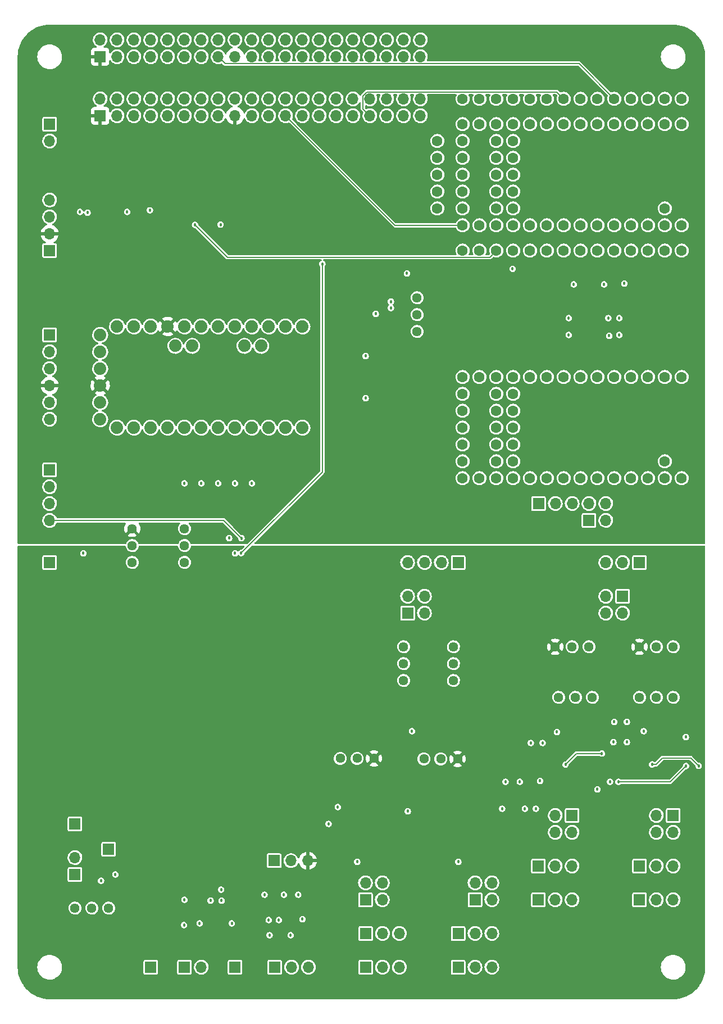
<source format=gbr>
%TF.GenerationSoftware,KiCad,Pcbnew,(6.0.4)*%
%TF.CreationDate,2022-04-15T04:49:27-07:00*%
%TF.ProjectId,main_board,6d61696e-5f62-46f6-9172-642e6b696361,rev?*%
%TF.SameCoordinates,Original*%
%TF.FileFunction,Copper,L2,Inr*%
%TF.FilePolarity,Positive*%
%FSLAX46Y46*%
G04 Gerber Fmt 4.6, Leading zero omitted, Abs format (unit mm)*
G04 Created by KiCad (PCBNEW (6.0.4)) date 2022-04-15 04:49:27*
%MOMM*%
%LPD*%
G01*
G04 APERTURE LIST*
%TA.AperFunction,ComponentPad*%
%ADD10C,1.440000*%
%TD*%
%TA.AperFunction,ComponentPad*%
%ADD11R,1.700000X1.700000*%
%TD*%
%TA.AperFunction,ComponentPad*%
%ADD12O,1.700000X1.700000*%
%TD*%
%TA.AperFunction,ComponentPad*%
%ADD13C,1.879600*%
%TD*%
%TA.AperFunction,ComponentPad*%
%ADD14C,1.600000*%
%TD*%
%TA.AperFunction,ViaPad*%
%ADD15C,0.457200*%
%TD*%
%TA.AperFunction,Conductor*%
%ADD16C,0.127000*%
%TD*%
G04 APERTURE END LIST*
D10*
%TO.N,Net-(R13-Pad1)*%
%TO.C,InputB_Gain1*%
X83718400Y-114300000D03*
%TO.N,Net-(J18-Pad3)*%
X83718400Y-111760000D03*
X83718400Y-109220000D03*
%TD*%
%TO.N,Net-(R20-Pad1)*%
%TO.C,GalvoB_Gain1*%
X99558000Y-116840000D03*
%TO.N,Net-(R30-Pad1)*%
X102098000Y-116840000D03*
X104638000Y-116840000D03*
%TD*%
D11*
%TO.N,+3V3*%
%TO.C,J3*%
X30480000Y-29215000D03*
D12*
%TO.N,+5V*%
X30480000Y-26675000D03*
%TO.N,Net-(J11-Pad4)*%
X33020000Y-29215000D03*
%TO.N,+5V*%
X33020000Y-26675000D03*
%TO.N,Net-(J11-Pad3)*%
X35560000Y-29215000D03*
%TO.N,GND*%
X35560000Y-26675000D03*
%TO.N,Net-(J27-Pad7)*%
X38100000Y-29215000D03*
%TO.N,Net-(J27-Pad8)*%
X38100000Y-26675000D03*
%TO.N,GND*%
X40640000Y-29215000D03*
%TO.N,Net-(J27-Pad10)*%
X40640000Y-26675000D03*
%TO.N,Net-(J27-Pad11)*%
X43180000Y-29215000D03*
%TO.N,Net-(J27-Pad12)*%
X43180000Y-26675000D03*
%TO.N,Net-(J27-Pad13)*%
X45720000Y-29215000D03*
%TO.N,GND*%
X45720000Y-26675000D03*
%TO.N,Net-(J27-Pad15)*%
X48260000Y-29215000D03*
%TO.N,Net-(J27-Pad16)*%
X48260000Y-26675000D03*
%TO.N,+3V3*%
X50800000Y-29215000D03*
%TO.N,Net-(J27-Pad18)*%
X50800000Y-26675000D03*
%TO.N,Net-(J27-Pad19)*%
X53340000Y-29215000D03*
%TO.N,GND*%
X53340000Y-26675000D03*
%TO.N,Net-(J27-Pad21)*%
X55880000Y-29215000D03*
%TO.N,Net-(J27-Pad22)*%
X55880000Y-26675000D03*
%TO.N,Net-(J27-Pad23)*%
X58420000Y-29215000D03*
%TO.N,Net-(J27-Pad24)*%
X58420000Y-26675000D03*
%TO.N,GND*%
X60960000Y-29215000D03*
%TO.N,Net-(J27-Pad26)*%
X60960000Y-26675000D03*
%TO.N,Net-(J27-Pad27)*%
X63500000Y-29215000D03*
%TO.N,Net-(J27-Pad28)*%
X63500000Y-26675000D03*
%TO.N,/Prog_Reset*%
X66040000Y-29215000D03*
%TO.N,GND*%
X66040000Y-26675000D03*
%TO.N,/Veapons Hot*%
X68580000Y-29215000D03*
%TO.N,Net-(J27-Pad32)*%
X68580000Y-26675000D03*
%TO.N,Net-(J27-Pad33)*%
X71120000Y-29215000D03*
%TO.N,GND*%
X71120000Y-26675000D03*
%TO.N,Net-(J27-Pad35)*%
X73660000Y-29215000D03*
%TO.N,Net-(J27-Pad36)*%
X73660000Y-26675000D03*
%TO.N,Net-(J27-Pad37)*%
X76200000Y-29215000D03*
%TO.N,Net-(J27-Pad38)*%
X76200000Y-26675000D03*
%TO.N,GND*%
X78740000Y-29215000D03*
%TO.N,Net-(J27-Pad40)*%
X78740000Y-26675000D03*
%TD*%
D11*
%TO.N,LED_trigger*%
%TO.C,TP2*%
X31750000Y-139700000D03*
%TD*%
%TO.N,Net-(J20-Pad1)*%
%TO.C,J20*%
X111760000Y-96520000D03*
D12*
%TO.N,GND*%
X109220000Y-96520000D03*
%TO.N,Net-(J20-Pad3)*%
X106680000Y-96520000D03*
%TD*%
D11*
%TO.N,Net-(J20-Pad1)*%
%TO.C,J21*%
X109220000Y-101600000D03*
D12*
%TO.N,Net-(J21-Pad2)*%
X109220000Y-104140000D03*
%TO.N,Net-(J20-Pad3)*%
X106680000Y-101600000D03*
%TO.N,Net-(J21-Pad4)*%
X106680000Y-104140000D03*
%TD*%
D10*
%TO.N,+15V*%
%TO.C,GalvoA_Offset1*%
X111760000Y-109220000D03*
%TO.N,Net-(R17-Pad2)*%
X114300000Y-109220000D03*
%TO.N,-15V*%
X116840000Y-109220000D03*
%TD*%
D11*
%TO.N,GND*%
%TO.C,J7*%
X26670000Y-143510000D03*
D12*
%TO.N,Net-(J7-Pad2)*%
X26670000Y-140970000D03*
%TD*%
D11*
%TO.N,Net-(J23-Pad1)*%
%TO.C,J23*%
X101600000Y-134620000D03*
D12*
%TO.N,Net-(J10-Pad3)*%
X101600000Y-137160000D03*
%TO.N,Net-(J23-Pad3)*%
X99060000Y-134620000D03*
%TO.N,Net-(J10-Pad2)*%
X99060000Y-137160000D03*
%TD*%
D11*
%TO.N,-15V*%
%TO.C,J22*%
X56695000Y-141440000D03*
D12*
%TO.N,GND*%
X59235000Y-141440000D03*
%TO.N,+15V*%
X61775000Y-141440000D03*
%TD*%
D11*
%TO.N,Net-(J24-Pad1)*%
%TO.C,J24*%
X116840000Y-134620000D03*
D12*
%TO.N,Net-(J24-Pad2)*%
X116840000Y-137160000D03*
%TO.N,Net-(J24-Pad3)*%
X114300000Y-134620000D03*
%TO.N,Net-(J24-Pad4)*%
X114300000Y-137160000D03*
%TD*%
D10*
%TO.N,+5V*%
%TO.C,Cam_Input1*%
X43180000Y-91430000D03*
%TO.N,Net-(Cam_Input1-Pad2)*%
X43180000Y-93970000D03*
%TO.N,GND*%
X43180000Y-96510000D03*
%TD*%
%TO.N,+3V3*%
%TO.C,Cam_Output1*%
X35306000Y-91440000D03*
%TO.N,Net-(Cam_Output1-Pad2)*%
X35306000Y-93980000D03*
%TO.N,GND*%
X35306000Y-96520000D03*
%TD*%
%TO.N,Net-(R14-Pad1)*%
%TO.C,InputA_Gain1*%
X76200000Y-114300000D03*
%TO.N,Net-(J18-Pad1)*%
X76200000Y-111760000D03*
X76200000Y-109220000D03*
%TD*%
D11*
%TO.N,+3V3*%
%TO.C,J27*%
X30480000Y-20320000D03*
D12*
%TO.N,+5V*%
X30480000Y-17780000D03*
%TO.N,Net-(J11-Pad4)*%
X33020000Y-20320000D03*
%TO.N,+5V*%
X33020000Y-17780000D03*
%TO.N,Net-(J11-Pad3)*%
X35560000Y-20320000D03*
%TO.N,GND*%
X35560000Y-17780000D03*
%TO.N,Net-(J27-Pad7)*%
X38100000Y-20320000D03*
%TO.N,Net-(J27-Pad8)*%
X38100000Y-17780000D03*
%TO.N,GND*%
X40640000Y-20320000D03*
%TO.N,Net-(J27-Pad10)*%
X40640000Y-17780000D03*
%TO.N,Net-(J27-Pad11)*%
X43180000Y-20320000D03*
%TO.N,Net-(J27-Pad12)*%
X43180000Y-17780000D03*
%TO.N,Net-(J27-Pad13)*%
X45720000Y-20320000D03*
%TO.N,GND*%
X45720000Y-17780000D03*
%TO.N,Net-(J27-Pad15)*%
X48260000Y-20320000D03*
%TO.N,Net-(J27-Pad16)*%
X48260000Y-17780000D03*
%TO.N,+3V3*%
X50800000Y-20320000D03*
%TO.N,Net-(J27-Pad18)*%
X50800000Y-17780000D03*
%TO.N,Net-(J27-Pad19)*%
X53340000Y-20320000D03*
%TO.N,GND*%
X53340000Y-17780000D03*
%TO.N,Net-(J27-Pad21)*%
X55880000Y-20320000D03*
%TO.N,Net-(J27-Pad22)*%
X55880000Y-17780000D03*
%TO.N,Net-(J27-Pad23)*%
X58420000Y-20320000D03*
%TO.N,Net-(J27-Pad24)*%
X58420000Y-17780000D03*
%TO.N,GND*%
X60960000Y-20320000D03*
%TO.N,Net-(J27-Pad26)*%
X60960000Y-17780000D03*
%TO.N,Net-(J27-Pad27)*%
X63500000Y-20320000D03*
%TO.N,Net-(J27-Pad28)*%
X63500000Y-17780000D03*
%TO.N,/Prog_Reset*%
X66040000Y-20320000D03*
%TO.N,GND*%
X66040000Y-17780000D03*
%TO.N,/Veapons Hot*%
X68580000Y-20320000D03*
%TO.N,Net-(J27-Pad32)*%
X68580000Y-17780000D03*
%TO.N,Net-(J27-Pad33)*%
X71120000Y-20320000D03*
%TO.N,GND*%
X71120000Y-17780000D03*
%TO.N,Net-(J27-Pad35)*%
X73660000Y-20320000D03*
%TO.N,Net-(J27-Pad36)*%
X73660000Y-17780000D03*
%TO.N,Net-(J27-Pad37)*%
X76200000Y-20320000D03*
%TO.N,Net-(J27-Pad38)*%
X76200000Y-17780000D03*
%TO.N,GND*%
X78740000Y-20320000D03*
%TO.N,Net-(J27-Pad40)*%
X78740000Y-17780000D03*
%TD*%
D11*
%TO.N,Net-(J12-Pad2)*%
%TO.C,TP5*%
X50800000Y-157480000D03*
%TD*%
%TO.N,Net-(J14-Pad1)*%
%TO.C,J14*%
X70475000Y-152400000D03*
D12*
%TO.N,GND*%
X73015000Y-152400000D03*
%TO.N,Net-(J14-Pad3)*%
X75555000Y-152400000D03*
%TD*%
D10*
%TO.N,+15V*%
%TO.C,GalvoB_Offset1*%
X99060000Y-109220000D03*
%TO.N,Net-(R19-Pad1)*%
X101600000Y-109220000D03*
%TO.N,-15V*%
X104140000Y-109220000D03*
%TD*%
D11*
%TO.N,GND*%
%TO.C,J19*%
X84430000Y-96520000D03*
D12*
%TO.N,Net-(J18-Pad4)*%
X81890000Y-96520000D03*
%TO.N,GND*%
X79350000Y-96520000D03*
%TO.N,Net-(J18-Pad2)*%
X76810000Y-96520000D03*
%TD*%
D11*
%TO.N,Net-(FB3-Pad2)*%
%TO.C,J8*%
X56769000Y-157480000D03*
D12*
%TO.N,Net-(FB2-Pad1)*%
X59309000Y-157480000D03*
%TO.N,Net-(FB1-Pad2)*%
X61849000Y-157480000D03*
%TD*%
D11*
%TO.N,GND*%
%TO.C,J26*%
X96520000Y-147320000D03*
D12*
%TO.N,Net-(J10-Pad2)*%
X99060000Y-147320000D03*
%TO.N,Net-(J10-Pad3)*%
X101600000Y-147320000D03*
%TD*%
D13*
%TO.N,Net-(U16-PadJP1_1)*%
%TO.C,U16*%
X30480000Y-62230000D03*
%TO.N,Net-(U16-PadJP1_2)*%
X30480000Y-64770000D03*
%TO.N,Net-(U16-PadJP1_3)*%
X30480000Y-67310000D03*
%TO.N,+3V3*%
X30480000Y-69850000D03*
%TO.N,GND*%
X30480000Y-72390000D03*
X30480000Y-74930000D03*
%TO.N,unconnected-(U16-PadJP2_1)*%
X44323000Y-63881000D03*
%TO.N,unconnected-(U16-PadJP2_2)*%
X41783000Y-63881000D03*
%TO.N,unconnected-(U16-PadJP3_1)*%
X54737000Y-63881000D03*
%TO.N,unconnected-(U16-PadJP3_2)*%
X52197000Y-63881000D03*
%TO.N,unconnected-(U16-PadJP6_1)*%
X33020000Y-60960000D03*
%TO.N,GND*%
X35560000Y-60960000D03*
%TO.N,unconnected-(U16-PadJP6_3)*%
X38100000Y-60960000D03*
%TO.N,+3V3*%
X40640000Y-60960000D03*
%TO.N,unconnected-(U16-PadJP6_5)*%
X43180000Y-60960000D03*
%TO.N,unconnected-(U16-PadJP6_6)*%
X45720000Y-60960000D03*
%TO.N,unconnected-(U16-PadJP6_7)*%
X48260000Y-60960000D03*
%TO.N,unconnected-(U16-PadJP6_8)*%
X50800000Y-60960000D03*
%TO.N,unconnected-(U16-PadJP6_9)*%
X53340000Y-60960000D03*
%TO.N,unconnected-(U16-PadJP6_10)*%
X55880000Y-60960000D03*
%TO.N,unconnected-(U16-PadJP6_11)*%
X58420000Y-60960000D03*
%TO.N,unconnected-(U16-PadJP6_12)*%
X60960000Y-60960000D03*
%TO.N,unconnected-(U16-PadJP7_1)*%
X60960000Y-76200000D03*
%TO.N,unconnected-(U16-PadJP7_2)*%
X58420000Y-76200000D03*
%TO.N,unconnected-(U16-PadJP7_3)*%
X55880000Y-76200000D03*
%TO.N,unconnected-(U16-PadJP7_4)*%
X53340000Y-76200000D03*
%TO.N,/Clear_Fault*%
X50800000Y-76200000D03*
%TO.N,/LAZOR!!!*%
X48260000Y-76200000D03*
%TO.N,/Fault*%
X45720000Y-76200000D03*
%TO.N,/LAZOR?*%
X43180000Y-76200000D03*
%TO.N,GND*%
X40640000Y-76200000D03*
%TO.N,unconnected-(U16-PadJP7_10)*%
X38100000Y-76200000D03*
%TO.N,unconnected-(U16-PadJP7_11)*%
X35560000Y-76200000D03*
%TO.N,unconnected-(U16-PadJP7_12)*%
X33020000Y-76200000D03*
%TD*%
D11*
%TO.N,GND*%
%TO.C,J12*%
X43180000Y-157480000D03*
D12*
%TO.N,Net-(J12-Pad2)*%
X45720000Y-157480000D03*
%TD*%
D11*
%TO.N,GND*%
%TO.C,J5*%
X104140000Y-90170000D03*
D12*
%TO.N,Net-(J18-Pad4)*%
X104140000Y-87630000D03*
%TO.N,GND*%
X106680000Y-90170000D03*
%TO.N,Net-(J18-Pad2)*%
X106680000Y-87630000D03*
%TD*%
D11*
%TO.N,Net-(J18-Pad1)*%
%TO.C,J18*%
X76810006Y-104140000D03*
D12*
%TO.N,Net-(J18-Pad2)*%
X76810006Y-101600000D03*
%TO.N,Net-(J18-Pad3)*%
X79350006Y-104140000D03*
%TO.N,Net-(J18-Pad4)*%
X79350006Y-101600000D03*
%TD*%
D11*
%TO.N,GND*%
%TO.C,J25*%
X111760000Y-142240000D03*
D12*
%TO.N,Net-(J24-Pad4)*%
X114300000Y-142240000D03*
%TO.N,Net-(J24-Pad2)*%
X116840000Y-142240000D03*
%TD*%
D11*
%TO.N,Net-(J20-Pad1)*%
%TO.C,J6*%
X96535000Y-87630000D03*
D12*
%TO.N,GND*%
X99075000Y-87630000D03*
%TO.N,Net-(J20-Pad3)*%
X101615000Y-87630000D03*
%TD*%
D11*
%TO.N,Net-(J1-Pad1)*%
%TO.C,J15*%
X84430000Y-152400000D03*
D12*
%TO.N,GND*%
X86970000Y-152400000D03*
%TO.N,Net-(J1-Pad3)*%
X89510000Y-152400000D03*
%TD*%
D10*
%TO.N,+15V*%
%TO.C,InputB_offset1*%
X84338000Y-126111000D03*
%TO.N,Net-(R12-Pad1)*%
X81798000Y-126111000D03*
%TO.N,-15V*%
X79258000Y-126111000D03*
%TD*%
D11*
%TO.N,Net-(J14-Pad1)*%
%TO.C,J16*%
X70460006Y-147325004D03*
D12*
%TO.N,Net-(J16-Pad2)*%
X70460006Y-144785004D03*
%TO.N,Net-(J14-Pad3)*%
X73000006Y-147325004D03*
%TO.N,Net-(J16-Pad4)*%
X73000006Y-144785004D03*
%TD*%
D11*
%TO.N,Net-(J13-Pad1)*%
%TO.C,J13*%
X22860000Y-30480000D03*
D12*
%TO.N,GND*%
X22860000Y-33020000D03*
%TD*%
D11*
%TO.N,Net-(U16-PadJP1_1)*%
%TO.C,J28*%
X22860000Y-62230000D03*
D12*
%TO.N,Net-(U16-PadJP1_2)*%
X22860000Y-64770000D03*
%TO.N,Net-(U16-PadJP1_3)*%
X22860000Y-67310000D03*
%TO.N,+3V3*%
X22860000Y-69850000D03*
%TO.N,GND*%
X22860000Y-72390000D03*
X22860000Y-74930000D03*
%TD*%
D10*
%TO.N,+5V*%
%TO.C,Prog1*%
X78232000Y-61722000D03*
%TO.N,Net-(Prog1-Pad2)*%
X78232000Y-59182000D03*
%TO.N,GND*%
X78232000Y-56642000D03*
%TD*%
D11*
%TO.N,GND*%
%TO.C,J11*%
X22860000Y-49520000D03*
D12*
%TO.N,+3V3*%
X22860000Y-46980000D03*
%TO.N,Net-(J11-Pad3)*%
X22860000Y-44440000D03*
%TO.N,Net-(J11-Pad4)*%
X22860000Y-41900000D03*
%TD*%
D11*
%TO.N,/Cam_In*%
%TO.C,TP1*%
X22860000Y-96520000D03*
%TD*%
%TO.N,Net-(J7-Pad2)*%
%TO.C,TP3*%
X26670000Y-135890000D03*
%TD*%
D14*
%TO.N,GND*%
%TO.C,U11*%
X118110000Y-68580000D03*
%TO.N,unconnected-(U11-Pad2)*%
X115570000Y-68580000D03*
%TO.N,unconnected-(U11-Pad3)*%
X113030000Y-68580000D03*
%TO.N,unconnected-(U11-Pad4)*%
X110490000Y-68580000D03*
%TO.N,unconnected-(U11-Pad5)*%
X107950000Y-68580000D03*
%TO.N,unconnected-(U11-Pad6)*%
X105410000Y-68580000D03*
%TO.N,unconnected-(U11-Pad7)*%
X102870000Y-68580000D03*
%TO.N,unconnected-(U11-Pad8)*%
X100330000Y-68580000D03*
%TO.N,unconnected-(U11-Pad9)*%
X97790000Y-68580000D03*
%TO.N,unconnected-(U11-Pad10)*%
X95250000Y-68580000D03*
%TO.N,SGT_TX*%
X92710000Y-68580000D03*
%TO.N,SGT_RX*%
X90170000Y-68580000D03*
%TO.N,unconnected-(U11-Pad13)*%
X87630000Y-68580000D03*
%TO.N,unconnected-(U11-Pad14)*%
X85090000Y-68580000D03*
%TO.N,unconnected-(U11-Pad15)*%
X85090000Y-71120000D03*
%TO.N,unconnected-(U11-Pad16)*%
X85090000Y-73660000D03*
%TO.N,GND*%
X85090000Y-76200000D03*
%TO.N,unconnected-(U11-Pad18)*%
X85090000Y-78740000D03*
%TO.N,unconnected-(U11-Pad19)*%
X85090000Y-81280000D03*
%TO.N,unconnected-(U11-Pad20)*%
X85090000Y-83820000D03*
%TO.N,unconnected-(U11-Pad21)*%
X87630000Y-83820000D03*
%TO.N,unconnected-(U11-Pad22)*%
X90170000Y-83820000D03*
%TO.N,unconnected-(U11-Pad23)*%
X92710000Y-83820000D03*
%TO.N,unconnected-(U11-Pad24)*%
X95250000Y-83820000D03*
%TO.N,SGT_SDA*%
X97790000Y-83820000D03*
%TO.N,SGT_SCL*%
X100330000Y-83820000D03*
%TO.N,SGT_LRCLK*%
X102870000Y-83820000D03*
%TO.N,SGT_BCLK*%
X105410000Y-83820000D03*
%TO.N,unconnected-(U11-Pad29)*%
X107950000Y-83820000D03*
%TO.N,SGT_MCLK*%
X110490000Y-83820000D03*
%TO.N,SGT_3.3*%
X113030000Y-83820000D03*
%TO.N,GND*%
X115570000Y-83820000D03*
%TO.N,unconnected-(U11-Pad33)*%
X118110000Y-83820000D03*
%TO.N,unconnected-(U11-Pad34)*%
X115570000Y-81280000D03*
%TO.N,unconnected-(U11-Pad35)*%
X90170000Y-81280000D03*
%TO.N,unconnected-(U11-Pad36)*%
X92710000Y-81280000D03*
%TO.N,unconnected-(U11-Pad37)*%
X90170000Y-78740000D03*
%TO.N,unconnected-(U11-Pad38)*%
X92710000Y-78740000D03*
%TO.N,unconnected-(U11-Pad39)*%
X90170000Y-76200000D03*
%TO.N,unconnected-(U11-Pad40)*%
X92710000Y-76200000D03*
%TO.N,unconnected-(U11-Pad41)*%
X90170000Y-73660000D03*
%TO.N,unconnected-(U11-Pad42)*%
X92710000Y-73660000D03*
%TO.N,unconnected-(U11-Pad43)*%
X90170000Y-71120000D03*
%TO.N,unconnected-(U11-Pad44)*%
X92710000Y-71120000D03*
%TD*%
D11*
%TO.N,GND*%
%TO.C,J9*%
X111760000Y-147320000D03*
D12*
%TO.N,Net-(J24-Pad4)*%
X114300000Y-147320000D03*
%TO.N,Net-(J24-Pad2)*%
X116840000Y-147320000D03*
%TD*%
D11*
%TO.N,Net-(J1-Pad1)*%
%TO.C,J17*%
X86970006Y-147320000D03*
D12*
%TO.N,Net-(J17-Pad2)*%
X86970006Y-144780000D03*
%TO.N,Net-(J1-Pad3)*%
X89510006Y-147320000D03*
%TO.N,Net-(J17-Pad4)*%
X89510006Y-144780000D03*
%TD*%
D10*
%TO.N,+5V*%
%TO.C,LED_Trigger1*%
X31750000Y-148590000D03*
%TO.N,Net-(U12-Pad3)*%
X29210000Y-148590000D03*
%TO.N,GND*%
X26670000Y-148590000D03*
%TD*%
%TO.N,+15V*%
%TO.C,InputA_offset1*%
X71739600Y-126034800D03*
%TO.N,Net-(R10-Pad2)*%
X69199600Y-126034800D03*
%TO.N,-15V*%
X66659600Y-126034800D03*
%TD*%
D11*
%TO.N,Net-(C7-Pad1)*%
%TO.C,TP4*%
X38100000Y-157480000D03*
%TD*%
D14*
%TO.N,GND*%
%TO.C,U10*%
X118110000Y-26670000D03*
X118110000Y-30480000D03*
%TO.N,unconnected-(U10-Pad2)*%
X115570000Y-30480000D03*
X115570000Y-26670000D03*
%TO.N,unconnected-(U10-Pad3)*%
X113030000Y-30480000D03*
X113030000Y-26670000D03*
%TO.N,PWM_DAC*%
X110490000Y-26670000D03*
X110490000Y-30480000D03*
%TO.N,Net-(J27-Pad15)*%
X107950000Y-30480000D03*
X107950000Y-26670000D03*
%TO.N,Net-(J27-Pad7)*%
X105410000Y-26670000D03*
X105410000Y-30480000D03*
%TO.N,Net-(J27-Pad32)*%
X102870000Y-26670000D03*
X102870000Y-30480000D03*
%TO.N,Net-(J27-Pad33)*%
X100330000Y-26670000D03*
X100330000Y-30480000D03*
%TO.N,SGT_TX*%
X97790000Y-26670000D03*
X97790000Y-30480000D03*
%TO.N,SGT_RX*%
X95250000Y-26670000D03*
X95250000Y-30480000D03*
%TO.N,unconnected-(U10-Pad11)*%
X92710000Y-30480000D03*
X92710000Y-26670000D03*
%TO.N,Net-(J27-Pad24)*%
X90170000Y-30480000D03*
X90170000Y-26670000D03*
%TO.N,Net-(J27-Pad21)*%
X87630000Y-30480000D03*
X87630000Y-26670000D03*
%TO.N,Net-(J27-Pad19)*%
X85090000Y-30480000D03*
X85090000Y-26670000D03*
%TO.N,unconnected-(U10-Pad15)*%
X81280000Y-33020000D03*
X85090000Y-33020000D03*
%TO.N,unconnected-(U10-Pad16)*%
X81280000Y-35560000D03*
X85090000Y-35560000D03*
%TO.N,GND*%
X85090000Y-38100000D03*
X81280000Y-38100000D03*
%TO.N,Net-(U10-Pad18)*%
X81280000Y-40640000D03*
X85090000Y-40640000D03*
%TO.N,unconnected-(U10-Pad19)*%
X81280000Y-43180000D03*
X85090000Y-43180000D03*
%TO.N,Net-(J27-Pad23)*%
X85090000Y-49530000D03*
X85090000Y-45720000D03*
%TO.N,unconnected-(U10-Pad21)*%
X87630000Y-45720000D03*
X87630000Y-49530000D03*
%TO.N,/LAZOR?*%
X90170000Y-45720000D03*
X90170000Y-49530000D03*
%TO.N,/Clear_Fault*%
X92710000Y-49530000D03*
X92710000Y-45720000D03*
%TO.N,/Fault*%
X95250000Y-49530000D03*
X95250000Y-45720000D03*
%TO.N,SGT_SDA*%
X97790000Y-49530000D03*
X97790000Y-45720000D03*
%TO.N,SGT_SCL*%
X100330000Y-49530000D03*
X100330000Y-45720000D03*
%TO.N,SGT_LRCLK*%
X102870000Y-45720000D03*
X102870000Y-49530000D03*
%TO.N,SGT_BCLK*%
X105410000Y-49530000D03*
X105410000Y-45720000D03*
%TO.N,unconnected-(U10-Pad29)*%
X107950000Y-49530000D03*
X107950000Y-45720000D03*
%TO.N,SGT_MCLK*%
X110490000Y-49530000D03*
X110490000Y-45720000D03*
%TO.N,SGT_3.3*%
X113030000Y-45720000D03*
X113030000Y-49530000D03*
%TO.N,GND*%
X115570000Y-45720000D03*
X115570000Y-49530000D03*
%TO.N,+5V*%
X118110000Y-45720000D03*
X118110000Y-49530000D03*
%TO.N,unconnected-(U10-Pad34)*%
X115570000Y-43180000D03*
%TO.N,unconnected-(U10-Pad35)*%
X90170000Y-43180000D03*
%TO.N,unconnected-(U10-Pad36)*%
X92710000Y-43180000D03*
%TO.N,unconnected-(U10-Pad37)*%
X90170000Y-40640000D03*
%TO.N,unconnected-(U10-Pad38)*%
X92710000Y-40640000D03*
%TO.N,unconnected-(U10-Pad39)*%
X90170000Y-38100000D03*
%TO.N,unconnected-(U10-Pad40)*%
X92710000Y-38100000D03*
%TO.N,unconnected-(U10-Pad41)*%
X90170000Y-35560000D03*
%TO.N,unconnected-(U10-Pad42)*%
X92710000Y-35560000D03*
%TO.N,unconnected-(U10-Pad43)*%
X90170000Y-33020000D03*
%TO.N,unconnected-(U10-Pad44)*%
X92710000Y-33020000D03*
%TD*%
D10*
%TO.N,Net-(R21-Pad1)*%
%TO.C,GalvoA_Gain1*%
X111750000Y-116840000D03*
%TO.N,Net-(R24-Pad1)*%
X114290000Y-116840000D03*
X116830000Y-116840000D03*
%TD*%
D11*
%TO.N,GND*%
%TO.C,J4*%
X22860000Y-82560000D03*
D12*
X22860000Y-85100000D03*
%TO.N,LED_trigger*%
X22860000Y-87640000D03*
%TO.N,/Cam_In*%
X22860000Y-90180000D03*
%TD*%
D11*
%TO.N,Net-(J1-Pad1)*%
%TO.C,J1*%
X84430000Y-157480000D03*
D12*
%TO.N,GND*%
X86970000Y-157480000D03*
%TO.N,Net-(J1-Pad3)*%
X89510000Y-157480000D03*
%TD*%
D11*
%TO.N,GND*%
%TO.C,J10*%
X96520000Y-142240000D03*
D12*
%TO.N,Net-(J10-Pad2)*%
X99060000Y-142240000D03*
%TO.N,Net-(J10-Pad3)*%
X101600000Y-142240000D03*
%TD*%
D11*
%TO.N,Net-(J14-Pad1)*%
%TO.C,J2*%
X70475000Y-157480000D03*
D12*
%TO.N,GND*%
X73015000Y-157480000D03*
%TO.N,Net-(J14-Pad3)*%
X75555000Y-157480000D03*
%TD*%
D15*
%TO.N,+3V3*%
X26924000Y-92837000D03*
X99568000Y-62103000D03*
X99441000Y-59690000D03*
X20015200Y-85928200D03*
X40944800Y-40716200D03*
X37973000Y-42799000D03*
X98806000Y-54610000D03*
%TO.N,+15V*%
X111125000Y-134620000D03*
X63246000Y-146558000D03*
X58166000Y-135890000D03*
X62357000Y-152527000D03*
X103251000Y-127000000D03*
X116205000Y-127000000D03*
X89408000Y-137795000D03*
X38227000Y-151130000D03*
X89281000Y-133604000D03*
X81915000Y-130175000D03*
X74295000Y-137795000D03*
X88519000Y-129413000D03*
X58166000Y-133350000D03*
X82423000Y-118110000D03*
X62484000Y-150241000D03*
%TO.N,-15V*%
X69215000Y-141605000D03*
X55880000Y-150368000D03*
X112395000Y-121920000D03*
X64897000Y-135890000D03*
X99314000Y-122047000D03*
X107315000Y-129540000D03*
X84455000Y-141605000D03*
X66294000Y-133350000D03*
X43180000Y-147320000D03*
X55245000Y-146558000D03*
X96139000Y-133604000D03*
X76835000Y-133985000D03*
X77470000Y-121920000D03*
X96774000Y-129413000D03*
X56007000Y-152654000D03*
%TO.N,+5V*%
X72009000Y-59055000D03*
X34544000Y-43688000D03*
X30612500Y-144460000D03*
X49911000Y-92837000D03*
X107061000Y-59690000D03*
X28575000Y-43815000D03*
X107188000Y-62357000D03*
X106426000Y-54610000D03*
%TO.N,Net-(J27-Pad15)*%
X63957200Y-51536600D03*
X51739800Y-95097600D03*
%TO.N,PWM_DAC*%
X48705000Y-145796000D03*
%TO.N,Net-(C7-Pad1)*%
X50305000Y-150876000D03*
X43115000Y-151130000D03*
%TO.N,Net-(R24-Pad2)*%
X120675400Y-127152400D03*
X113665000Y-126935000D03*
%TO.N,Net-(R30-Pad2)*%
X106095800Y-125298200D03*
X100609400Y-126949200D03*
%TO.N,Net-(R25-Pad2)*%
X118770400Y-127177800D03*
X108585000Y-129565400D03*
%TO.N,GND*%
X76708000Y-52959000D03*
X93726000Y-129540000D03*
X27940000Y-95123000D03*
X50800000Y-84582000D03*
X91059000Y-133604000D03*
X70485000Y-71755000D03*
X43180000Y-84582000D03*
X94488000Y-133604000D03*
X97155000Y-123698000D03*
X48260000Y-84582000D03*
X48615600Y-45618400D03*
X48768000Y-147447000D03*
X37973000Y-43434000D03*
X45720000Y-84582000D03*
X50800000Y-95123000D03*
X60325000Y-146558000D03*
X105410000Y-130683000D03*
X60960000Y-150241000D03*
X118745000Y-122809000D03*
X91567000Y-129540000D03*
X45466000Y-150876000D03*
X32766000Y-143510000D03*
X109855000Y-120523000D03*
X101854000Y-54610000D03*
X70485000Y-65405000D03*
X101092000Y-62230000D03*
X59182000Y-152654000D03*
X107950000Y-120523000D03*
X108712000Y-59690000D03*
X107823000Y-123571000D03*
X57404000Y-150368000D03*
X108712000Y-62230000D03*
X74295000Y-58166000D03*
X109855000Y-123571000D03*
X58166000Y-146558000D03*
X47117000Y-147447000D03*
X53340000Y-84582000D03*
X95377000Y-123698000D03*
X109474000Y-54483000D03*
X101092000Y-59690000D03*
%TO.N,Net-(J13-Pad1)*%
X27432000Y-43688000D03*
%TO.N,/LAZOR?*%
X44768000Y-45657000D03*
%TO.N,/Prog_Reset*%
X74289500Y-57216000D03*
%TO.N,/Cam_In*%
X51765200Y-92862400D03*
%TO.N,/Fault*%
X92633800Y-52273200D03*
%TD*%
D16*
%TO.N,Net-(J27-Pad15)*%
X107950000Y-26670000D02*
X102640011Y-21360011D01*
X63957200Y-82880200D02*
X63957200Y-51536600D01*
X49300011Y-21360011D02*
X48260000Y-20320000D01*
X51739800Y-95097600D02*
X63957200Y-82880200D01*
X102640011Y-21360011D02*
X49300011Y-21360011D01*
%TO.N,Net-(J27-Pad23)*%
X58420000Y-29215000D02*
X74925000Y-45720000D01*
X74925000Y-45720000D02*
X85090000Y-45720000D01*
%TO.N,Net-(J27-Pad33)*%
X70079989Y-26244212D02*
X70079989Y-28174989D01*
X70079989Y-28174989D02*
X71120000Y-29215000D01*
X100330000Y-26670000D02*
X99294989Y-25634989D01*
X99294989Y-25634989D02*
X70689212Y-25634989D01*
X70689212Y-25634989D02*
X70079989Y-26244212D01*
%TO.N,Net-(R24-Pad2)*%
X115214400Y-125958600D02*
X119481600Y-125958600D01*
X113665000Y-126935000D02*
X114238000Y-126935000D01*
X114238000Y-126935000D02*
X115214400Y-125958600D01*
X119481600Y-125958600D02*
X120675400Y-127152400D01*
%TO.N,Net-(R30-Pad2)*%
X106095800Y-125298200D02*
X102260400Y-125298200D01*
X102260400Y-125298200D02*
X100609400Y-126949200D01*
%TO.N,Net-(R25-Pad2)*%
X118770400Y-127177800D02*
X116382800Y-129565400D01*
X116382800Y-129565400D02*
X108585000Y-129565400D01*
%TO.N,/LAZOR?*%
X44768000Y-45657000D02*
X49631011Y-50520011D01*
X89179989Y-50520011D02*
X90170000Y-49530000D01*
X49631011Y-50520011D02*
X89179989Y-50520011D01*
%TO.N,/Cam_In*%
X22860000Y-90180000D02*
X49082800Y-90180000D01*
X49082800Y-90180000D02*
X51765200Y-92862400D01*
%TD*%
%TA.AperFunction,Conductor*%
%TO.N,+15V*%
G36*
X34280286Y-94000002D02*
G01*
X34326779Y-94053658D01*
X34337723Y-94095455D01*
X34341516Y-94140625D01*
X34342872Y-94156767D01*
X34395549Y-94340473D01*
X34398367Y-94345955D01*
X34398368Y-94345959D01*
X34480085Y-94504963D01*
X34480088Y-94504967D01*
X34482905Y-94510449D01*
X34601612Y-94660220D01*
X34606306Y-94664215D01*
X34721215Y-94762010D01*
X34747149Y-94784082D01*
X34752527Y-94787088D01*
X34752529Y-94787089D01*
X34792733Y-94809558D01*
X34913972Y-94877316D01*
X35095728Y-94936372D01*
X35285493Y-94959000D01*
X35291628Y-94958528D01*
X35291630Y-94958528D01*
X35355393Y-94953622D01*
X35476039Y-94944339D01*
X35660108Y-94892945D01*
X35679905Y-94882945D01*
X35825189Y-94809558D01*
X35825191Y-94809557D01*
X35830690Y-94806779D01*
X35981286Y-94689120D01*
X35985312Y-94684456D01*
X35985315Y-94684453D01*
X36102134Y-94549116D01*
X36106161Y-94544451D01*
X36200557Y-94378283D01*
X36205830Y-94362434D01*
X36258934Y-94202796D01*
X36260881Y-94196944D01*
X36267996Y-94140625D01*
X36274365Y-94090208D01*
X36302747Y-94025131D01*
X36361806Y-93985730D01*
X36399371Y-93980000D01*
X42087005Y-93980000D01*
X42155126Y-94000002D01*
X42201619Y-94053658D01*
X42212563Y-94095456D01*
X42213449Y-94106000D01*
X42216872Y-94146767D01*
X42269549Y-94330473D01*
X42272367Y-94335955D01*
X42272368Y-94335959D01*
X42354085Y-94494963D01*
X42354088Y-94494967D01*
X42356905Y-94500449D01*
X42475612Y-94650220D01*
X42480306Y-94654215D01*
X42598975Y-94755210D01*
X42621149Y-94774082D01*
X42626527Y-94777088D01*
X42626529Y-94777089D01*
X42684626Y-94809558D01*
X42787972Y-94867316D01*
X42969728Y-94926372D01*
X43159493Y-94949000D01*
X43165628Y-94948528D01*
X43165630Y-94948528D01*
X43229393Y-94943622D01*
X43350039Y-94934339D01*
X43534108Y-94882945D01*
X43539612Y-94880165D01*
X43699189Y-94799558D01*
X43699191Y-94799557D01*
X43704690Y-94796779D01*
X43855286Y-94679120D01*
X43859312Y-94674456D01*
X43859315Y-94674453D01*
X43943062Y-94577431D01*
X43980161Y-94534451D01*
X44074557Y-94368283D01*
X44134881Y-94186944D01*
X44147102Y-94090205D01*
X44175482Y-94025132D01*
X44234542Y-93985730D01*
X44272107Y-93980000D01*
X52103490Y-93980000D01*
X52171611Y-94000002D01*
X52218104Y-94053658D01*
X52228208Y-94123932D01*
X52198714Y-94188512D01*
X52192585Y-94195095D01*
X51810249Y-94577431D01*
X51747937Y-94611457D01*
X51720386Y-94614334D01*
X51673562Y-94614048D01*
X51664931Y-94616515D01*
X51664929Y-94616515D01*
X51549141Y-94649607D01*
X51549138Y-94649608D01*
X51540507Y-94652075D01*
X51423473Y-94725918D01*
X51395099Y-94758046D01*
X51353129Y-94805567D01*
X51293043Y-94843385D01*
X51222050Y-94842715D01*
X51163235Y-94804407D01*
X51137105Y-94774082D01*
X51120844Y-94755210D01*
X51004721Y-94679943D01*
X50996119Y-94677371D01*
X50996116Y-94677369D01*
X50903285Y-94649607D01*
X50872141Y-94640293D01*
X50863165Y-94640238D01*
X50863164Y-94640238D01*
X50803941Y-94639877D01*
X50733762Y-94639448D01*
X50725131Y-94641915D01*
X50725129Y-94641915D01*
X50609341Y-94675007D01*
X50609338Y-94675008D01*
X50600707Y-94677475D01*
X50483673Y-94751318D01*
X50392069Y-94855040D01*
X50388255Y-94863163D01*
X50388254Y-94863165D01*
X50373494Y-94894603D01*
X50333258Y-94980303D01*
X50331878Y-94989168D01*
X50331877Y-94989170D01*
X50330985Y-94994903D01*
X50311968Y-95117037D01*
X50313132Y-95125939D01*
X50313132Y-95125942D01*
X50328746Y-95245346D01*
X50328747Y-95245350D01*
X50329911Y-95254251D01*
X50385644Y-95380914D01*
X50474687Y-95486843D01*
X50589881Y-95563523D01*
X50683290Y-95592706D01*
X50713398Y-95602113D01*
X50713399Y-95602113D01*
X50721967Y-95604790D01*
X50787599Y-95605992D01*
X50851348Y-95607161D01*
X50851351Y-95607161D01*
X50860326Y-95607325D01*
X50868989Y-95604963D01*
X50868991Y-95604963D01*
X50985171Y-95573289D01*
X50993835Y-95570927D01*
X51111762Y-95498519D01*
X51128866Y-95479623D01*
X51187955Y-95414343D01*
X51248499Y-95377262D01*
X51319479Y-95378800D01*
X51377821Y-95417824D01*
X51408709Y-95454571D01*
X51408715Y-95454576D01*
X51414487Y-95461443D01*
X51529681Y-95538123D01*
X51619549Y-95566200D01*
X51653198Y-95576713D01*
X51653199Y-95576713D01*
X51661767Y-95579390D01*
X51727399Y-95580592D01*
X51791148Y-95581761D01*
X51791151Y-95581761D01*
X51800126Y-95581925D01*
X51808789Y-95579563D01*
X51808791Y-95579563D01*
X51924971Y-95547889D01*
X51933635Y-95545527D01*
X52051562Y-95473119D01*
X52144427Y-95370524D01*
X52172945Y-95311663D01*
X52200850Y-95254068D01*
X52200851Y-95254066D01*
X52204764Y-95245989D01*
X52224267Y-95130063D01*
X52226915Y-95114323D01*
X52226915Y-95114321D01*
X52227722Y-95109525D01*
X52227782Y-95104664D01*
X52228165Y-95100389D01*
X52254175Y-95034328D01*
X52264566Y-95022554D01*
X53270215Y-94016905D01*
X53332527Y-93982879D01*
X53359310Y-93980000D01*
X121539500Y-93980000D01*
X121607621Y-94000002D01*
X121654114Y-94053658D01*
X121665500Y-94106000D01*
X121665500Y-157442524D01*
X121663079Y-157467103D01*
X121660514Y-157480000D01*
X121662935Y-157492170D01*
X121662935Y-157502599D01*
X121663940Y-157515735D01*
X121647378Y-157895074D01*
X121646420Y-157906023D01*
X121599830Y-158259913D01*
X121592908Y-158312488D01*
X121591001Y-158323301D01*
X121502266Y-158723560D01*
X121499421Y-158734176D01*
X121389581Y-159082548D01*
X121376143Y-159125167D01*
X121372387Y-159135488D01*
X121289954Y-159334500D01*
X121215491Y-159514268D01*
X121210845Y-159524230D01*
X121021548Y-159887867D01*
X121016052Y-159897387D01*
X120795777Y-160243148D01*
X120789473Y-160252152D01*
X120539892Y-160577413D01*
X120532828Y-160585830D01*
X120373856Y-160759319D01*
X120255861Y-160888088D01*
X120248092Y-160895857D01*
X119945833Y-161172826D01*
X119937413Y-161179892D01*
X119612152Y-161429473D01*
X119603148Y-161435777D01*
X119257387Y-161656052D01*
X119247868Y-161661547D01*
X118884221Y-161850849D01*
X118874277Y-161855487D01*
X118495488Y-162012387D01*
X118485175Y-162016140D01*
X118094177Y-162139421D01*
X118083566Y-162142264D01*
X117683301Y-162231001D01*
X117672496Y-162232907D01*
X117266024Y-162286420D01*
X117255075Y-162287378D01*
X117198600Y-162289844D01*
X116875735Y-162303940D01*
X116862599Y-162302935D01*
X116852170Y-162302935D01*
X116840000Y-162300514D01*
X116827103Y-162303079D01*
X116802524Y-162305500D01*
X22897476Y-162305500D01*
X22872897Y-162303079D01*
X22860000Y-162300514D01*
X22847830Y-162302935D01*
X22837401Y-162302935D01*
X22824265Y-162303940D01*
X22501400Y-162289844D01*
X22444925Y-162287378D01*
X22433976Y-162286420D01*
X22027504Y-162232907D01*
X22016699Y-162231001D01*
X21616434Y-162142264D01*
X21605823Y-162139421D01*
X21214825Y-162016140D01*
X21204512Y-162012387D01*
X20825723Y-161855487D01*
X20815779Y-161850849D01*
X20452132Y-161661547D01*
X20442613Y-161656052D01*
X20096852Y-161435777D01*
X20087848Y-161429473D01*
X19762587Y-161179892D01*
X19754167Y-161172826D01*
X19451908Y-160895857D01*
X19444139Y-160888088D01*
X19326145Y-160759319D01*
X19167172Y-160585830D01*
X19160108Y-160577413D01*
X18910527Y-160252152D01*
X18904223Y-160243148D01*
X18683948Y-159897387D01*
X18678452Y-159887867D01*
X18489155Y-159524230D01*
X18484509Y-159514268D01*
X18410047Y-159334500D01*
X18327613Y-159135488D01*
X18323857Y-159125167D01*
X18310420Y-159082548D01*
X18200579Y-158734176D01*
X18197734Y-158723560D01*
X18108999Y-158323301D01*
X18107092Y-158312488D01*
X18100171Y-158259913D01*
X18053580Y-157906023D01*
X18052622Y-157895074D01*
X18036342Y-157522186D01*
X21001018Y-157522186D01*
X21026579Y-157790100D01*
X21027664Y-157794534D01*
X21027665Y-157794540D01*
X21054945Y-157906024D01*
X21090547Y-158051518D01*
X21191583Y-158300963D01*
X21327569Y-158533210D01*
X21438614Y-158672065D01*
X21479796Y-158723560D01*
X21495658Y-158743395D01*
X21692327Y-158927113D01*
X21913457Y-159080516D01*
X22154416Y-159200391D01*
X22158750Y-159201812D01*
X22158753Y-159201813D01*
X22405823Y-159282807D01*
X22405829Y-159282808D01*
X22410156Y-159284227D01*
X22414647Y-159285007D01*
X22414648Y-159285007D01*
X22671538Y-159329611D01*
X22671546Y-159329612D01*
X22675319Y-159330267D01*
X22679156Y-159330458D01*
X22758777Y-159334422D01*
X22758785Y-159334422D01*
X22760348Y-159334500D01*
X22928374Y-159334500D01*
X22930642Y-159334335D01*
X22930654Y-159334335D01*
X23061457Y-159324844D01*
X23128425Y-159319985D01*
X23132880Y-159319001D01*
X23132883Y-159319001D01*
X23386770Y-159262947D01*
X23386772Y-159262946D01*
X23391226Y-159261963D01*
X23642900Y-159166613D01*
X23708064Y-159130418D01*
X23874179Y-159038149D01*
X23874180Y-159038148D01*
X23878172Y-159035931D01*
X24024842Y-158923996D01*
X24088491Y-158875421D01*
X24088495Y-158875417D01*
X24092116Y-158872654D01*
X24280249Y-158680203D01*
X24347571Y-158587712D01*
X24435942Y-158466304D01*
X24435947Y-158466297D01*
X24438630Y-158462610D01*
X24563941Y-158224433D01*
X24653557Y-157970662D01*
X24678688Y-157843156D01*
X24704720Y-157711083D01*
X24704721Y-157711077D01*
X24705601Y-157706611D01*
X24714782Y-157522186D01*
X24718755Y-157442383D01*
X24718755Y-157442377D01*
X24718982Y-157437814D01*
X24693421Y-157169900D01*
X24672032Y-157082487D01*
X24630539Y-156912920D01*
X24629453Y-156908482D01*
X24528417Y-156659037D01*
X24496738Y-156604933D01*
X36995500Y-156604933D01*
X36995501Y-158355066D01*
X37010266Y-158429301D01*
X37017161Y-158439620D01*
X37017162Y-158439622D01*
X37057516Y-158500015D01*
X37066516Y-158513484D01*
X37150699Y-158569734D01*
X37224933Y-158584500D01*
X38099858Y-158584500D01*
X38975066Y-158584499D01*
X39010818Y-158577388D01*
X39037126Y-158572156D01*
X39037128Y-158572155D01*
X39049301Y-158569734D01*
X39059621Y-158562839D01*
X39059622Y-158562838D01*
X39123168Y-158520377D01*
X39133484Y-158513484D01*
X39189734Y-158429301D01*
X39204500Y-158355067D01*
X39204499Y-156604934D01*
X39204499Y-156604933D01*
X42075500Y-156604933D01*
X42075501Y-158355066D01*
X42090266Y-158429301D01*
X42097161Y-158439620D01*
X42097162Y-158439622D01*
X42137516Y-158500015D01*
X42146516Y-158513484D01*
X42230699Y-158569734D01*
X42304933Y-158584500D01*
X43179858Y-158584500D01*
X44055066Y-158584499D01*
X44090818Y-158577388D01*
X44117126Y-158572156D01*
X44117128Y-158572155D01*
X44129301Y-158569734D01*
X44139621Y-158562839D01*
X44139622Y-158562838D01*
X44203168Y-158520377D01*
X44213484Y-158513484D01*
X44269734Y-158429301D01*
X44284500Y-158355067D01*
X44284499Y-157450964D01*
X44611148Y-157450964D01*
X44624424Y-157653522D01*
X44625845Y-157659118D01*
X44625846Y-157659123D01*
X44646119Y-157738945D01*
X44674392Y-157850269D01*
X44676809Y-157855512D01*
X44714010Y-157936208D01*
X44759377Y-158034616D01*
X44876533Y-158200389D01*
X45021938Y-158342035D01*
X45190720Y-158454812D01*
X45196023Y-158457090D01*
X45196026Y-158457092D01*
X45327283Y-158513484D01*
X45377228Y-158534942D01*
X45450244Y-158551464D01*
X45569579Y-158578467D01*
X45569584Y-158578468D01*
X45575216Y-158579742D01*
X45580987Y-158579969D01*
X45580989Y-158579969D01*
X45640756Y-158582317D01*
X45778053Y-158587712D01*
X45885348Y-158572155D01*
X45973231Y-158559413D01*
X45973236Y-158559412D01*
X45978945Y-158558584D01*
X45984409Y-158556729D01*
X45984414Y-158556728D01*
X46165693Y-158495192D01*
X46165698Y-158495190D01*
X46171165Y-158493334D01*
X46233250Y-158458565D01*
X46245683Y-158451602D01*
X46348276Y-158394147D01*
X46387969Y-158361135D01*
X46499913Y-158268031D01*
X46504345Y-158264345D01*
X46634147Y-158108276D01*
X46733334Y-157931165D01*
X46735190Y-157925698D01*
X46735192Y-157925693D01*
X46796728Y-157744414D01*
X46796729Y-157744409D01*
X46798584Y-157738945D01*
X46799412Y-157733236D01*
X46799413Y-157733231D01*
X46827179Y-157541727D01*
X46827712Y-157538053D01*
X46829232Y-157480000D01*
X46810658Y-157277859D01*
X46805042Y-157257945D01*
X46757125Y-157088046D01*
X46757124Y-157088044D01*
X46755557Y-157082487D01*
X46744978Y-157061033D01*
X46668331Y-156905609D01*
X46665776Y-156900428D01*
X46544320Y-156737779D01*
X46400609Y-156604933D01*
X49695500Y-156604933D01*
X49695501Y-158355066D01*
X49710266Y-158429301D01*
X49717161Y-158439620D01*
X49717162Y-158439622D01*
X49757516Y-158500015D01*
X49766516Y-158513484D01*
X49850699Y-158569734D01*
X49924933Y-158584500D01*
X50799858Y-158584500D01*
X51675066Y-158584499D01*
X51710818Y-158577388D01*
X51737126Y-158572156D01*
X51737128Y-158572155D01*
X51749301Y-158569734D01*
X51759621Y-158562839D01*
X51759622Y-158562838D01*
X51823168Y-158520377D01*
X51833484Y-158513484D01*
X51889734Y-158429301D01*
X51904500Y-158355067D01*
X51904499Y-156604934D01*
X51904499Y-156604933D01*
X55664500Y-156604933D01*
X55664501Y-158355066D01*
X55679266Y-158429301D01*
X55686161Y-158439620D01*
X55686162Y-158439622D01*
X55726516Y-158500015D01*
X55735516Y-158513484D01*
X55819699Y-158569734D01*
X55893933Y-158584500D01*
X56768858Y-158584500D01*
X57644066Y-158584499D01*
X57679818Y-158577388D01*
X57706126Y-158572156D01*
X57706128Y-158572155D01*
X57718301Y-158569734D01*
X57728621Y-158562839D01*
X57728622Y-158562838D01*
X57792168Y-158520377D01*
X57802484Y-158513484D01*
X57858734Y-158429301D01*
X57873500Y-158355067D01*
X57873499Y-157450964D01*
X58200148Y-157450964D01*
X58213424Y-157653522D01*
X58214845Y-157659118D01*
X58214846Y-157659123D01*
X58235119Y-157738945D01*
X58263392Y-157850269D01*
X58265809Y-157855512D01*
X58303010Y-157936208D01*
X58348377Y-158034616D01*
X58465533Y-158200389D01*
X58610938Y-158342035D01*
X58779720Y-158454812D01*
X58785023Y-158457090D01*
X58785026Y-158457092D01*
X58916283Y-158513484D01*
X58966228Y-158534942D01*
X59039244Y-158551464D01*
X59158579Y-158578467D01*
X59158584Y-158578468D01*
X59164216Y-158579742D01*
X59169987Y-158579969D01*
X59169989Y-158579969D01*
X59229756Y-158582317D01*
X59367053Y-158587712D01*
X59474348Y-158572155D01*
X59562231Y-158559413D01*
X59562236Y-158559412D01*
X59567945Y-158558584D01*
X59573409Y-158556729D01*
X59573414Y-158556728D01*
X59754693Y-158495192D01*
X59754698Y-158495190D01*
X59760165Y-158493334D01*
X59822250Y-158458565D01*
X59834683Y-158451602D01*
X59937276Y-158394147D01*
X59976969Y-158361135D01*
X60088913Y-158268031D01*
X60093345Y-158264345D01*
X60223147Y-158108276D01*
X60322334Y-157931165D01*
X60324190Y-157925698D01*
X60324192Y-157925693D01*
X60385728Y-157744414D01*
X60385729Y-157744409D01*
X60387584Y-157738945D01*
X60388412Y-157733236D01*
X60388413Y-157733231D01*
X60416179Y-157541727D01*
X60416712Y-157538053D01*
X60418232Y-157480000D01*
X60415564Y-157450964D01*
X60740148Y-157450964D01*
X60753424Y-157653522D01*
X60754845Y-157659118D01*
X60754846Y-157659123D01*
X60775119Y-157738945D01*
X60803392Y-157850269D01*
X60805809Y-157855512D01*
X60843010Y-157936208D01*
X60888377Y-158034616D01*
X61005533Y-158200389D01*
X61150938Y-158342035D01*
X61319720Y-158454812D01*
X61325023Y-158457090D01*
X61325026Y-158457092D01*
X61456283Y-158513484D01*
X61506228Y-158534942D01*
X61579244Y-158551464D01*
X61698579Y-158578467D01*
X61698584Y-158578468D01*
X61704216Y-158579742D01*
X61709987Y-158579969D01*
X61709989Y-158579969D01*
X61769756Y-158582317D01*
X61907053Y-158587712D01*
X62014348Y-158572155D01*
X62102231Y-158559413D01*
X62102236Y-158559412D01*
X62107945Y-158558584D01*
X62113409Y-158556729D01*
X62113414Y-158556728D01*
X62294693Y-158495192D01*
X62294698Y-158495190D01*
X62300165Y-158493334D01*
X62362250Y-158458565D01*
X62374683Y-158451602D01*
X62477276Y-158394147D01*
X62516969Y-158361135D01*
X62628913Y-158268031D01*
X62633345Y-158264345D01*
X62763147Y-158108276D01*
X62862334Y-157931165D01*
X62864190Y-157925698D01*
X62864192Y-157925693D01*
X62925728Y-157744414D01*
X62925729Y-157744409D01*
X62927584Y-157738945D01*
X62928412Y-157733236D01*
X62928413Y-157733231D01*
X62956179Y-157541727D01*
X62956712Y-157538053D01*
X62958232Y-157480000D01*
X62939658Y-157277859D01*
X62934042Y-157257945D01*
X62886125Y-157088046D01*
X62886124Y-157088044D01*
X62884557Y-157082487D01*
X62873978Y-157061033D01*
X62797331Y-156905609D01*
X62794776Y-156900428D01*
X62673320Y-156737779D01*
X62529609Y-156604933D01*
X69370500Y-156604933D01*
X69370501Y-158355066D01*
X69385266Y-158429301D01*
X69392161Y-158439620D01*
X69392162Y-158439622D01*
X69432516Y-158500015D01*
X69441516Y-158513484D01*
X69525699Y-158569734D01*
X69599933Y-158584500D01*
X70474858Y-158584500D01*
X71350066Y-158584499D01*
X71385818Y-158577388D01*
X71412126Y-158572156D01*
X71412128Y-158572155D01*
X71424301Y-158569734D01*
X71434621Y-158562839D01*
X71434622Y-158562838D01*
X71498168Y-158520377D01*
X71508484Y-158513484D01*
X71564734Y-158429301D01*
X71579500Y-158355067D01*
X71579499Y-157450964D01*
X71906148Y-157450964D01*
X71919424Y-157653522D01*
X71920845Y-157659118D01*
X71920846Y-157659123D01*
X71941119Y-157738945D01*
X71969392Y-157850269D01*
X71971809Y-157855512D01*
X72009010Y-157936208D01*
X72054377Y-158034616D01*
X72171533Y-158200389D01*
X72316938Y-158342035D01*
X72485720Y-158454812D01*
X72491023Y-158457090D01*
X72491026Y-158457092D01*
X72622283Y-158513484D01*
X72672228Y-158534942D01*
X72745244Y-158551464D01*
X72864579Y-158578467D01*
X72864584Y-158578468D01*
X72870216Y-158579742D01*
X72875987Y-158579969D01*
X72875989Y-158579969D01*
X72935756Y-158582317D01*
X73073053Y-158587712D01*
X73180348Y-158572155D01*
X73268231Y-158559413D01*
X73268236Y-158559412D01*
X73273945Y-158558584D01*
X73279409Y-158556729D01*
X73279414Y-158556728D01*
X73460693Y-158495192D01*
X73460698Y-158495190D01*
X73466165Y-158493334D01*
X73528250Y-158458565D01*
X73540683Y-158451602D01*
X73643276Y-158394147D01*
X73682969Y-158361135D01*
X73794913Y-158268031D01*
X73799345Y-158264345D01*
X73929147Y-158108276D01*
X74028334Y-157931165D01*
X74030190Y-157925698D01*
X74030192Y-157925693D01*
X74091728Y-157744414D01*
X74091729Y-157744409D01*
X74093584Y-157738945D01*
X74094412Y-157733236D01*
X74094413Y-157733231D01*
X74122179Y-157541727D01*
X74122712Y-157538053D01*
X74124232Y-157480000D01*
X74121564Y-157450964D01*
X74446148Y-157450964D01*
X74459424Y-157653522D01*
X74460845Y-157659118D01*
X74460846Y-157659123D01*
X74481119Y-157738945D01*
X74509392Y-157850269D01*
X74511809Y-157855512D01*
X74549010Y-157936208D01*
X74594377Y-158034616D01*
X74711533Y-158200389D01*
X74856938Y-158342035D01*
X75025720Y-158454812D01*
X75031023Y-158457090D01*
X75031026Y-158457092D01*
X75162283Y-158513484D01*
X75212228Y-158534942D01*
X75285244Y-158551464D01*
X75404579Y-158578467D01*
X75404584Y-158578468D01*
X75410216Y-158579742D01*
X75415987Y-158579969D01*
X75415989Y-158579969D01*
X75475756Y-158582317D01*
X75613053Y-158587712D01*
X75720348Y-158572155D01*
X75808231Y-158559413D01*
X75808236Y-158559412D01*
X75813945Y-158558584D01*
X75819409Y-158556729D01*
X75819414Y-158556728D01*
X76000693Y-158495192D01*
X76000698Y-158495190D01*
X76006165Y-158493334D01*
X76068250Y-158458565D01*
X76080683Y-158451602D01*
X76183276Y-158394147D01*
X76222969Y-158361135D01*
X76334913Y-158268031D01*
X76339345Y-158264345D01*
X76469147Y-158108276D01*
X76568334Y-157931165D01*
X76570190Y-157925698D01*
X76570192Y-157925693D01*
X76631728Y-157744414D01*
X76631729Y-157744409D01*
X76633584Y-157738945D01*
X76634412Y-157733236D01*
X76634413Y-157733231D01*
X76662179Y-157541727D01*
X76662712Y-157538053D01*
X76664232Y-157480000D01*
X76645658Y-157277859D01*
X76640042Y-157257945D01*
X76592125Y-157088046D01*
X76592124Y-157088044D01*
X76590557Y-157082487D01*
X76579978Y-157061033D01*
X76503331Y-156905609D01*
X76500776Y-156900428D01*
X76379320Y-156737779D01*
X76235609Y-156604933D01*
X83325500Y-156604933D01*
X83325501Y-158355066D01*
X83340266Y-158429301D01*
X83347161Y-158439620D01*
X83347162Y-158439622D01*
X83387516Y-158500015D01*
X83396516Y-158513484D01*
X83480699Y-158569734D01*
X83554933Y-158584500D01*
X84429858Y-158584500D01*
X85305066Y-158584499D01*
X85340818Y-158577388D01*
X85367126Y-158572156D01*
X85367128Y-158572155D01*
X85379301Y-158569734D01*
X85389621Y-158562839D01*
X85389622Y-158562838D01*
X85453168Y-158520377D01*
X85463484Y-158513484D01*
X85519734Y-158429301D01*
X85534500Y-158355067D01*
X85534499Y-157450964D01*
X85861148Y-157450964D01*
X85874424Y-157653522D01*
X85875845Y-157659118D01*
X85875846Y-157659123D01*
X85896119Y-157738945D01*
X85924392Y-157850269D01*
X85926809Y-157855512D01*
X85964010Y-157936208D01*
X86009377Y-158034616D01*
X86126533Y-158200389D01*
X86271938Y-158342035D01*
X86440720Y-158454812D01*
X86446023Y-158457090D01*
X86446026Y-158457092D01*
X86577283Y-158513484D01*
X86627228Y-158534942D01*
X86700244Y-158551464D01*
X86819579Y-158578467D01*
X86819584Y-158578468D01*
X86825216Y-158579742D01*
X86830987Y-158579969D01*
X86830989Y-158579969D01*
X86890756Y-158582317D01*
X87028053Y-158587712D01*
X87135348Y-158572155D01*
X87223231Y-158559413D01*
X87223236Y-158559412D01*
X87228945Y-158558584D01*
X87234409Y-158556729D01*
X87234414Y-158556728D01*
X87415693Y-158495192D01*
X87415698Y-158495190D01*
X87421165Y-158493334D01*
X87483250Y-158458565D01*
X87495683Y-158451602D01*
X87598276Y-158394147D01*
X87637969Y-158361135D01*
X87749913Y-158268031D01*
X87754345Y-158264345D01*
X87884147Y-158108276D01*
X87983334Y-157931165D01*
X87985190Y-157925698D01*
X87985192Y-157925693D01*
X88046728Y-157744414D01*
X88046729Y-157744409D01*
X88048584Y-157738945D01*
X88049412Y-157733236D01*
X88049413Y-157733231D01*
X88077179Y-157541727D01*
X88077712Y-157538053D01*
X88079232Y-157480000D01*
X88076564Y-157450964D01*
X88401148Y-157450964D01*
X88414424Y-157653522D01*
X88415845Y-157659118D01*
X88415846Y-157659123D01*
X88436119Y-157738945D01*
X88464392Y-157850269D01*
X88466809Y-157855512D01*
X88504010Y-157936208D01*
X88549377Y-158034616D01*
X88666533Y-158200389D01*
X88811938Y-158342035D01*
X88980720Y-158454812D01*
X88986023Y-158457090D01*
X88986026Y-158457092D01*
X89117283Y-158513484D01*
X89167228Y-158534942D01*
X89240244Y-158551464D01*
X89359579Y-158578467D01*
X89359584Y-158578468D01*
X89365216Y-158579742D01*
X89370987Y-158579969D01*
X89370989Y-158579969D01*
X89430756Y-158582317D01*
X89568053Y-158587712D01*
X89675348Y-158572155D01*
X89763231Y-158559413D01*
X89763236Y-158559412D01*
X89768945Y-158558584D01*
X89774409Y-158556729D01*
X89774414Y-158556728D01*
X89955693Y-158495192D01*
X89955698Y-158495190D01*
X89961165Y-158493334D01*
X90023250Y-158458565D01*
X90035683Y-158451602D01*
X90138276Y-158394147D01*
X90177969Y-158361135D01*
X90289913Y-158268031D01*
X90294345Y-158264345D01*
X90424147Y-158108276D01*
X90523334Y-157931165D01*
X90525190Y-157925698D01*
X90525192Y-157925693D01*
X90586728Y-157744414D01*
X90586729Y-157744409D01*
X90588584Y-157738945D01*
X90589412Y-157733236D01*
X90589413Y-157733231D01*
X90617179Y-157541727D01*
X90617712Y-157538053D01*
X90618127Y-157522186D01*
X114981018Y-157522186D01*
X115006579Y-157790100D01*
X115007664Y-157794534D01*
X115007665Y-157794540D01*
X115034945Y-157906024D01*
X115070547Y-158051518D01*
X115171583Y-158300963D01*
X115307569Y-158533210D01*
X115418614Y-158672065D01*
X115459796Y-158723560D01*
X115475658Y-158743395D01*
X115672327Y-158927113D01*
X115893457Y-159080516D01*
X116134416Y-159200391D01*
X116138750Y-159201812D01*
X116138753Y-159201813D01*
X116385823Y-159282807D01*
X116385829Y-159282808D01*
X116390156Y-159284227D01*
X116394647Y-159285007D01*
X116394648Y-159285007D01*
X116651538Y-159329611D01*
X116651546Y-159329612D01*
X116655319Y-159330267D01*
X116659156Y-159330458D01*
X116738777Y-159334422D01*
X116738785Y-159334422D01*
X116740348Y-159334500D01*
X116908374Y-159334500D01*
X116910642Y-159334335D01*
X116910654Y-159334335D01*
X117041457Y-159324844D01*
X117108425Y-159319985D01*
X117112880Y-159319001D01*
X117112883Y-159319001D01*
X117366770Y-159262947D01*
X117366772Y-159262946D01*
X117371226Y-159261963D01*
X117622900Y-159166613D01*
X117688064Y-159130418D01*
X117854179Y-159038149D01*
X117854180Y-159038148D01*
X117858172Y-159035931D01*
X118004842Y-158923996D01*
X118068491Y-158875421D01*
X118068495Y-158875417D01*
X118072116Y-158872654D01*
X118260249Y-158680203D01*
X118327571Y-158587712D01*
X118415942Y-158466304D01*
X118415947Y-158466297D01*
X118418630Y-158462610D01*
X118543941Y-158224433D01*
X118633557Y-157970662D01*
X118658688Y-157843156D01*
X118684720Y-157711083D01*
X118684721Y-157711077D01*
X118685601Y-157706611D01*
X118694782Y-157522186D01*
X118698755Y-157442383D01*
X118698755Y-157442377D01*
X118698982Y-157437814D01*
X118673421Y-157169900D01*
X118652032Y-157082487D01*
X118610539Y-156912920D01*
X118609453Y-156908482D01*
X118508417Y-156659037D01*
X118372431Y-156426790D01*
X118204342Y-156216605D01*
X118007673Y-156032887D01*
X117786543Y-155879484D01*
X117545584Y-155759609D01*
X117541250Y-155758188D01*
X117541247Y-155758187D01*
X117294177Y-155677193D01*
X117294171Y-155677192D01*
X117289844Y-155675773D01*
X117285352Y-155674993D01*
X117028462Y-155630389D01*
X117028454Y-155630388D01*
X117024681Y-155629733D01*
X117014718Y-155629237D01*
X116941223Y-155625578D01*
X116941215Y-155625578D01*
X116939652Y-155625500D01*
X116771626Y-155625500D01*
X116769358Y-155625665D01*
X116769346Y-155625665D01*
X116638543Y-155635156D01*
X116571575Y-155640015D01*
X116567120Y-155640999D01*
X116567117Y-155640999D01*
X116313230Y-155697053D01*
X116313228Y-155697054D01*
X116308774Y-155698037D01*
X116057100Y-155793387D01*
X115821828Y-155924069D01*
X115818196Y-155926841D01*
X115611509Y-156084579D01*
X115611505Y-156084583D01*
X115607884Y-156087346D01*
X115419751Y-156279797D01*
X115417066Y-156283486D01*
X115264058Y-156493696D01*
X115264053Y-156493703D01*
X115261370Y-156497390D01*
X115136059Y-156735567D01*
X115046443Y-156989338D01*
X115026988Y-157088046D01*
X115010855Y-157169900D01*
X114994399Y-157253389D01*
X114994172Y-157257942D01*
X114994172Y-157257945D01*
X114982095Y-157500555D01*
X114981018Y-157522186D01*
X90618127Y-157522186D01*
X90619232Y-157480000D01*
X90600658Y-157277859D01*
X90595042Y-157257945D01*
X90547125Y-157088046D01*
X90547124Y-157088044D01*
X90545557Y-157082487D01*
X90534978Y-157061033D01*
X90458331Y-156905609D01*
X90455776Y-156900428D01*
X90334320Y-156737779D01*
X90185258Y-156599987D01*
X90180375Y-156596906D01*
X90180371Y-156596903D01*
X90018464Y-156494748D01*
X90013581Y-156491667D01*
X89825039Y-156416446D01*
X89819379Y-156415320D01*
X89819375Y-156415319D01*
X89631613Y-156377971D01*
X89631610Y-156377971D01*
X89625946Y-156376844D01*
X89620171Y-156376768D01*
X89620167Y-156376768D01*
X89518793Y-156375441D01*
X89422971Y-156374187D01*
X89417274Y-156375166D01*
X89417273Y-156375166D01*
X89329397Y-156390266D01*
X89222910Y-156408564D01*
X89032463Y-156478824D01*
X88858010Y-156582612D01*
X88853670Y-156586418D01*
X88853666Y-156586421D01*
X88775360Y-156655094D01*
X88705392Y-156716455D01*
X88579720Y-156875869D01*
X88577031Y-156880980D01*
X88577029Y-156880983D01*
X88564787Y-156904251D01*
X88485203Y-157055515D01*
X88425007Y-157249378D01*
X88401148Y-157450964D01*
X88076564Y-157450964D01*
X88060658Y-157277859D01*
X88055042Y-157257945D01*
X88007125Y-157088046D01*
X88007124Y-157088044D01*
X88005557Y-157082487D01*
X87994978Y-157061033D01*
X87918331Y-156905609D01*
X87915776Y-156900428D01*
X87794320Y-156737779D01*
X87645258Y-156599987D01*
X87640375Y-156596906D01*
X87640371Y-156596903D01*
X87478464Y-156494748D01*
X87473581Y-156491667D01*
X87285039Y-156416446D01*
X87279379Y-156415320D01*
X87279375Y-156415319D01*
X87091613Y-156377971D01*
X87091610Y-156377971D01*
X87085946Y-156376844D01*
X87080171Y-156376768D01*
X87080167Y-156376768D01*
X86978793Y-156375441D01*
X86882971Y-156374187D01*
X86877274Y-156375166D01*
X86877273Y-156375166D01*
X86789397Y-156390266D01*
X86682910Y-156408564D01*
X86492463Y-156478824D01*
X86318010Y-156582612D01*
X86313670Y-156586418D01*
X86313666Y-156586421D01*
X86235360Y-156655094D01*
X86165392Y-156716455D01*
X86039720Y-156875869D01*
X86037031Y-156880980D01*
X86037029Y-156880983D01*
X86024787Y-156904251D01*
X85945203Y-157055515D01*
X85885007Y-157249378D01*
X85861148Y-157450964D01*
X85534499Y-157450964D01*
X85534499Y-156604934D01*
X85519734Y-156530699D01*
X85497478Y-156497390D01*
X85470377Y-156456832D01*
X85463484Y-156446516D01*
X85379301Y-156390266D01*
X85305067Y-156375500D01*
X84430142Y-156375500D01*
X83554934Y-156375501D01*
X83519182Y-156382612D01*
X83492874Y-156387844D01*
X83492872Y-156387845D01*
X83480699Y-156390266D01*
X83470379Y-156397161D01*
X83470378Y-156397162D01*
X83431376Y-156423223D01*
X83396516Y-156446516D01*
X83340266Y-156530699D01*
X83325500Y-156604933D01*
X76235609Y-156604933D01*
X76230258Y-156599987D01*
X76225375Y-156596906D01*
X76225371Y-156596903D01*
X76063464Y-156494748D01*
X76058581Y-156491667D01*
X75870039Y-156416446D01*
X75864379Y-156415320D01*
X75864375Y-156415319D01*
X75676613Y-156377971D01*
X75676610Y-156377971D01*
X75670946Y-156376844D01*
X75665171Y-156376768D01*
X75665167Y-156376768D01*
X75563793Y-156375441D01*
X75467971Y-156374187D01*
X75462274Y-156375166D01*
X75462273Y-156375166D01*
X75374397Y-156390266D01*
X75267910Y-156408564D01*
X75077463Y-156478824D01*
X74903010Y-156582612D01*
X74898670Y-156586418D01*
X74898666Y-156586421D01*
X74820360Y-156655094D01*
X74750392Y-156716455D01*
X74624720Y-156875869D01*
X74622031Y-156880980D01*
X74622029Y-156880983D01*
X74609787Y-156904251D01*
X74530203Y-157055515D01*
X74470007Y-157249378D01*
X74446148Y-157450964D01*
X74121564Y-157450964D01*
X74105658Y-157277859D01*
X74100042Y-157257945D01*
X74052125Y-157088046D01*
X74052124Y-157088044D01*
X74050557Y-157082487D01*
X74039978Y-157061033D01*
X73963331Y-156905609D01*
X73960776Y-156900428D01*
X73839320Y-156737779D01*
X73690258Y-156599987D01*
X73685375Y-156596906D01*
X73685371Y-156596903D01*
X73523464Y-156494748D01*
X73518581Y-156491667D01*
X73330039Y-156416446D01*
X73324379Y-156415320D01*
X73324375Y-156415319D01*
X73136613Y-156377971D01*
X73136610Y-156377971D01*
X73130946Y-156376844D01*
X73125171Y-156376768D01*
X73125167Y-156376768D01*
X73023793Y-156375441D01*
X72927971Y-156374187D01*
X72922274Y-156375166D01*
X72922273Y-156375166D01*
X72834397Y-156390266D01*
X72727910Y-156408564D01*
X72537463Y-156478824D01*
X72363010Y-156582612D01*
X72358670Y-156586418D01*
X72358666Y-156586421D01*
X72280360Y-156655094D01*
X72210392Y-156716455D01*
X72084720Y-156875869D01*
X72082031Y-156880980D01*
X72082029Y-156880983D01*
X72069787Y-156904251D01*
X71990203Y-157055515D01*
X71930007Y-157249378D01*
X71906148Y-157450964D01*
X71579499Y-157450964D01*
X71579499Y-156604934D01*
X71564734Y-156530699D01*
X71542478Y-156497390D01*
X71515377Y-156456832D01*
X71508484Y-156446516D01*
X71424301Y-156390266D01*
X71350067Y-156375500D01*
X70475142Y-156375500D01*
X69599934Y-156375501D01*
X69564182Y-156382612D01*
X69537874Y-156387844D01*
X69537872Y-156387845D01*
X69525699Y-156390266D01*
X69515379Y-156397161D01*
X69515378Y-156397162D01*
X69476376Y-156423223D01*
X69441516Y-156446516D01*
X69385266Y-156530699D01*
X69370500Y-156604933D01*
X62529609Y-156604933D01*
X62524258Y-156599987D01*
X62519375Y-156596906D01*
X62519371Y-156596903D01*
X62357464Y-156494748D01*
X62352581Y-156491667D01*
X62164039Y-156416446D01*
X62158379Y-156415320D01*
X62158375Y-156415319D01*
X61970613Y-156377971D01*
X61970610Y-156377971D01*
X61964946Y-156376844D01*
X61959171Y-156376768D01*
X61959167Y-156376768D01*
X61857793Y-156375441D01*
X61761971Y-156374187D01*
X61756274Y-156375166D01*
X61756273Y-156375166D01*
X61668397Y-156390266D01*
X61561910Y-156408564D01*
X61371463Y-156478824D01*
X61197010Y-156582612D01*
X61192670Y-156586418D01*
X61192666Y-156586421D01*
X61114360Y-156655094D01*
X61044392Y-156716455D01*
X60918720Y-156875869D01*
X60916031Y-156880980D01*
X60916029Y-156880983D01*
X60903787Y-156904251D01*
X60824203Y-157055515D01*
X60764007Y-157249378D01*
X60740148Y-157450964D01*
X60415564Y-157450964D01*
X60399658Y-157277859D01*
X60394042Y-157257945D01*
X60346125Y-157088046D01*
X60346124Y-157088044D01*
X60344557Y-157082487D01*
X60333978Y-157061033D01*
X60257331Y-156905609D01*
X60254776Y-156900428D01*
X60133320Y-156737779D01*
X59984258Y-156599987D01*
X59979375Y-156596906D01*
X59979371Y-156596903D01*
X59817464Y-156494748D01*
X59812581Y-156491667D01*
X59624039Y-156416446D01*
X59618379Y-156415320D01*
X59618375Y-156415319D01*
X59430613Y-156377971D01*
X59430610Y-156377971D01*
X59424946Y-156376844D01*
X59419171Y-156376768D01*
X59419167Y-156376768D01*
X59317793Y-156375441D01*
X59221971Y-156374187D01*
X59216274Y-156375166D01*
X59216273Y-156375166D01*
X59128397Y-156390266D01*
X59021910Y-156408564D01*
X58831463Y-156478824D01*
X58657010Y-156582612D01*
X58652670Y-156586418D01*
X58652666Y-156586421D01*
X58574360Y-156655094D01*
X58504392Y-156716455D01*
X58378720Y-156875869D01*
X58376031Y-156880980D01*
X58376029Y-156880983D01*
X58363787Y-156904251D01*
X58284203Y-157055515D01*
X58224007Y-157249378D01*
X58200148Y-157450964D01*
X57873499Y-157450964D01*
X57873499Y-156604934D01*
X57858734Y-156530699D01*
X57836478Y-156497390D01*
X57809377Y-156456832D01*
X57802484Y-156446516D01*
X57718301Y-156390266D01*
X57644067Y-156375500D01*
X56769142Y-156375500D01*
X55893934Y-156375501D01*
X55858182Y-156382612D01*
X55831874Y-156387844D01*
X55831872Y-156387845D01*
X55819699Y-156390266D01*
X55809379Y-156397161D01*
X55809378Y-156397162D01*
X55770376Y-156423223D01*
X55735516Y-156446516D01*
X55679266Y-156530699D01*
X55664500Y-156604933D01*
X51904499Y-156604933D01*
X51889734Y-156530699D01*
X51867478Y-156497390D01*
X51840377Y-156456832D01*
X51833484Y-156446516D01*
X51749301Y-156390266D01*
X51675067Y-156375500D01*
X50800142Y-156375500D01*
X49924934Y-156375501D01*
X49889182Y-156382612D01*
X49862874Y-156387844D01*
X49862872Y-156387845D01*
X49850699Y-156390266D01*
X49840379Y-156397161D01*
X49840378Y-156397162D01*
X49801376Y-156423223D01*
X49766516Y-156446516D01*
X49710266Y-156530699D01*
X49695500Y-156604933D01*
X46400609Y-156604933D01*
X46395258Y-156599987D01*
X46390375Y-156596906D01*
X46390371Y-156596903D01*
X46228464Y-156494748D01*
X46223581Y-156491667D01*
X46035039Y-156416446D01*
X46029379Y-156415320D01*
X46029375Y-156415319D01*
X45841613Y-156377971D01*
X45841610Y-156377971D01*
X45835946Y-156376844D01*
X45830171Y-156376768D01*
X45830167Y-156376768D01*
X45728793Y-156375441D01*
X45632971Y-156374187D01*
X45627274Y-156375166D01*
X45627273Y-156375166D01*
X45539397Y-156390266D01*
X45432910Y-156408564D01*
X45242463Y-156478824D01*
X45068010Y-156582612D01*
X45063670Y-156586418D01*
X45063666Y-156586421D01*
X44985360Y-156655094D01*
X44915392Y-156716455D01*
X44789720Y-156875869D01*
X44787031Y-156880980D01*
X44787029Y-156880983D01*
X44774787Y-156904251D01*
X44695203Y-157055515D01*
X44635007Y-157249378D01*
X44611148Y-157450964D01*
X44284499Y-157450964D01*
X44284499Y-156604934D01*
X44269734Y-156530699D01*
X44247478Y-156497390D01*
X44220377Y-156456832D01*
X44213484Y-156446516D01*
X44129301Y-156390266D01*
X44055067Y-156375500D01*
X43180142Y-156375500D01*
X42304934Y-156375501D01*
X42269182Y-156382612D01*
X42242874Y-156387844D01*
X42242872Y-156387845D01*
X42230699Y-156390266D01*
X42220379Y-156397161D01*
X42220378Y-156397162D01*
X42181376Y-156423223D01*
X42146516Y-156446516D01*
X42090266Y-156530699D01*
X42075500Y-156604933D01*
X39204499Y-156604933D01*
X39189734Y-156530699D01*
X39167478Y-156497390D01*
X39140377Y-156456832D01*
X39133484Y-156446516D01*
X39049301Y-156390266D01*
X38975067Y-156375500D01*
X38100142Y-156375500D01*
X37224934Y-156375501D01*
X37189182Y-156382612D01*
X37162874Y-156387844D01*
X37162872Y-156387845D01*
X37150699Y-156390266D01*
X37140379Y-156397161D01*
X37140378Y-156397162D01*
X37101376Y-156423223D01*
X37066516Y-156446516D01*
X37010266Y-156530699D01*
X36995500Y-156604933D01*
X24496738Y-156604933D01*
X24392431Y-156426790D01*
X24224342Y-156216605D01*
X24027673Y-156032887D01*
X23806543Y-155879484D01*
X23565584Y-155759609D01*
X23561250Y-155758188D01*
X23561247Y-155758187D01*
X23314177Y-155677193D01*
X23314171Y-155677192D01*
X23309844Y-155675773D01*
X23305352Y-155674993D01*
X23048462Y-155630389D01*
X23048454Y-155630388D01*
X23044681Y-155629733D01*
X23034718Y-155629237D01*
X22961223Y-155625578D01*
X22961215Y-155625578D01*
X22959652Y-155625500D01*
X22791626Y-155625500D01*
X22789358Y-155625665D01*
X22789346Y-155625665D01*
X22658543Y-155635156D01*
X22591575Y-155640015D01*
X22587120Y-155640999D01*
X22587117Y-155640999D01*
X22333230Y-155697053D01*
X22333228Y-155697054D01*
X22328774Y-155698037D01*
X22077100Y-155793387D01*
X21841828Y-155924069D01*
X21838196Y-155926841D01*
X21631509Y-156084579D01*
X21631505Y-156084583D01*
X21627884Y-156087346D01*
X21439751Y-156279797D01*
X21437066Y-156283486D01*
X21284058Y-156493696D01*
X21284053Y-156493703D01*
X21281370Y-156497390D01*
X21156059Y-156735567D01*
X21066443Y-156989338D01*
X21046988Y-157088046D01*
X21030855Y-157169900D01*
X21014399Y-157253389D01*
X21014172Y-157257942D01*
X21014172Y-157257945D01*
X21002095Y-157500555D01*
X21001018Y-157522186D01*
X18036342Y-157522186D01*
X18036060Y-157515735D01*
X18037065Y-157502599D01*
X18037065Y-157492170D01*
X18039486Y-157480000D01*
X18036921Y-157467103D01*
X18034500Y-157442524D01*
X18034500Y-152648037D01*
X55518968Y-152648037D01*
X55520132Y-152656939D01*
X55520132Y-152656942D01*
X55535746Y-152776346D01*
X55535747Y-152776350D01*
X55536911Y-152785251D01*
X55592644Y-152911914D01*
X55681687Y-153017843D01*
X55796881Y-153094523D01*
X55879672Y-153120389D01*
X55920398Y-153133113D01*
X55920399Y-153133113D01*
X55928967Y-153135790D01*
X55994599Y-153136992D01*
X56058348Y-153138161D01*
X56058351Y-153138161D01*
X56067326Y-153138325D01*
X56075989Y-153135963D01*
X56075991Y-153135963D01*
X56192171Y-153104289D01*
X56200835Y-153101927D01*
X56318762Y-153029519D01*
X56411627Y-152926924D01*
X56471964Y-152802389D01*
X56494922Y-152665925D01*
X56495068Y-152654000D01*
X56494214Y-152648037D01*
X58693968Y-152648037D01*
X58695132Y-152656939D01*
X58695132Y-152656942D01*
X58710746Y-152776346D01*
X58710747Y-152776350D01*
X58711911Y-152785251D01*
X58767644Y-152911914D01*
X58856687Y-153017843D01*
X58971881Y-153094523D01*
X59054672Y-153120389D01*
X59095398Y-153133113D01*
X59095399Y-153133113D01*
X59103967Y-153135790D01*
X59169599Y-153136992D01*
X59233348Y-153138161D01*
X59233351Y-153138161D01*
X59242326Y-153138325D01*
X59250989Y-153135963D01*
X59250991Y-153135963D01*
X59367171Y-153104289D01*
X59375835Y-153101927D01*
X59493762Y-153029519D01*
X59586627Y-152926924D01*
X59646964Y-152802389D01*
X59669922Y-152665925D01*
X59670068Y-152654000D01*
X59667944Y-152639165D01*
X59651723Y-152525903D01*
X59651722Y-152525901D01*
X59650450Y-152517016D01*
X59593174Y-152391043D01*
X59502844Y-152286210D01*
X59386721Y-152210943D01*
X59378119Y-152208371D01*
X59378116Y-152208369D01*
X59287044Y-152181133D01*
X59254141Y-152171293D01*
X59245165Y-152171238D01*
X59245164Y-152171238D01*
X59185941Y-152170877D01*
X59115762Y-152170448D01*
X59107131Y-152172915D01*
X59107129Y-152172915D01*
X58991341Y-152206007D01*
X58991338Y-152206008D01*
X58982707Y-152208475D01*
X58865673Y-152282318D01*
X58774069Y-152386040D01*
X58770255Y-152394163D01*
X58770254Y-152394165D01*
X58742000Y-152454344D01*
X58715258Y-152511303D01*
X58713878Y-152520168D01*
X58713877Y-152520170D01*
X58712985Y-152525903D01*
X58693968Y-152648037D01*
X56494214Y-152648037D01*
X56492944Y-152639165D01*
X56476723Y-152525903D01*
X56476722Y-152525901D01*
X56475450Y-152517016D01*
X56418174Y-152391043D01*
X56327844Y-152286210D01*
X56211721Y-152210943D01*
X56203119Y-152208371D01*
X56203116Y-152208369D01*
X56112044Y-152181133D01*
X56079141Y-152171293D01*
X56070165Y-152171238D01*
X56070164Y-152171238D01*
X56010941Y-152170877D01*
X55940762Y-152170448D01*
X55932131Y-152172915D01*
X55932129Y-152172915D01*
X55816341Y-152206007D01*
X55816338Y-152206008D01*
X55807707Y-152208475D01*
X55690673Y-152282318D01*
X55599069Y-152386040D01*
X55595255Y-152394163D01*
X55595254Y-152394165D01*
X55567000Y-152454344D01*
X55540258Y-152511303D01*
X55538878Y-152520168D01*
X55538877Y-152520170D01*
X55537985Y-152525903D01*
X55518968Y-152648037D01*
X18034500Y-152648037D01*
X18034500Y-151124037D01*
X42626968Y-151124037D01*
X42628132Y-151132939D01*
X42628132Y-151132942D01*
X42643746Y-151252346D01*
X42643747Y-151252350D01*
X42644911Y-151261251D01*
X42700644Y-151387914D01*
X42789687Y-151493843D01*
X42797158Y-151498816D01*
X42797159Y-151498817D01*
X42814282Y-151510215D01*
X42904881Y-151570523D01*
X42998290Y-151599706D01*
X43028398Y-151609113D01*
X43028399Y-151609113D01*
X43036967Y-151611790D01*
X43102599Y-151612992D01*
X43166348Y-151614161D01*
X43166351Y-151614161D01*
X43175326Y-151614325D01*
X43183989Y-151611963D01*
X43183991Y-151611963D01*
X43300171Y-151580289D01*
X43308835Y-151577927D01*
X43395143Y-151524933D01*
X69370500Y-151524933D01*
X69370501Y-153275066D01*
X69385266Y-153349301D01*
X69392161Y-153359620D01*
X69392162Y-153359622D01*
X69432516Y-153420015D01*
X69441516Y-153433484D01*
X69525699Y-153489734D01*
X69599933Y-153504500D01*
X70474858Y-153504500D01*
X71350066Y-153504499D01*
X71385818Y-153497388D01*
X71412126Y-153492156D01*
X71412128Y-153492155D01*
X71424301Y-153489734D01*
X71434621Y-153482839D01*
X71434622Y-153482838D01*
X71498168Y-153440377D01*
X71508484Y-153433484D01*
X71564734Y-153349301D01*
X71579500Y-153275067D01*
X71579499Y-152370964D01*
X71906148Y-152370964D01*
X71919424Y-152573522D01*
X71920845Y-152579118D01*
X71920846Y-152579123D01*
X71944110Y-152670722D01*
X71969392Y-152770269D01*
X71971809Y-152775512D01*
X72009010Y-152856208D01*
X72054377Y-152954616D01*
X72057710Y-152959332D01*
X72160155Y-153104289D01*
X72171533Y-153120389D01*
X72316938Y-153262035D01*
X72485720Y-153374812D01*
X72491023Y-153377090D01*
X72491026Y-153377092D01*
X72622283Y-153433484D01*
X72672228Y-153454942D01*
X72745244Y-153471464D01*
X72864579Y-153498467D01*
X72864584Y-153498468D01*
X72870216Y-153499742D01*
X72875987Y-153499969D01*
X72875989Y-153499969D01*
X72935756Y-153502317D01*
X73073053Y-153507712D01*
X73180348Y-153492155D01*
X73268231Y-153479413D01*
X73268236Y-153479412D01*
X73273945Y-153478584D01*
X73279409Y-153476729D01*
X73279414Y-153476728D01*
X73460693Y-153415192D01*
X73460698Y-153415190D01*
X73466165Y-153413334D01*
X73643276Y-153314147D01*
X73682969Y-153281135D01*
X73794913Y-153188031D01*
X73799345Y-153184345D01*
X73839728Y-153135790D01*
X73925453Y-153032718D01*
X73925455Y-153032715D01*
X73929147Y-153028276D01*
X74028334Y-152851165D01*
X74030190Y-152845698D01*
X74030192Y-152845693D01*
X74091728Y-152664414D01*
X74091729Y-152664409D01*
X74093584Y-152658945D01*
X74094412Y-152653236D01*
X74094413Y-152653231D01*
X74122179Y-152461727D01*
X74122712Y-152458053D01*
X74124232Y-152400000D01*
X74121564Y-152370964D01*
X74446148Y-152370964D01*
X74459424Y-152573522D01*
X74460845Y-152579118D01*
X74460846Y-152579123D01*
X74484110Y-152670722D01*
X74509392Y-152770269D01*
X74511809Y-152775512D01*
X74549010Y-152856208D01*
X74594377Y-152954616D01*
X74597710Y-152959332D01*
X74700155Y-153104289D01*
X74711533Y-153120389D01*
X74856938Y-153262035D01*
X75025720Y-153374812D01*
X75031023Y-153377090D01*
X75031026Y-153377092D01*
X75162283Y-153433484D01*
X75212228Y-153454942D01*
X75285244Y-153471464D01*
X75404579Y-153498467D01*
X75404584Y-153498468D01*
X75410216Y-153499742D01*
X75415987Y-153499969D01*
X75415989Y-153499969D01*
X75475756Y-153502317D01*
X75613053Y-153507712D01*
X75720348Y-153492155D01*
X75808231Y-153479413D01*
X75808236Y-153479412D01*
X75813945Y-153478584D01*
X75819409Y-153476729D01*
X75819414Y-153476728D01*
X76000693Y-153415192D01*
X76000698Y-153415190D01*
X76006165Y-153413334D01*
X76183276Y-153314147D01*
X76222969Y-153281135D01*
X76334913Y-153188031D01*
X76339345Y-153184345D01*
X76379728Y-153135790D01*
X76465453Y-153032718D01*
X76465455Y-153032715D01*
X76469147Y-153028276D01*
X76568334Y-152851165D01*
X76570190Y-152845698D01*
X76570192Y-152845693D01*
X76631728Y-152664414D01*
X76631729Y-152664409D01*
X76633584Y-152658945D01*
X76634412Y-152653236D01*
X76634413Y-152653231D01*
X76662179Y-152461727D01*
X76662712Y-152458053D01*
X76664232Y-152400000D01*
X76646860Y-152210943D01*
X76646187Y-152203613D01*
X76646186Y-152203610D01*
X76645658Y-152197859D01*
X76644090Y-152192299D01*
X76592125Y-152008046D01*
X76592124Y-152008044D01*
X76590557Y-152002487D01*
X76579978Y-151981033D01*
X76503331Y-151825609D01*
X76500776Y-151820428D01*
X76379320Y-151657779D01*
X76235609Y-151524933D01*
X83325500Y-151524933D01*
X83325501Y-153275066D01*
X83340266Y-153349301D01*
X83347161Y-153359620D01*
X83347162Y-153359622D01*
X83387516Y-153420015D01*
X83396516Y-153433484D01*
X83480699Y-153489734D01*
X83554933Y-153504500D01*
X84429858Y-153504500D01*
X85305066Y-153504499D01*
X85340818Y-153497388D01*
X85367126Y-153492156D01*
X85367128Y-153492155D01*
X85379301Y-153489734D01*
X85389621Y-153482839D01*
X85389622Y-153482838D01*
X85453168Y-153440377D01*
X85463484Y-153433484D01*
X85519734Y-153349301D01*
X85534500Y-153275067D01*
X85534499Y-152370964D01*
X85861148Y-152370964D01*
X85874424Y-152573522D01*
X85875845Y-152579118D01*
X85875846Y-152579123D01*
X85899110Y-152670722D01*
X85924392Y-152770269D01*
X85926809Y-152775512D01*
X85964010Y-152856208D01*
X86009377Y-152954616D01*
X86012710Y-152959332D01*
X86115155Y-153104289D01*
X86126533Y-153120389D01*
X86271938Y-153262035D01*
X86440720Y-153374812D01*
X86446023Y-153377090D01*
X86446026Y-153377092D01*
X86577283Y-153433484D01*
X86627228Y-153454942D01*
X86700244Y-153471464D01*
X86819579Y-153498467D01*
X86819584Y-153498468D01*
X86825216Y-153499742D01*
X86830987Y-153499969D01*
X86830989Y-153499969D01*
X86890756Y-153502317D01*
X87028053Y-153507712D01*
X87135348Y-153492155D01*
X87223231Y-153479413D01*
X87223236Y-153479412D01*
X87228945Y-153478584D01*
X87234409Y-153476729D01*
X87234414Y-153476728D01*
X87415693Y-153415192D01*
X87415698Y-153415190D01*
X87421165Y-153413334D01*
X87598276Y-153314147D01*
X87637969Y-153281135D01*
X87749913Y-153188031D01*
X87754345Y-153184345D01*
X87794728Y-153135790D01*
X87880453Y-153032718D01*
X87880455Y-153032715D01*
X87884147Y-153028276D01*
X87983334Y-152851165D01*
X87985190Y-152845698D01*
X87985192Y-152845693D01*
X88046728Y-152664414D01*
X88046729Y-152664409D01*
X88048584Y-152658945D01*
X88049412Y-152653236D01*
X88049413Y-152653231D01*
X88077179Y-152461727D01*
X88077712Y-152458053D01*
X88079232Y-152400000D01*
X88076564Y-152370964D01*
X88401148Y-152370964D01*
X88414424Y-152573522D01*
X88415845Y-152579118D01*
X88415846Y-152579123D01*
X88439110Y-152670722D01*
X88464392Y-152770269D01*
X88466809Y-152775512D01*
X88504010Y-152856208D01*
X88549377Y-152954616D01*
X88552710Y-152959332D01*
X88655155Y-153104289D01*
X88666533Y-153120389D01*
X88811938Y-153262035D01*
X88980720Y-153374812D01*
X88986023Y-153377090D01*
X88986026Y-153377092D01*
X89117283Y-153433484D01*
X89167228Y-153454942D01*
X89240244Y-153471464D01*
X89359579Y-153498467D01*
X89359584Y-153498468D01*
X89365216Y-153499742D01*
X89370987Y-153499969D01*
X89370989Y-153499969D01*
X89430756Y-153502317D01*
X89568053Y-153507712D01*
X89675348Y-153492155D01*
X89763231Y-153479413D01*
X89763236Y-153479412D01*
X89768945Y-153478584D01*
X89774409Y-153476729D01*
X89774414Y-153476728D01*
X89955693Y-153415192D01*
X89955698Y-153415190D01*
X89961165Y-153413334D01*
X90138276Y-153314147D01*
X90177969Y-153281135D01*
X90289913Y-153188031D01*
X90294345Y-153184345D01*
X90334728Y-153135790D01*
X90420453Y-153032718D01*
X90420455Y-153032715D01*
X90424147Y-153028276D01*
X90523334Y-152851165D01*
X90525190Y-152845698D01*
X90525192Y-152845693D01*
X90586728Y-152664414D01*
X90586729Y-152664409D01*
X90588584Y-152658945D01*
X90589412Y-152653236D01*
X90589413Y-152653231D01*
X90617179Y-152461727D01*
X90617712Y-152458053D01*
X90619232Y-152400000D01*
X90601860Y-152210943D01*
X90601187Y-152203613D01*
X90601186Y-152203610D01*
X90600658Y-152197859D01*
X90599090Y-152192299D01*
X90547125Y-152008046D01*
X90547124Y-152008044D01*
X90545557Y-152002487D01*
X90534978Y-151981033D01*
X90458331Y-151825609D01*
X90455776Y-151820428D01*
X90334320Y-151657779D01*
X90185258Y-151519987D01*
X90180375Y-151516906D01*
X90180371Y-151516903D01*
X90018464Y-151414748D01*
X90013581Y-151411667D01*
X89825039Y-151336446D01*
X89819379Y-151335320D01*
X89819375Y-151335319D01*
X89631613Y-151297971D01*
X89631610Y-151297971D01*
X89625946Y-151296844D01*
X89620171Y-151296768D01*
X89620167Y-151296768D01*
X89518793Y-151295441D01*
X89422971Y-151294187D01*
X89417274Y-151295166D01*
X89417273Y-151295166D01*
X89228607Y-151327585D01*
X89222910Y-151328564D01*
X89032463Y-151398824D01*
X88858010Y-151502612D01*
X88853670Y-151506418D01*
X88853666Y-151506421D01*
X88736569Y-151609113D01*
X88705392Y-151636455D01*
X88579720Y-151795869D01*
X88577031Y-151800980D01*
X88577029Y-151800983D01*
X88564073Y-151825609D01*
X88485203Y-151975515D01*
X88425007Y-152169378D01*
X88401148Y-152370964D01*
X88076564Y-152370964D01*
X88061860Y-152210943D01*
X88061187Y-152203613D01*
X88061186Y-152203610D01*
X88060658Y-152197859D01*
X88059090Y-152192299D01*
X88007125Y-152008046D01*
X88007124Y-152008044D01*
X88005557Y-152002487D01*
X87994978Y-151981033D01*
X87918331Y-151825609D01*
X87915776Y-151820428D01*
X87794320Y-151657779D01*
X87645258Y-151519987D01*
X87640375Y-151516906D01*
X87640371Y-151516903D01*
X87478464Y-151414748D01*
X87473581Y-151411667D01*
X87285039Y-151336446D01*
X87279379Y-151335320D01*
X87279375Y-151335319D01*
X87091613Y-151297971D01*
X87091610Y-151297971D01*
X87085946Y-151296844D01*
X87080171Y-151296768D01*
X87080167Y-151296768D01*
X86978793Y-151295441D01*
X86882971Y-151294187D01*
X86877274Y-151295166D01*
X86877273Y-151295166D01*
X86688607Y-151327585D01*
X86682910Y-151328564D01*
X86492463Y-151398824D01*
X86318010Y-151502612D01*
X86313670Y-151506418D01*
X86313666Y-151506421D01*
X86196569Y-151609113D01*
X86165392Y-151636455D01*
X86039720Y-151795869D01*
X86037031Y-151800980D01*
X86037029Y-151800983D01*
X86024073Y-151825609D01*
X85945203Y-151975515D01*
X85885007Y-152169378D01*
X85861148Y-152370964D01*
X85534499Y-152370964D01*
X85534499Y-151524934D01*
X85519734Y-151450699D01*
X85493654Y-151411667D01*
X85470377Y-151376832D01*
X85463484Y-151366516D01*
X85379301Y-151310266D01*
X85305067Y-151295500D01*
X84430142Y-151295500D01*
X83554934Y-151295501D01*
X83519182Y-151302612D01*
X83492874Y-151307844D01*
X83492872Y-151307845D01*
X83480699Y-151310266D01*
X83470379Y-151317161D01*
X83470378Y-151317162D01*
X83413582Y-151355113D01*
X83396516Y-151366516D01*
X83340266Y-151450699D01*
X83325500Y-151524933D01*
X76235609Y-151524933D01*
X76230258Y-151519987D01*
X76225375Y-151516906D01*
X76225371Y-151516903D01*
X76063464Y-151414748D01*
X76058581Y-151411667D01*
X75870039Y-151336446D01*
X75864379Y-151335320D01*
X75864375Y-151335319D01*
X75676613Y-151297971D01*
X75676610Y-151297971D01*
X75670946Y-151296844D01*
X75665171Y-151296768D01*
X75665167Y-151296768D01*
X75563793Y-151295441D01*
X75467971Y-151294187D01*
X75462274Y-151295166D01*
X75462273Y-151295166D01*
X75273607Y-151327585D01*
X75267910Y-151328564D01*
X75077463Y-151398824D01*
X74903010Y-151502612D01*
X74898670Y-151506418D01*
X74898666Y-151506421D01*
X74781569Y-151609113D01*
X74750392Y-151636455D01*
X74624720Y-151795869D01*
X74622031Y-151800980D01*
X74622029Y-151800983D01*
X74609073Y-151825609D01*
X74530203Y-151975515D01*
X74470007Y-152169378D01*
X74446148Y-152370964D01*
X74121564Y-152370964D01*
X74106860Y-152210943D01*
X74106187Y-152203613D01*
X74106186Y-152203610D01*
X74105658Y-152197859D01*
X74104090Y-152192299D01*
X74052125Y-152008046D01*
X74052124Y-152008044D01*
X74050557Y-152002487D01*
X74039978Y-151981033D01*
X73963331Y-151825609D01*
X73960776Y-151820428D01*
X73839320Y-151657779D01*
X73690258Y-151519987D01*
X73685375Y-151516906D01*
X73685371Y-151516903D01*
X73523464Y-151414748D01*
X73518581Y-151411667D01*
X73330039Y-151336446D01*
X73324379Y-151335320D01*
X73324375Y-151335319D01*
X73136613Y-151297971D01*
X73136610Y-151297971D01*
X73130946Y-151296844D01*
X73125171Y-151296768D01*
X73125167Y-151296768D01*
X73023793Y-151295441D01*
X72927971Y-151294187D01*
X72922274Y-151295166D01*
X72922273Y-151295166D01*
X72733607Y-151327585D01*
X72727910Y-151328564D01*
X72537463Y-151398824D01*
X72363010Y-151502612D01*
X72358670Y-151506418D01*
X72358666Y-151506421D01*
X72241569Y-151609113D01*
X72210392Y-151636455D01*
X72084720Y-151795869D01*
X72082031Y-151800980D01*
X72082029Y-151800983D01*
X72069073Y-151825609D01*
X71990203Y-151975515D01*
X71930007Y-152169378D01*
X71906148Y-152370964D01*
X71579499Y-152370964D01*
X71579499Y-151524934D01*
X71564734Y-151450699D01*
X71538654Y-151411667D01*
X71515377Y-151376832D01*
X71508484Y-151366516D01*
X71424301Y-151310266D01*
X71350067Y-151295500D01*
X70475142Y-151295500D01*
X69599934Y-151295501D01*
X69564182Y-151302612D01*
X69537874Y-151307844D01*
X69537872Y-151307845D01*
X69525699Y-151310266D01*
X69515379Y-151317161D01*
X69515378Y-151317162D01*
X69458582Y-151355113D01*
X69441516Y-151366516D01*
X69385266Y-151450699D01*
X69370500Y-151524933D01*
X43395143Y-151524933D01*
X43426762Y-151505519D01*
X43519627Y-151402924D01*
X43550799Y-151338586D01*
X43576050Y-151286468D01*
X43576051Y-151286466D01*
X43579964Y-151278389D01*
X43602922Y-151141925D01*
X43603068Y-151130000D01*
X43600944Y-151115165D01*
X43584723Y-151001903D01*
X43584722Y-151001901D01*
X43583450Y-150993016D01*
X43527535Y-150870037D01*
X44977968Y-150870037D01*
X44979132Y-150878939D01*
X44979132Y-150878942D01*
X44994746Y-150998346D01*
X44994747Y-150998350D01*
X44995911Y-151007251D01*
X45051644Y-151133914D01*
X45140687Y-151239843D01*
X45255881Y-151316523D01*
X45349290Y-151345706D01*
X45379398Y-151355113D01*
X45379399Y-151355113D01*
X45387967Y-151357790D01*
X45453599Y-151358992D01*
X45517348Y-151360161D01*
X45517351Y-151360161D01*
X45526326Y-151360325D01*
X45534989Y-151357963D01*
X45534991Y-151357963D01*
X45651171Y-151326289D01*
X45659835Y-151323927D01*
X45777762Y-151251519D01*
X45870627Y-151148924D01*
X45930964Y-151024389D01*
X45953922Y-150887925D01*
X45954068Y-150876000D01*
X45953233Y-150870165D01*
X45953215Y-150870037D01*
X49816968Y-150870037D01*
X49818132Y-150878939D01*
X49818132Y-150878942D01*
X49833746Y-150998346D01*
X49833747Y-150998350D01*
X49834911Y-151007251D01*
X49890644Y-151133914D01*
X49979687Y-151239843D01*
X50094881Y-151316523D01*
X50188290Y-151345706D01*
X50218398Y-151355113D01*
X50218399Y-151355113D01*
X50226967Y-151357790D01*
X50292599Y-151358992D01*
X50356348Y-151360161D01*
X50356351Y-151360161D01*
X50365326Y-151360325D01*
X50373989Y-151357963D01*
X50373991Y-151357963D01*
X50490171Y-151326289D01*
X50498835Y-151323927D01*
X50616762Y-151251519D01*
X50709627Y-151148924D01*
X50769964Y-151024389D01*
X50792922Y-150887925D01*
X50793068Y-150876000D01*
X50792233Y-150870165D01*
X50774723Y-150747903D01*
X50774722Y-150747901D01*
X50773450Y-150739016D01*
X50716174Y-150613043D01*
X50625844Y-150508210D01*
X50509721Y-150432943D01*
X50501119Y-150430371D01*
X50501116Y-150430369D01*
X50385744Y-150395866D01*
X50385745Y-150395866D01*
X50377141Y-150393293D01*
X50368165Y-150393238D01*
X50368164Y-150393238D01*
X50308941Y-150392877D01*
X50238762Y-150392448D01*
X50230131Y-150394915D01*
X50230129Y-150394915D01*
X50114341Y-150428007D01*
X50114338Y-150428008D01*
X50105707Y-150430475D01*
X49988673Y-150504318D01*
X49897069Y-150608040D01*
X49893255Y-150616163D01*
X49893254Y-150616165D01*
X49878640Y-150647293D01*
X49838258Y-150733303D01*
X49836878Y-150742168D01*
X49836877Y-150742170D01*
X49819261Y-150855312D01*
X49816968Y-150870037D01*
X45953215Y-150870037D01*
X45935723Y-150747903D01*
X45935722Y-150747901D01*
X45934450Y-150739016D01*
X45877174Y-150613043D01*
X45786844Y-150508210D01*
X45670721Y-150432943D01*
X45662119Y-150430371D01*
X45662116Y-150430369D01*
X45546744Y-150395866D01*
X45546745Y-150395866D01*
X45538141Y-150393293D01*
X45529165Y-150393238D01*
X45529164Y-150393238D01*
X45469941Y-150392877D01*
X45399762Y-150392448D01*
X45391131Y-150394915D01*
X45391129Y-150394915D01*
X45275341Y-150428007D01*
X45275338Y-150428008D01*
X45266707Y-150430475D01*
X45149673Y-150504318D01*
X45058069Y-150608040D01*
X45054255Y-150616163D01*
X45054254Y-150616165D01*
X45039640Y-150647293D01*
X44999258Y-150733303D01*
X44997878Y-150742168D01*
X44997877Y-150742170D01*
X44980261Y-150855312D01*
X44977968Y-150870037D01*
X43527535Y-150870037D01*
X43526174Y-150867043D01*
X43435844Y-150762210D01*
X43319721Y-150686943D01*
X43311119Y-150684371D01*
X43311116Y-150684369D01*
X43195744Y-150649866D01*
X43195745Y-150649866D01*
X43187141Y-150647293D01*
X43178165Y-150647238D01*
X43178164Y-150647238D01*
X43118941Y-150646877D01*
X43048762Y-150646448D01*
X43040131Y-150648915D01*
X43040129Y-150648915D01*
X42924341Y-150682007D01*
X42924338Y-150682008D01*
X42915707Y-150684475D01*
X42798673Y-150758318D01*
X42707069Y-150862040D01*
X42703255Y-150870163D01*
X42703254Y-150870165D01*
X42694916Y-150887925D01*
X42648258Y-150987303D01*
X42646878Y-150996168D01*
X42646877Y-150996170D01*
X42641226Y-151032468D01*
X42626968Y-151124037D01*
X18034500Y-151124037D01*
X18034500Y-150362037D01*
X55391968Y-150362037D01*
X55393132Y-150370939D01*
X55393132Y-150370942D01*
X55408746Y-150490346D01*
X55408747Y-150490350D01*
X55409911Y-150499251D01*
X55465644Y-150625914D01*
X55512795Y-150682007D01*
X55547223Y-150722963D01*
X55554687Y-150731843D01*
X55669881Y-150808523D01*
X55763290Y-150837706D01*
X55793398Y-150847113D01*
X55793399Y-150847113D01*
X55801967Y-150849790D01*
X55867599Y-150850992D01*
X55931348Y-150852161D01*
X55931351Y-150852161D01*
X55940326Y-150852325D01*
X55948989Y-150849963D01*
X55948991Y-150849963D01*
X56065171Y-150818289D01*
X56073835Y-150815927D01*
X56191762Y-150743519D01*
X56210369Y-150722963D01*
X56238550Y-150691829D01*
X56284627Y-150640924D01*
X56344964Y-150516389D01*
X56367922Y-150379925D01*
X56368068Y-150368000D01*
X56367214Y-150362037D01*
X56915968Y-150362037D01*
X56917132Y-150370939D01*
X56917132Y-150370942D01*
X56932746Y-150490346D01*
X56932747Y-150490350D01*
X56933911Y-150499251D01*
X56989644Y-150625914D01*
X57036795Y-150682007D01*
X57071223Y-150722963D01*
X57078687Y-150731843D01*
X57193881Y-150808523D01*
X57287290Y-150837706D01*
X57317398Y-150847113D01*
X57317399Y-150847113D01*
X57325967Y-150849790D01*
X57391599Y-150850992D01*
X57455348Y-150852161D01*
X57455351Y-150852161D01*
X57464326Y-150852325D01*
X57472989Y-150849963D01*
X57472991Y-150849963D01*
X57589171Y-150818289D01*
X57597835Y-150815927D01*
X57715762Y-150743519D01*
X57734369Y-150722963D01*
X57762550Y-150691829D01*
X57808627Y-150640924D01*
X57868964Y-150516389D01*
X57891922Y-150379925D01*
X57892068Y-150368000D01*
X57889944Y-150353165D01*
X57873723Y-150239903D01*
X57873722Y-150239901D01*
X57873026Y-150235037D01*
X60471968Y-150235037D01*
X60473132Y-150243939D01*
X60473132Y-150243942D01*
X60488746Y-150363346D01*
X60488747Y-150363350D01*
X60489911Y-150372251D01*
X60545644Y-150498914D01*
X60634687Y-150604843D01*
X60642158Y-150609816D01*
X60642159Y-150609817D01*
X60651696Y-150616165D01*
X60749881Y-150681523D01*
X60843290Y-150710706D01*
X60873398Y-150720113D01*
X60873399Y-150720113D01*
X60881967Y-150722790D01*
X60947599Y-150723992D01*
X61011348Y-150725161D01*
X61011351Y-150725161D01*
X61020326Y-150725325D01*
X61028989Y-150722963D01*
X61028991Y-150722963D01*
X61145171Y-150691289D01*
X61153835Y-150688927D01*
X61271762Y-150616519D01*
X61364627Y-150513924D01*
X61424964Y-150389389D01*
X61447922Y-150252925D01*
X61448068Y-150241000D01*
X61446639Y-150231016D01*
X61429723Y-150112903D01*
X61429722Y-150112901D01*
X61428450Y-150104016D01*
X61371174Y-149978043D01*
X61280844Y-149873210D01*
X61164721Y-149797943D01*
X61156119Y-149795371D01*
X61156116Y-149795369D01*
X61040744Y-149760866D01*
X61040745Y-149760866D01*
X61032141Y-149758293D01*
X61023165Y-149758238D01*
X61023164Y-149758238D01*
X60963941Y-149757877D01*
X60893762Y-149757448D01*
X60885131Y-149759915D01*
X60885129Y-149759915D01*
X60769341Y-149793007D01*
X60769338Y-149793008D01*
X60760707Y-149795475D01*
X60643673Y-149869318D01*
X60552069Y-149973040D01*
X60548255Y-149981163D01*
X60548254Y-149981165D01*
X60537981Y-150003046D01*
X60493258Y-150098303D01*
X60491878Y-150107168D01*
X60491877Y-150107170D01*
X60473484Y-150225303D01*
X60471968Y-150235037D01*
X57873026Y-150235037D01*
X57872450Y-150231016D01*
X57815174Y-150105043D01*
X57724844Y-150000210D01*
X57608721Y-149924943D01*
X57600119Y-149922371D01*
X57600116Y-149922369D01*
X57484744Y-149887866D01*
X57484745Y-149887866D01*
X57476141Y-149885293D01*
X57467165Y-149885238D01*
X57467164Y-149885238D01*
X57407941Y-149884877D01*
X57337762Y-149884448D01*
X57329131Y-149886915D01*
X57329129Y-149886915D01*
X57213341Y-149920007D01*
X57213338Y-149920008D01*
X57204707Y-149922475D01*
X57087673Y-149996318D01*
X56996069Y-150100040D01*
X56937258Y-150225303D01*
X56935878Y-150234168D01*
X56935877Y-150234170D01*
X56934356Y-150243942D01*
X56915968Y-150362037D01*
X56367214Y-150362037D01*
X56365944Y-150353165D01*
X56349723Y-150239903D01*
X56349722Y-150239901D01*
X56348450Y-150231016D01*
X56291174Y-150105043D01*
X56200844Y-150000210D01*
X56084721Y-149924943D01*
X56076119Y-149922371D01*
X56076116Y-149922369D01*
X55960744Y-149887866D01*
X55960745Y-149887866D01*
X55952141Y-149885293D01*
X55943165Y-149885238D01*
X55943164Y-149885238D01*
X55883941Y-149884877D01*
X55813762Y-149884448D01*
X55805131Y-149886915D01*
X55805129Y-149886915D01*
X55689341Y-149920007D01*
X55689338Y-149920008D01*
X55680707Y-149922475D01*
X55563673Y-149996318D01*
X55472069Y-150100040D01*
X55413258Y-150225303D01*
X55411878Y-150234168D01*
X55411877Y-150234170D01*
X55410356Y-150243942D01*
X55391968Y-150362037D01*
X18034500Y-150362037D01*
X18034500Y-148576328D01*
X25690880Y-148576328D01*
X25706872Y-148766767D01*
X25759549Y-148950473D01*
X25762367Y-148955955D01*
X25762368Y-148955959D01*
X25844085Y-149114963D01*
X25844088Y-149114967D01*
X25846905Y-149120449D01*
X25965612Y-149270220D01*
X25970306Y-149274215D01*
X25994086Y-149294453D01*
X26111149Y-149394082D01*
X26116527Y-149397088D01*
X26116529Y-149397089D01*
X26156733Y-149419558D01*
X26277972Y-149487316D01*
X26459728Y-149546372D01*
X26649493Y-149569000D01*
X26655628Y-149568528D01*
X26655630Y-149568528D01*
X26719393Y-149563622D01*
X26840039Y-149554339D01*
X27024108Y-149502945D01*
X27029612Y-149500165D01*
X27189189Y-149419558D01*
X27189191Y-149419557D01*
X27194690Y-149416779D01*
X27345286Y-149299120D01*
X27349312Y-149294456D01*
X27349315Y-149294453D01*
X27466134Y-149159116D01*
X27470161Y-149154451D01*
X27564557Y-148988283D01*
X27624881Y-148806944D01*
X27648833Y-148617341D01*
X27649215Y-148590000D01*
X27647874Y-148576328D01*
X28230880Y-148576328D01*
X28246872Y-148766767D01*
X28299549Y-148950473D01*
X28302367Y-148955955D01*
X28302368Y-148955959D01*
X28384085Y-149114963D01*
X28384088Y-149114967D01*
X28386905Y-149120449D01*
X28505612Y-149270220D01*
X28510306Y-149274215D01*
X28534086Y-149294453D01*
X28651149Y-149394082D01*
X28656527Y-149397088D01*
X28656529Y-149397089D01*
X28696733Y-149419558D01*
X28817972Y-149487316D01*
X28999728Y-149546372D01*
X29189493Y-149569000D01*
X29195628Y-149568528D01*
X29195630Y-149568528D01*
X29259393Y-149563622D01*
X29380039Y-149554339D01*
X29564108Y-149502945D01*
X29569612Y-149500165D01*
X29729189Y-149419558D01*
X29729191Y-149419557D01*
X29734690Y-149416779D01*
X29885286Y-149299120D01*
X29889312Y-149294456D01*
X29889315Y-149294453D01*
X30006134Y-149159116D01*
X30010161Y-149154451D01*
X30104557Y-148988283D01*
X30164881Y-148806944D01*
X30188833Y-148617341D01*
X30189215Y-148590000D01*
X30187874Y-148576328D01*
X30770880Y-148576328D01*
X30786872Y-148766767D01*
X30839549Y-148950473D01*
X30842367Y-148955955D01*
X30842368Y-148955959D01*
X30924085Y-149114963D01*
X30924088Y-149114967D01*
X30926905Y-149120449D01*
X31045612Y-149270220D01*
X31050306Y-149274215D01*
X31074086Y-149294453D01*
X31191149Y-149394082D01*
X31196527Y-149397088D01*
X31196529Y-149397089D01*
X31236733Y-149419558D01*
X31357972Y-149487316D01*
X31539728Y-149546372D01*
X31729493Y-149569000D01*
X31735628Y-149568528D01*
X31735630Y-149568528D01*
X31799393Y-149563622D01*
X31920039Y-149554339D01*
X32104108Y-149502945D01*
X32109612Y-149500165D01*
X32269189Y-149419558D01*
X32269191Y-149419557D01*
X32274690Y-149416779D01*
X32425286Y-149299120D01*
X32429312Y-149294456D01*
X32429315Y-149294453D01*
X32546134Y-149159116D01*
X32550161Y-149154451D01*
X32644557Y-148988283D01*
X32704881Y-148806944D01*
X32728833Y-148617341D01*
X32729215Y-148590000D01*
X32710566Y-148399803D01*
X32655329Y-148216850D01*
X32565609Y-148048111D01*
X32561719Y-148043341D01*
X32561716Y-148043337D01*
X32448717Y-147904787D01*
X32448714Y-147904784D01*
X32444822Y-147900012D01*
X32438676Y-147894927D01*
X32329157Y-147804325D01*
X32297570Y-147778194D01*
X32129461Y-147687298D01*
X31946899Y-147630785D01*
X31940781Y-147630142D01*
X31940776Y-147630141D01*
X31762965Y-147611453D01*
X31762963Y-147611453D01*
X31756836Y-147610809D01*
X31677644Y-147618016D01*
X31572652Y-147627571D01*
X31572649Y-147627572D01*
X31566513Y-147628130D01*
X31560607Y-147629868D01*
X31560603Y-147629869D01*
X31427352Y-147669088D01*
X31383180Y-147682088D01*
X31213818Y-147770628D01*
X31209018Y-147774488D01*
X31209017Y-147774488D01*
X31072394Y-147884336D01*
X31064879Y-147890378D01*
X30942036Y-148036776D01*
X30939068Y-148042174D01*
X30939065Y-148042179D01*
X30900112Y-148113035D01*
X30849969Y-148204246D01*
X30848108Y-148210113D01*
X30848107Y-148210115D01*
X30794045Y-148380540D01*
X30792183Y-148386410D01*
X30770880Y-148576328D01*
X30187874Y-148576328D01*
X30170566Y-148399803D01*
X30115329Y-148216850D01*
X30025609Y-148048111D01*
X30021719Y-148043341D01*
X30021716Y-148043337D01*
X29908717Y-147904787D01*
X29908714Y-147904784D01*
X29904822Y-147900012D01*
X29898676Y-147894927D01*
X29789157Y-147804325D01*
X29757570Y-147778194D01*
X29589461Y-147687298D01*
X29406899Y-147630785D01*
X29400781Y-147630142D01*
X29400776Y-147630141D01*
X29222965Y-147611453D01*
X29222963Y-147611453D01*
X29216836Y-147610809D01*
X29137644Y-147618016D01*
X29032652Y-147627571D01*
X29032649Y-147627572D01*
X29026513Y-147628130D01*
X29020607Y-147629868D01*
X29020603Y-147629869D01*
X28887352Y-147669088D01*
X28843180Y-147682088D01*
X28673818Y-147770628D01*
X28669018Y-147774488D01*
X28669017Y-147774488D01*
X28532394Y-147884336D01*
X28524879Y-147890378D01*
X28402036Y-148036776D01*
X28399068Y-148042174D01*
X28399065Y-148042179D01*
X28360112Y-148113035D01*
X28309969Y-148204246D01*
X28308108Y-148210113D01*
X28308107Y-148210115D01*
X28254045Y-148380540D01*
X28252183Y-148386410D01*
X28230880Y-148576328D01*
X27647874Y-148576328D01*
X27630566Y-148399803D01*
X27575329Y-148216850D01*
X27485609Y-148048111D01*
X27481719Y-148043341D01*
X27481716Y-148043337D01*
X27368717Y-147904787D01*
X27368714Y-147904784D01*
X27364822Y-147900012D01*
X27358676Y-147894927D01*
X27249157Y-147804325D01*
X27217570Y-147778194D01*
X27049461Y-147687298D01*
X26866899Y-147630785D01*
X26860781Y-147630142D01*
X26860776Y-147630141D01*
X26682965Y-147611453D01*
X26682963Y-147611453D01*
X26676836Y-147610809D01*
X26597644Y-147618016D01*
X26492652Y-147627571D01*
X26492649Y-147627572D01*
X26486513Y-147628130D01*
X26480607Y-147629868D01*
X26480603Y-147629869D01*
X26347352Y-147669088D01*
X26303180Y-147682088D01*
X26133818Y-147770628D01*
X26129018Y-147774488D01*
X26129017Y-147774488D01*
X25992394Y-147884336D01*
X25984879Y-147890378D01*
X25862036Y-148036776D01*
X25859068Y-148042174D01*
X25859065Y-148042179D01*
X25820112Y-148113035D01*
X25769969Y-148204246D01*
X25768108Y-148210113D01*
X25768107Y-148210115D01*
X25714045Y-148380540D01*
X25712183Y-148386410D01*
X25690880Y-148576328D01*
X18034500Y-148576328D01*
X18034500Y-147314037D01*
X42691968Y-147314037D01*
X42693132Y-147322939D01*
X42693132Y-147322942D01*
X42708746Y-147442346D01*
X42708747Y-147442350D01*
X42709911Y-147451251D01*
X42765644Y-147577914D01*
X42854687Y-147683843D01*
X42862158Y-147688816D01*
X42862159Y-147688817D01*
X42871858Y-147695273D01*
X42969881Y-147760523D01*
X43026442Y-147778194D01*
X43093398Y-147799113D01*
X43093399Y-147799113D01*
X43101967Y-147801790D01*
X43167599Y-147802992D01*
X43231348Y-147804161D01*
X43231351Y-147804161D01*
X43240326Y-147804325D01*
X43248989Y-147801963D01*
X43248991Y-147801963D01*
X43361958Y-147771165D01*
X43373835Y-147767927D01*
X43491762Y-147695519D01*
X43501579Y-147684674D01*
X43550357Y-147630785D01*
X43584627Y-147592924D01*
X43627649Y-147504127D01*
X43641050Y-147476468D01*
X43641051Y-147476466D01*
X43644964Y-147468389D01*
X43649566Y-147441037D01*
X46628968Y-147441037D01*
X46630132Y-147449939D01*
X46630132Y-147449942D01*
X46645746Y-147569346D01*
X46645747Y-147569350D01*
X46646911Y-147578251D01*
X46702644Y-147704914D01*
X46751639Y-147763200D01*
X46784223Y-147801963D01*
X46791687Y-147810843D01*
X46906881Y-147887523D01*
X47000290Y-147916706D01*
X47030398Y-147926113D01*
X47030399Y-147926113D01*
X47038967Y-147928790D01*
X47104599Y-147929992D01*
X47168348Y-147931161D01*
X47168351Y-147931161D01*
X47177326Y-147931325D01*
X47185989Y-147928963D01*
X47185991Y-147928963D01*
X47302171Y-147897289D01*
X47310835Y-147894927D01*
X47428762Y-147822519D01*
X47447369Y-147801963D01*
X47475732Y-147770628D01*
X47521627Y-147719924D01*
X47550145Y-147661063D01*
X47578050Y-147603468D01*
X47578051Y-147603466D01*
X47581964Y-147595389D01*
X47604922Y-147458925D01*
X47605068Y-147447000D01*
X47604214Y-147441037D01*
X48279968Y-147441037D01*
X48281132Y-147449939D01*
X48281132Y-147449942D01*
X48296746Y-147569346D01*
X48296747Y-147569350D01*
X48297911Y-147578251D01*
X48353644Y-147704914D01*
X48402639Y-147763200D01*
X48435223Y-147801963D01*
X48442687Y-147810843D01*
X48557881Y-147887523D01*
X48651290Y-147916706D01*
X48681398Y-147926113D01*
X48681399Y-147926113D01*
X48689967Y-147928790D01*
X48755599Y-147929992D01*
X48819348Y-147931161D01*
X48819351Y-147931161D01*
X48828326Y-147931325D01*
X48836989Y-147928963D01*
X48836991Y-147928963D01*
X48953171Y-147897289D01*
X48961835Y-147894927D01*
X49079762Y-147822519D01*
X49098369Y-147801963D01*
X49126732Y-147770628D01*
X49172627Y-147719924D01*
X49201145Y-147661063D01*
X49229050Y-147603468D01*
X49229051Y-147603466D01*
X49232964Y-147595389D01*
X49255922Y-147458925D01*
X49256068Y-147447000D01*
X49253944Y-147432165D01*
X49237723Y-147318903D01*
X49237722Y-147318901D01*
X49236450Y-147310016D01*
X49232685Y-147301734D01*
X49182890Y-147192217D01*
X49179174Y-147184043D01*
X49088844Y-147079210D01*
X48972721Y-147003943D01*
X48964119Y-147001371D01*
X48964116Y-147001369D01*
X48848744Y-146966866D01*
X48848745Y-146966866D01*
X48840141Y-146964293D01*
X48831165Y-146964238D01*
X48831164Y-146964238D01*
X48771941Y-146963877D01*
X48701762Y-146963448D01*
X48693131Y-146965915D01*
X48693129Y-146965915D01*
X48577341Y-146999007D01*
X48577338Y-146999008D01*
X48568707Y-147001475D01*
X48451673Y-147075318D01*
X48360069Y-147179040D01*
X48301258Y-147304303D01*
X48299878Y-147313168D01*
X48299877Y-147313170D01*
X48288424Y-147386731D01*
X48279968Y-147441037D01*
X47604214Y-147441037D01*
X47602944Y-147432165D01*
X47586723Y-147318903D01*
X47586722Y-147318901D01*
X47585450Y-147310016D01*
X47581685Y-147301734D01*
X47531890Y-147192217D01*
X47528174Y-147184043D01*
X47437844Y-147079210D01*
X47321721Y-147003943D01*
X47313119Y-147001371D01*
X47313116Y-147001369D01*
X47197744Y-146966866D01*
X47197745Y-146966866D01*
X47189141Y-146964293D01*
X47180165Y-146964238D01*
X47180164Y-146964238D01*
X47120941Y-146963877D01*
X47050762Y-146963448D01*
X47042131Y-146965915D01*
X47042129Y-146965915D01*
X46926341Y-146999007D01*
X46926338Y-146999008D01*
X46917707Y-147001475D01*
X46800673Y-147075318D01*
X46709069Y-147179040D01*
X46650258Y-147304303D01*
X46648878Y-147313168D01*
X46648877Y-147313170D01*
X46637424Y-147386731D01*
X46628968Y-147441037D01*
X43649566Y-147441037D01*
X43667922Y-147331925D01*
X43668068Y-147320000D01*
X43666639Y-147310016D01*
X43649723Y-147191903D01*
X43649722Y-147191901D01*
X43648450Y-147183016D01*
X43591174Y-147057043D01*
X43500844Y-146952210D01*
X43384721Y-146876943D01*
X43376119Y-146874371D01*
X43376116Y-146874369D01*
X43260744Y-146839866D01*
X43260745Y-146839866D01*
X43252141Y-146837293D01*
X43243165Y-146837238D01*
X43243164Y-146837238D01*
X43183941Y-146836877D01*
X43113762Y-146836448D01*
X43105131Y-146838915D01*
X43105129Y-146838915D01*
X42989341Y-146872007D01*
X42989338Y-146872008D01*
X42980707Y-146874475D01*
X42863673Y-146948318D01*
X42772069Y-147052040D01*
X42768255Y-147060163D01*
X42768254Y-147060165D01*
X42754539Y-147089378D01*
X42713258Y-147177303D01*
X42711878Y-147186168D01*
X42711877Y-147186170D01*
X42693484Y-147304303D01*
X42691968Y-147314037D01*
X18034500Y-147314037D01*
X18034500Y-146552037D01*
X54756968Y-146552037D01*
X54758132Y-146560939D01*
X54758132Y-146560942D01*
X54773746Y-146680346D01*
X54773747Y-146680350D01*
X54774911Y-146689251D01*
X54830644Y-146815914D01*
X54919687Y-146921843D01*
X54927158Y-146926816D01*
X54927159Y-146926817D01*
X54936523Y-146933050D01*
X55034881Y-146998523D01*
X55128290Y-147027706D01*
X55158398Y-147037113D01*
X55158399Y-147037113D01*
X55166967Y-147039790D01*
X55232599Y-147040992D01*
X55296348Y-147042161D01*
X55296351Y-147042161D01*
X55305326Y-147042325D01*
X55313989Y-147039963D01*
X55313991Y-147039963D01*
X55430171Y-147008289D01*
X55438835Y-147005927D01*
X55556762Y-146933519D01*
X55649627Y-146830924D01*
X55709964Y-146706389D01*
X55732922Y-146569925D01*
X55733068Y-146558000D01*
X55732214Y-146552037D01*
X57677968Y-146552037D01*
X57679132Y-146560939D01*
X57679132Y-146560942D01*
X57694746Y-146680346D01*
X57694747Y-146680350D01*
X57695911Y-146689251D01*
X57751644Y-146815914D01*
X57840687Y-146921843D01*
X57848158Y-146926816D01*
X57848159Y-146926817D01*
X57857523Y-146933050D01*
X57955881Y-146998523D01*
X58049290Y-147027706D01*
X58079398Y-147037113D01*
X58079399Y-147037113D01*
X58087967Y-147039790D01*
X58153599Y-147040992D01*
X58217348Y-147042161D01*
X58217351Y-147042161D01*
X58226326Y-147042325D01*
X58234989Y-147039963D01*
X58234991Y-147039963D01*
X58351171Y-147008289D01*
X58359835Y-147005927D01*
X58477762Y-146933519D01*
X58570627Y-146830924D01*
X58630964Y-146706389D01*
X58653922Y-146569925D01*
X58654068Y-146558000D01*
X58653214Y-146552037D01*
X59836968Y-146552037D01*
X59838132Y-146560939D01*
X59838132Y-146560942D01*
X59853746Y-146680346D01*
X59853747Y-146680350D01*
X59854911Y-146689251D01*
X59910644Y-146815914D01*
X59999687Y-146921843D01*
X60007158Y-146926816D01*
X60007159Y-146926817D01*
X60016523Y-146933050D01*
X60114881Y-146998523D01*
X60208290Y-147027706D01*
X60238398Y-147037113D01*
X60238399Y-147037113D01*
X60246967Y-147039790D01*
X60312599Y-147040992D01*
X60376348Y-147042161D01*
X60376351Y-147042161D01*
X60385326Y-147042325D01*
X60393989Y-147039963D01*
X60393991Y-147039963D01*
X60510171Y-147008289D01*
X60518835Y-147005927D01*
X60636762Y-146933519D01*
X60729627Y-146830924D01*
X60789964Y-146706389D01*
X60812922Y-146569925D01*
X60813068Y-146558000D01*
X60810944Y-146543165D01*
X60797592Y-146449937D01*
X69355506Y-146449937D01*
X69355507Y-148200070D01*
X69360018Y-148222750D01*
X69366856Y-148257128D01*
X69370272Y-148274305D01*
X69377167Y-148284624D01*
X69377168Y-148284626D01*
X69416285Y-148343168D01*
X69426522Y-148358488D01*
X69510705Y-148414738D01*
X69584939Y-148429504D01*
X70459864Y-148429504D01*
X71335072Y-148429503D01*
X71370824Y-148422392D01*
X71397132Y-148417160D01*
X71397134Y-148417159D01*
X71409307Y-148414738D01*
X71419627Y-148407843D01*
X71419628Y-148407842D01*
X71483174Y-148365381D01*
X71493490Y-148358488D01*
X71534839Y-148296606D01*
X71542845Y-148284624D01*
X71549740Y-148274305D01*
X71564506Y-148200071D01*
X71564505Y-147295968D01*
X71891154Y-147295968D01*
X71904430Y-147498526D01*
X71905851Y-147504122D01*
X71905852Y-147504127D01*
X71937787Y-147629869D01*
X71954398Y-147695273D01*
X71956815Y-147700516D01*
X71991709Y-147776208D01*
X72039383Y-147879620D01*
X72044968Y-147887523D01*
X72153003Y-148040389D01*
X72156539Y-148045393D01*
X72160681Y-148049428D01*
X72212506Y-148099913D01*
X72301944Y-148187039D01*
X72306748Y-148190249D01*
X72338415Y-148211408D01*
X72470726Y-148299816D01*
X72476029Y-148302094D01*
X72476032Y-148302096D01*
X72651927Y-148377666D01*
X72657234Y-148379946D01*
X72730250Y-148396468D01*
X72849585Y-148423471D01*
X72849590Y-148423472D01*
X72855222Y-148424746D01*
X72860993Y-148424973D01*
X72860995Y-148424973D01*
X72920762Y-148427321D01*
X73058059Y-148432716D01*
X73165354Y-148417159D01*
X73253237Y-148404417D01*
X73253242Y-148404416D01*
X73258951Y-148403588D01*
X73264415Y-148401733D01*
X73264420Y-148401732D01*
X73445699Y-148340196D01*
X73445704Y-148340194D01*
X73451171Y-148338338D01*
X73460107Y-148333334D01*
X73534624Y-148291602D01*
X73628282Y-148239151D01*
X73638741Y-148230453D01*
X73779919Y-148113035D01*
X73784351Y-148109349D01*
X73834187Y-148049428D01*
X73910459Y-147957722D01*
X73910461Y-147957719D01*
X73914153Y-147953280D01*
X74013340Y-147776169D01*
X74015196Y-147770702D01*
X74015198Y-147770697D01*
X74076734Y-147589418D01*
X74076735Y-147589413D01*
X74078590Y-147583949D01*
X74079418Y-147578240D01*
X74079419Y-147578235D01*
X74107185Y-147386731D01*
X74107718Y-147383057D01*
X74109238Y-147325004D01*
X74097008Y-147191903D01*
X74091193Y-147128617D01*
X74091192Y-147128614D01*
X74090664Y-147122863D01*
X74087685Y-147112299D01*
X74037131Y-146933050D01*
X74037130Y-146933048D01*
X74035563Y-146927491D01*
X74024984Y-146906037D01*
X73948337Y-146750613D01*
X73945782Y-146745432D01*
X73824326Y-146582783D01*
X73675264Y-146444991D01*
X73675172Y-146444933D01*
X85865506Y-146444933D01*
X85865507Y-148195066D01*
X85880272Y-148269301D01*
X85887167Y-148279620D01*
X85887168Y-148279622D01*
X85924515Y-148335514D01*
X85936522Y-148353484D01*
X86020705Y-148409734D01*
X86094939Y-148424500D01*
X86969864Y-148424500D01*
X87845072Y-148424499D01*
X87881976Y-148417159D01*
X87907132Y-148412156D01*
X87907134Y-148412155D01*
X87919307Y-148409734D01*
X87929627Y-148402839D01*
X87929628Y-148402838D01*
X87993174Y-148360377D01*
X88003490Y-148353484D01*
X88059740Y-148269301D01*
X88074506Y-148195067D01*
X88074505Y-147290964D01*
X88401154Y-147290964D01*
X88414430Y-147493522D01*
X88415851Y-147499118D01*
X88415852Y-147499123D01*
X88449058Y-147629869D01*
X88464398Y-147690269D01*
X88466815Y-147695512D01*
X88503223Y-147774488D01*
X88549383Y-147874616D01*
X88666539Y-148040389D01*
X88811944Y-148182035D01*
X88816748Y-148185245D01*
X88855904Y-148211408D01*
X88980726Y-148294812D01*
X88986029Y-148297090D01*
X88986032Y-148297092D01*
X89104925Y-148348172D01*
X89167234Y-148374942D01*
X89240250Y-148391464D01*
X89359585Y-148418467D01*
X89359590Y-148418468D01*
X89365222Y-148419742D01*
X89370993Y-148419969D01*
X89370995Y-148419969D01*
X89430762Y-148422317D01*
X89568059Y-148427712D01*
X89675354Y-148412155D01*
X89763237Y-148399413D01*
X89763242Y-148399412D01*
X89768951Y-148398584D01*
X89774415Y-148396729D01*
X89774420Y-148396728D01*
X89955699Y-148335192D01*
X89955704Y-148335190D01*
X89961171Y-148333334D01*
X90016951Y-148302096D01*
X90048149Y-148284624D01*
X90138282Y-148234147D01*
X90151986Y-148222750D01*
X90289919Y-148108031D01*
X90294351Y-148104345D01*
X90416297Y-147957722D01*
X90420459Y-147952718D01*
X90420461Y-147952715D01*
X90424153Y-147948276D01*
X90483851Y-147841677D01*
X90520516Y-147776208D01*
X90520517Y-147776206D01*
X90523340Y-147771165D01*
X90525196Y-147765698D01*
X90525198Y-147765693D01*
X90586734Y-147584414D01*
X90586735Y-147584409D01*
X90588590Y-147578945D01*
X90589418Y-147573236D01*
X90589419Y-147573231D01*
X90609872Y-147432165D01*
X90617718Y-147378053D01*
X90619238Y-147320000D01*
X90605900Y-147174845D01*
X90601193Y-147123613D01*
X90601192Y-147123610D01*
X90600664Y-147117859D01*
X90595661Y-147100119D01*
X90547131Y-146928046D01*
X90547130Y-146928044D01*
X90545563Y-146922487D01*
X90534984Y-146901033D01*
X90458337Y-146745609D01*
X90455782Y-146740428D01*
X90334326Y-146577779D01*
X90190615Y-146444933D01*
X95415500Y-146444933D01*
X95415501Y-148195066D01*
X95430266Y-148269301D01*
X95437161Y-148279620D01*
X95437162Y-148279622D01*
X95474509Y-148335514D01*
X95486516Y-148353484D01*
X95570699Y-148409734D01*
X95644933Y-148424500D01*
X96519858Y-148424500D01*
X97395066Y-148424499D01*
X97431970Y-148417159D01*
X97457126Y-148412156D01*
X97457128Y-148412155D01*
X97469301Y-148409734D01*
X97479621Y-148402839D01*
X97479622Y-148402838D01*
X97543168Y-148360377D01*
X97553484Y-148353484D01*
X97609734Y-148269301D01*
X97624500Y-148195067D01*
X97624499Y-147290964D01*
X97951148Y-147290964D01*
X97964424Y-147493522D01*
X97965845Y-147499118D01*
X97965846Y-147499123D01*
X97999052Y-147629869D01*
X98014392Y-147690269D01*
X98016809Y-147695512D01*
X98053217Y-147774488D01*
X98099377Y-147874616D01*
X98216533Y-148040389D01*
X98361938Y-148182035D01*
X98366742Y-148185245D01*
X98405898Y-148211408D01*
X98530720Y-148294812D01*
X98536023Y-148297090D01*
X98536026Y-148297092D01*
X98654919Y-148348172D01*
X98717228Y-148374942D01*
X98790244Y-148391464D01*
X98909579Y-148418467D01*
X98909584Y-148418468D01*
X98915216Y-148419742D01*
X98920987Y-148419969D01*
X98920989Y-148419969D01*
X98980756Y-148422317D01*
X99118053Y-148427712D01*
X99225348Y-148412155D01*
X99313231Y-148399413D01*
X99313236Y-148399412D01*
X99318945Y-148398584D01*
X99324409Y-148396729D01*
X99324414Y-148396728D01*
X99505693Y-148335192D01*
X99505698Y-148335190D01*
X99511165Y-148333334D01*
X99566945Y-148302096D01*
X99598143Y-148284624D01*
X99688276Y-148234147D01*
X99701980Y-148222750D01*
X99839913Y-148108031D01*
X99844345Y-148104345D01*
X99966291Y-147957722D01*
X99970453Y-147952718D01*
X99970455Y-147952715D01*
X99974147Y-147948276D01*
X100033845Y-147841677D01*
X100070510Y-147776208D01*
X100070511Y-147776206D01*
X100073334Y-147771165D01*
X100075190Y-147765698D01*
X100075192Y-147765693D01*
X100136728Y-147584414D01*
X100136729Y-147584409D01*
X100138584Y-147578945D01*
X100139412Y-147573236D01*
X100139413Y-147573231D01*
X100159866Y-147432165D01*
X100167712Y-147378053D01*
X100169232Y-147320000D01*
X100166564Y-147290964D01*
X100491148Y-147290964D01*
X100504424Y-147493522D01*
X100505845Y-147499118D01*
X100505846Y-147499123D01*
X100539052Y-147629869D01*
X100554392Y-147690269D01*
X100556809Y-147695512D01*
X100593217Y-147774488D01*
X100639377Y-147874616D01*
X100756533Y-148040389D01*
X100901938Y-148182035D01*
X100906742Y-148185245D01*
X100945898Y-148211408D01*
X101070720Y-148294812D01*
X101076023Y-148297090D01*
X101076026Y-148297092D01*
X101194919Y-148348172D01*
X101257228Y-148374942D01*
X101330244Y-148391464D01*
X101449579Y-148418467D01*
X101449584Y-148418468D01*
X101455216Y-148419742D01*
X101460987Y-148419969D01*
X101460989Y-148419969D01*
X101520756Y-148422317D01*
X101658053Y-148427712D01*
X101765348Y-148412155D01*
X101853231Y-148399413D01*
X101853236Y-148399412D01*
X101858945Y-148398584D01*
X101864409Y-148396729D01*
X101864414Y-148396728D01*
X102045693Y-148335192D01*
X102045698Y-148335190D01*
X102051165Y-148333334D01*
X102106945Y-148302096D01*
X102138143Y-148284624D01*
X102228276Y-148234147D01*
X102241980Y-148222750D01*
X102379913Y-148108031D01*
X102384345Y-148104345D01*
X102506291Y-147957722D01*
X102510453Y-147952718D01*
X102510455Y-147952715D01*
X102514147Y-147948276D01*
X102573845Y-147841677D01*
X102610510Y-147776208D01*
X102610511Y-147776206D01*
X102613334Y-147771165D01*
X102615190Y-147765698D01*
X102615192Y-147765693D01*
X102676728Y-147584414D01*
X102676729Y-147584409D01*
X102678584Y-147578945D01*
X102679412Y-147573236D01*
X102679413Y-147573231D01*
X102699866Y-147432165D01*
X102707712Y-147378053D01*
X102709232Y-147320000D01*
X102695894Y-147174845D01*
X102691187Y-147123613D01*
X102691186Y-147123610D01*
X102690658Y-147117859D01*
X102685655Y-147100119D01*
X102637125Y-146928046D01*
X102637124Y-146928044D01*
X102635557Y-146922487D01*
X102624978Y-146901033D01*
X102548331Y-146745609D01*
X102545776Y-146740428D01*
X102424320Y-146577779D01*
X102280609Y-146444933D01*
X110655500Y-146444933D01*
X110655501Y-148195066D01*
X110670266Y-148269301D01*
X110677161Y-148279620D01*
X110677162Y-148279622D01*
X110714509Y-148335514D01*
X110726516Y-148353484D01*
X110810699Y-148409734D01*
X110884933Y-148424500D01*
X111759858Y-148424500D01*
X112635066Y-148424499D01*
X112671970Y-148417159D01*
X112697126Y-148412156D01*
X112697128Y-148412155D01*
X112709301Y-148409734D01*
X112719621Y-148402839D01*
X112719622Y-148402838D01*
X112783168Y-148360377D01*
X112793484Y-148353484D01*
X112849734Y-148269301D01*
X112864500Y-148195067D01*
X112864499Y-147290964D01*
X113191148Y-147290964D01*
X113204424Y-147493522D01*
X113205845Y-147499118D01*
X113205846Y-147499123D01*
X113239052Y-147629869D01*
X113254392Y-147690269D01*
X113256809Y-147695512D01*
X113293217Y-147774488D01*
X113339377Y-147874616D01*
X113456533Y-148040389D01*
X113601938Y-148182035D01*
X113606742Y-148185245D01*
X113645898Y-148211408D01*
X113770720Y-148294812D01*
X113776023Y-148297090D01*
X113776026Y-148297092D01*
X113894919Y-148348172D01*
X113957228Y-148374942D01*
X114030244Y-148391464D01*
X114149579Y-148418467D01*
X114149584Y-148418468D01*
X114155216Y-148419742D01*
X114160987Y-148419969D01*
X114160989Y-148419969D01*
X114220756Y-148422317D01*
X114358053Y-148427712D01*
X114465348Y-148412155D01*
X114553231Y-148399413D01*
X114553236Y-148399412D01*
X114558945Y-148398584D01*
X114564409Y-148396729D01*
X114564414Y-148396728D01*
X114745693Y-148335192D01*
X114745698Y-148335190D01*
X114751165Y-148333334D01*
X114806945Y-148302096D01*
X114838143Y-148284624D01*
X114928276Y-148234147D01*
X114941980Y-148222750D01*
X115079913Y-148108031D01*
X115084345Y-148104345D01*
X115206291Y-147957722D01*
X115210453Y-147952718D01*
X115210455Y-147952715D01*
X115214147Y-147948276D01*
X115273845Y-147841677D01*
X115310510Y-147776208D01*
X115310511Y-147776206D01*
X115313334Y-147771165D01*
X115315190Y-147765698D01*
X115315192Y-147765693D01*
X115376728Y-147584414D01*
X115376729Y-147584409D01*
X115378584Y-147578945D01*
X115379412Y-147573236D01*
X115379413Y-147573231D01*
X115399866Y-147432165D01*
X115407712Y-147378053D01*
X115409232Y-147320000D01*
X115406564Y-147290964D01*
X115731148Y-147290964D01*
X115744424Y-147493522D01*
X115745845Y-147499118D01*
X115745846Y-147499123D01*
X115779052Y-147629869D01*
X115794392Y-147690269D01*
X115796809Y-147695512D01*
X115833217Y-147774488D01*
X115879377Y-147874616D01*
X115996533Y-148040389D01*
X116141938Y-148182035D01*
X116146742Y-148185245D01*
X116185898Y-148211408D01*
X116310720Y-148294812D01*
X116316023Y-148297090D01*
X116316026Y-148297092D01*
X116434919Y-148348172D01*
X116497228Y-148374942D01*
X116570244Y-148391464D01*
X116689579Y-148418467D01*
X116689584Y-148418468D01*
X116695216Y-148419742D01*
X116700987Y-148419969D01*
X116700989Y-148419969D01*
X116760756Y-148422317D01*
X116898053Y-148427712D01*
X117005348Y-148412155D01*
X117093231Y-148399413D01*
X117093236Y-148399412D01*
X117098945Y-148398584D01*
X117104409Y-148396729D01*
X117104414Y-148396728D01*
X117285693Y-148335192D01*
X117285698Y-148335190D01*
X117291165Y-148333334D01*
X117346945Y-148302096D01*
X117378143Y-148284624D01*
X117468276Y-148234147D01*
X117481980Y-148222750D01*
X117619913Y-148108031D01*
X117624345Y-148104345D01*
X117746291Y-147957722D01*
X117750453Y-147952718D01*
X117750455Y-147952715D01*
X117754147Y-147948276D01*
X117813845Y-147841677D01*
X117850510Y-147776208D01*
X117850511Y-147776206D01*
X117853334Y-147771165D01*
X117855190Y-147765698D01*
X117855192Y-147765693D01*
X117916728Y-147584414D01*
X117916729Y-147584409D01*
X117918584Y-147578945D01*
X117919412Y-147573236D01*
X117919413Y-147573231D01*
X117939866Y-147432165D01*
X117947712Y-147378053D01*
X117949232Y-147320000D01*
X117935894Y-147174845D01*
X117931187Y-147123613D01*
X117931186Y-147123610D01*
X117930658Y-147117859D01*
X117925655Y-147100119D01*
X117877125Y-146928046D01*
X117877124Y-146928044D01*
X117875557Y-146922487D01*
X117864978Y-146901033D01*
X117788331Y-146745609D01*
X117785776Y-146740428D01*
X117664320Y-146577779D01*
X117515258Y-146439987D01*
X117510375Y-146436906D01*
X117510371Y-146436903D01*
X117348464Y-146334748D01*
X117343581Y-146331667D01*
X117155039Y-146256446D01*
X117149379Y-146255320D01*
X117149375Y-146255319D01*
X116961613Y-146217971D01*
X116961610Y-146217971D01*
X116955946Y-146216844D01*
X116950171Y-146216768D01*
X116950167Y-146216768D01*
X116848793Y-146215441D01*
X116752971Y-146214187D01*
X116747274Y-146215166D01*
X116747273Y-146215166D01*
X116558607Y-146247585D01*
X116552910Y-146248564D01*
X116362463Y-146318824D01*
X116188010Y-146422612D01*
X116183670Y-146426418D01*
X116183666Y-146426421D01*
X116050546Y-146543165D01*
X116035392Y-146556455D01*
X115909720Y-146715869D01*
X115907031Y-146720980D01*
X115907029Y-146720983D01*
X115896600Y-146740805D01*
X115815203Y-146895515D01*
X115755007Y-147089378D01*
X115731148Y-147290964D01*
X115406564Y-147290964D01*
X115395894Y-147174845D01*
X115391187Y-147123613D01*
X115391186Y-147123610D01*
X115390658Y-147117859D01*
X115385655Y-147100119D01*
X115337125Y-146928046D01*
X115337124Y-146928044D01*
X115335557Y-146922487D01*
X115324978Y-146901033D01*
X115248331Y-146745609D01*
X115245776Y-146740428D01*
X115124320Y-146577779D01*
X114975258Y-146439987D01*
X114970375Y-146436906D01*
X114970371Y-146436903D01*
X114808464Y-146334748D01*
X114803581Y-146331667D01*
X114615039Y-146256446D01*
X114609379Y-146255320D01*
X114609375Y-146255319D01*
X114421613Y-146217971D01*
X114421610Y-146217971D01*
X114415946Y-146216844D01*
X114410171Y-146216768D01*
X114410167Y-146216768D01*
X114308793Y-146215441D01*
X114212971Y-146214187D01*
X114207274Y-146215166D01*
X114207273Y-146215166D01*
X114018607Y-146247585D01*
X114012910Y-146248564D01*
X113822463Y-146318824D01*
X113648010Y-146422612D01*
X113643670Y-146426418D01*
X113643666Y-146426421D01*
X113510546Y-146543165D01*
X113495392Y-146556455D01*
X113369720Y-146715869D01*
X113367031Y-146720980D01*
X113367029Y-146720983D01*
X113356600Y-146740805D01*
X113275203Y-146895515D01*
X113215007Y-147089378D01*
X113191148Y-147290964D01*
X112864499Y-147290964D01*
X112864499Y-146444934D01*
X112853151Y-146387878D01*
X112852156Y-146382874D01*
X112852155Y-146382872D01*
X112849734Y-146370699D01*
X112823654Y-146331667D01*
X112800377Y-146296832D01*
X112793484Y-146286516D01*
X112709301Y-146230266D01*
X112635067Y-146215500D01*
X111760142Y-146215500D01*
X110884934Y-146215501D01*
X110853712Y-146221711D01*
X110822874Y-146227844D01*
X110822872Y-146227845D01*
X110810699Y-146230266D01*
X110800379Y-146237161D01*
X110800378Y-146237162D01*
X110765716Y-146260323D01*
X110726516Y-146286516D01*
X110670266Y-146370699D01*
X110655500Y-146444933D01*
X102280609Y-146444933D01*
X102275258Y-146439987D01*
X102270375Y-146436906D01*
X102270371Y-146436903D01*
X102108464Y-146334748D01*
X102103581Y-146331667D01*
X101915039Y-146256446D01*
X101909379Y-146255320D01*
X101909375Y-146255319D01*
X101721613Y-146217971D01*
X101721610Y-146217971D01*
X101715946Y-146216844D01*
X101710171Y-146216768D01*
X101710167Y-146216768D01*
X101608793Y-146215441D01*
X101512971Y-146214187D01*
X101507274Y-146215166D01*
X101507273Y-146215166D01*
X101318607Y-146247585D01*
X101312910Y-146248564D01*
X101122463Y-146318824D01*
X100948010Y-146422612D01*
X100943670Y-146426418D01*
X100943666Y-146426421D01*
X100810546Y-146543165D01*
X100795392Y-146556455D01*
X100669720Y-146715869D01*
X100667031Y-146720980D01*
X100667029Y-146720983D01*
X100656600Y-146740805D01*
X100575203Y-146895515D01*
X100515007Y-147089378D01*
X100491148Y-147290964D01*
X100166564Y-147290964D01*
X100155894Y-147174845D01*
X100151187Y-147123613D01*
X100151186Y-147123610D01*
X100150658Y-147117859D01*
X100145655Y-147100119D01*
X100097125Y-146928046D01*
X100097124Y-146928044D01*
X100095557Y-146922487D01*
X100084978Y-146901033D01*
X100008331Y-146745609D01*
X100005776Y-146740428D01*
X99884320Y-146577779D01*
X99735258Y-146439987D01*
X99730375Y-146436906D01*
X99730371Y-146436903D01*
X99568464Y-146334748D01*
X99563581Y-146331667D01*
X99375039Y-146256446D01*
X99369379Y-146255320D01*
X99369375Y-146255319D01*
X99181613Y-146217971D01*
X99181610Y-146217971D01*
X99175946Y-146216844D01*
X99170171Y-146216768D01*
X99170167Y-146216768D01*
X99068793Y-146215441D01*
X98972971Y-146214187D01*
X98967274Y-146215166D01*
X98967273Y-146215166D01*
X98778607Y-146247585D01*
X98772910Y-146248564D01*
X98582463Y-146318824D01*
X98408010Y-146422612D01*
X98403670Y-146426418D01*
X98403666Y-146426421D01*
X98270546Y-146543165D01*
X98255392Y-146556455D01*
X98129720Y-146715869D01*
X98127031Y-146720980D01*
X98127029Y-146720983D01*
X98116600Y-146740805D01*
X98035203Y-146895515D01*
X97975007Y-147089378D01*
X97951148Y-147290964D01*
X97624499Y-147290964D01*
X97624499Y-146444934D01*
X97613151Y-146387878D01*
X97612156Y-146382874D01*
X97612155Y-146382872D01*
X97609734Y-146370699D01*
X97583654Y-146331667D01*
X97560377Y-146296832D01*
X97553484Y-146286516D01*
X97469301Y-146230266D01*
X97395067Y-146215500D01*
X96520142Y-146215500D01*
X95644934Y-146215501D01*
X95613712Y-146221711D01*
X95582874Y-146227844D01*
X95582872Y-146227845D01*
X95570699Y-146230266D01*
X95560379Y-146237161D01*
X95560378Y-146237162D01*
X95525716Y-146260323D01*
X95486516Y-146286516D01*
X95430266Y-146370699D01*
X95415500Y-146444933D01*
X90190615Y-146444933D01*
X90185264Y-146439987D01*
X90180381Y-146436906D01*
X90180377Y-146436903D01*
X90018470Y-146334748D01*
X90013587Y-146331667D01*
X89825045Y-146256446D01*
X89819385Y-146255320D01*
X89819381Y-146255319D01*
X89631619Y-146217971D01*
X89631616Y-146217971D01*
X89625952Y-146216844D01*
X89620177Y-146216768D01*
X89620173Y-146216768D01*
X89518799Y-146215441D01*
X89422977Y-146214187D01*
X89417280Y-146215166D01*
X89417279Y-146215166D01*
X89228613Y-146247585D01*
X89222916Y-146248564D01*
X89032469Y-146318824D01*
X88858016Y-146422612D01*
X88853676Y-146426418D01*
X88853672Y-146426421D01*
X88720552Y-146543165D01*
X88705398Y-146556455D01*
X88579726Y-146715869D01*
X88577037Y-146720980D01*
X88577035Y-146720983D01*
X88566606Y-146740805D01*
X88485209Y-146895515D01*
X88425013Y-147089378D01*
X88401154Y-147290964D01*
X88074505Y-147290964D01*
X88074505Y-146444934D01*
X88063157Y-146387878D01*
X88062162Y-146382874D01*
X88062161Y-146382872D01*
X88059740Y-146370699D01*
X88033660Y-146331667D01*
X88010383Y-146296832D01*
X88003490Y-146286516D01*
X87919307Y-146230266D01*
X87845073Y-146215500D01*
X86970148Y-146215500D01*
X86094940Y-146215501D01*
X86063718Y-146221711D01*
X86032880Y-146227844D01*
X86032878Y-146227845D01*
X86020705Y-146230266D01*
X86010385Y-146237161D01*
X86010384Y-146237162D01*
X85975722Y-146260323D01*
X85936522Y-146286516D01*
X85880272Y-146370699D01*
X85865506Y-146444933D01*
X73675172Y-146444933D01*
X73670381Y-146441910D01*
X73670377Y-146441907D01*
X73508470Y-146339752D01*
X73503587Y-146336671D01*
X73315045Y-146261450D01*
X73309385Y-146260324D01*
X73309381Y-146260323D01*
X73121619Y-146222975D01*
X73121616Y-146222975D01*
X73115952Y-146221848D01*
X73110177Y-146221772D01*
X73110173Y-146221772D01*
X73008799Y-146220445D01*
X72912977Y-146219191D01*
X72907280Y-146220170D01*
X72907279Y-146220170D01*
X72742037Y-146248564D01*
X72712916Y-146253568D01*
X72522469Y-146323828D01*
X72348016Y-146427616D01*
X72343676Y-146431422D01*
X72343672Y-146431425D01*
X72216258Y-146543165D01*
X72195398Y-146561459D01*
X72069726Y-146720873D01*
X72067037Y-146725984D01*
X72067035Y-146725987D01*
X72054079Y-146750613D01*
X71975209Y-146900519D01*
X71931964Y-147039790D01*
X71920933Y-147075318D01*
X71915013Y-147094382D01*
X71891154Y-147295968D01*
X71564505Y-147295968D01*
X71564505Y-146449938D01*
X71549740Y-146375703D01*
X71539502Y-146360380D01*
X71500383Y-146301836D01*
X71493490Y-146291520D01*
X71409307Y-146235270D01*
X71335073Y-146220504D01*
X70460148Y-146220504D01*
X69584940Y-146220505D01*
X69549188Y-146227616D01*
X69522880Y-146232848D01*
X69522878Y-146232849D01*
X69510705Y-146235270D01*
X69500385Y-146242165D01*
X69500384Y-146242166D01*
X69451076Y-146275113D01*
X69426522Y-146291520D01*
X69370272Y-146375703D01*
X69355506Y-146449937D01*
X60797592Y-146449937D01*
X60794723Y-146429903D01*
X60794722Y-146429901D01*
X60793450Y-146421016D01*
X60736174Y-146295043D01*
X60645844Y-146190210D01*
X60529721Y-146114943D01*
X60521119Y-146112371D01*
X60521116Y-146112369D01*
X60405744Y-146077866D01*
X60405745Y-146077866D01*
X60397141Y-146075293D01*
X60388165Y-146075238D01*
X60388164Y-146075238D01*
X60328941Y-146074877D01*
X60258762Y-146074448D01*
X60250131Y-146076915D01*
X60250129Y-146076915D01*
X60134341Y-146110007D01*
X60134338Y-146110008D01*
X60125707Y-146112475D01*
X60008673Y-146186318D01*
X60002731Y-146193046D01*
X59981713Y-146216844D01*
X59917069Y-146290040D01*
X59913255Y-146298163D01*
X59913254Y-146298165D01*
X59895176Y-146336671D01*
X59858258Y-146415303D01*
X59856878Y-146424168D01*
X59856877Y-146424170D01*
X59851902Y-146456127D01*
X59836968Y-146552037D01*
X58653214Y-146552037D01*
X58651944Y-146543165D01*
X58635723Y-146429903D01*
X58635722Y-146429901D01*
X58634450Y-146421016D01*
X58577174Y-146295043D01*
X58486844Y-146190210D01*
X58370721Y-146114943D01*
X58362119Y-146112371D01*
X58362116Y-146112369D01*
X58246744Y-146077866D01*
X58246745Y-146077866D01*
X58238141Y-146075293D01*
X58229165Y-146075238D01*
X58229164Y-146075238D01*
X58169941Y-146074877D01*
X58099762Y-146074448D01*
X58091131Y-146076915D01*
X58091129Y-146076915D01*
X57975341Y-146110007D01*
X57975338Y-146110008D01*
X57966707Y-146112475D01*
X57849673Y-146186318D01*
X57843731Y-146193046D01*
X57822713Y-146216844D01*
X57758069Y-146290040D01*
X57754255Y-146298163D01*
X57754254Y-146298165D01*
X57736176Y-146336671D01*
X57699258Y-146415303D01*
X57697878Y-146424168D01*
X57697877Y-146424170D01*
X57692902Y-146456127D01*
X57677968Y-146552037D01*
X55732214Y-146552037D01*
X55730944Y-146543165D01*
X55714723Y-146429903D01*
X55714722Y-146429901D01*
X55713450Y-146421016D01*
X55656174Y-146295043D01*
X55565844Y-146190210D01*
X55449721Y-146114943D01*
X55441119Y-146112371D01*
X55441116Y-146112369D01*
X55325744Y-146077866D01*
X55325745Y-146077866D01*
X55317141Y-146075293D01*
X55308165Y-146075238D01*
X55308164Y-146075238D01*
X55248941Y-146074877D01*
X55178762Y-146074448D01*
X55170131Y-146076915D01*
X55170129Y-146076915D01*
X55054341Y-146110007D01*
X55054338Y-146110008D01*
X55045707Y-146112475D01*
X54928673Y-146186318D01*
X54922731Y-146193046D01*
X54901713Y-146216844D01*
X54837069Y-146290040D01*
X54833255Y-146298163D01*
X54833254Y-146298165D01*
X54815176Y-146336671D01*
X54778258Y-146415303D01*
X54776878Y-146424168D01*
X54776877Y-146424170D01*
X54771902Y-146456127D01*
X54756968Y-146552037D01*
X18034500Y-146552037D01*
X18034500Y-145790037D01*
X48216968Y-145790037D01*
X48218132Y-145798939D01*
X48218132Y-145798942D01*
X48233746Y-145918346D01*
X48233747Y-145918350D01*
X48234911Y-145927251D01*
X48290644Y-146053914D01*
X48379687Y-146159843D01*
X48494881Y-146236523D01*
X48581516Y-146263590D01*
X48618398Y-146275113D01*
X48618399Y-146275113D01*
X48626967Y-146277790D01*
X48692599Y-146278992D01*
X48756348Y-146280161D01*
X48756351Y-146280161D01*
X48765326Y-146280325D01*
X48773989Y-146277963D01*
X48773991Y-146277963D01*
X48890171Y-146246289D01*
X48898835Y-146243927D01*
X49016762Y-146171519D01*
X49109627Y-146068924D01*
X49169964Y-145944389D01*
X49192922Y-145807925D01*
X49193068Y-145796000D01*
X49190944Y-145781165D01*
X49174723Y-145667903D01*
X49174722Y-145667901D01*
X49173450Y-145659016D01*
X49168005Y-145647039D01*
X49119890Y-145541217D01*
X49116174Y-145533043D01*
X49025844Y-145428210D01*
X48909721Y-145352943D01*
X48901119Y-145350371D01*
X48901116Y-145350369D01*
X48785744Y-145315866D01*
X48785745Y-145315866D01*
X48777141Y-145313293D01*
X48768165Y-145313238D01*
X48768164Y-145313238D01*
X48708941Y-145312877D01*
X48638762Y-145312448D01*
X48630131Y-145314915D01*
X48630129Y-145314915D01*
X48514341Y-145348007D01*
X48514338Y-145348008D01*
X48505707Y-145350475D01*
X48388673Y-145424318D01*
X48297069Y-145528040D01*
X48293255Y-145536163D01*
X48293254Y-145536165D01*
X48280024Y-145564345D01*
X48238258Y-145653303D01*
X48236878Y-145662168D01*
X48236877Y-145662170D01*
X48221319Y-145762096D01*
X48216968Y-145790037D01*
X18034500Y-145790037D01*
X18034500Y-142634933D01*
X25565500Y-142634933D01*
X25565501Y-144385066D01*
X25580266Y-144459301D01*
X25636516Y-144543484D01*
X25720699Y-144599734D01*
X25794933Y-144614500D01*
X26669858Y-144614500D01*
X27545066Y-144614499D01*
X27580818Y-144607388D01*
X27607126Y-144602156D01*
X27607128Y-144602155D01*
X27619301Y-144599734D01*
X27629621Y-144592839D01*
X27629622Y-144592838D01*
X27693168Y-144550377D01*
X27703484Y-144543484D01*
X27759734Y-144459301D01*
X27760781Y-144454037D01*
X30124468Y-144454037D01*
X30125632Y-144462939D01*
X30125632Y-144462942D01*
X30141246Y-144582346D01*
X30141247Y-144582350D01*
X30142411Y-144591251D01*
X30198144Y-144717914D01*
X30287187Y-144823843D01*
X30402381Y-144900523D01*
X30495790Y-144929706D01*
X30525898Y-144939113D01*
X30525899Y-144939113D01*
X30534467Y-144941790D01*
X30600099Y-144942992D01*
X30663848Y-144944161D01*
X30663851Y-144944161D01*
X30672826Y-144944325D01*
X30681489Y-144941963D01*
X30681491Y-144941963D01*
X30797671Y-144910289D01*
X30806335Y-144907927D01*
X30924262Y-144835519D01*
X30996268Y-144755968D01*
X69351154Y-144755968D01*
X69364430Y-144958526D01*
X69365851Y-144964122D01*
X69365852Y-144964127D01*
X69384854Y-145038945D01*
X69414398Y-145155273D01*
X69416815Y-145160516D01*
X69451709Y-145236208D01*
X69499383Y-145339620D01*
X69502716Y-145344336D01*
X69613003Y-145500389D01*
X69616539Y-145505393D01*
X69761944Y-145647039D01*
X69930726Y-145759816D01*
X69936029Y-145762094D01*
X69936032Y-145762096D01*
X70111927Y-145837666D01*
X70117234Y-145839946D01*
X70190250Y-145856468D01*
X70309585Y-145883471D01*
X70309590Y-145883472D01*
X70315222Y-145884746D01*
X70320993Y-145884973D01*
X70320995Y-145884973D01*
X70380762Y-145887321D01*
X70518059Y-145892716D01*
X70618505Y-145878152D01*
X70713237Y-145864417D01*
X70713242Y-145864416D01*
X70718951Y-145863588D01*
X70724415Y-145861733D01*
X70724420Y-145861732D01*
X70905699Y-145800196D01*
X70905704Y-145800194D01*
X70911171Y-145798338D01*
X70920107Y-145793334D01*
X70994624Y-145751602D01*
X71088282Y-145699151D01*
X71098741Y-145690453D01*
X71239919Y-145573035D01*
X71244351Y-145569349D01*
X71301705Y-145500389D01*
X71370459Y-145417722D01*
X71370461Y-145417719D01*
X71374153Y-145413280D01*
X71473340Y-145236169D01*
X71475196Y-145230702D01*
X71475198Y-145230697D01*
X71536734Y-145049418D01*
X71536735Y-145049413D01*
X71538590Y-145043949D01*
X71539418Y-145038240D01*
X71539419Y-145038235D01*
X71567185Y-144846731D01*
X71567718Y-144843057D01*
X71569238Y-144785004D01*
X71566570Y-144755968D01*
X71891154Y-144755968D01*
X71904430Y-144958526D01*
X71905851Y-144964122D01*
X71905852Y-144964127D01*
X71924854Y-145038945D01*
X71954398Y-145155273D01*
X71956815Y-145160516D01*
X71991709Y-145236208D01*
X72039383Y-145339620D01*
X72042716Y-145344336D01*
X72153003Y-145500389D01*
X72156539Y-145505393D01*
X72301944Y-145647039D01*
X72470726Y-145759816D01*
X72476029Y-145762094D01*
X72476032Y-145762096D01*
X72651927Y-145837666D01*
X72657234Y-145839946D01*
X72730250Y-145856468D01*
X72849585Y-145883471D01*
X72849590Y-145883472D01*
X72855222Y-145884746D01*
X72860993Y-145884973D01*
X72860995Y-145884973D01*
X72920762Y-145887321D01*
X73058059Y-145892716D01*
X73158505Y-145878152D01*
X73253237Y-145864417D01*
X73253242Y-145864416D01*
X73258951Y-145863588D01*
X73264415Y-145861733D01*
X73264420Y-145861732D01*
X73445699Y-145800196D01*
X73445704Y-145800194D01*
X73451171Y-145798338D01*
X73460107Y-145793334D01*
X73534624Y-145751602D01*
X73628282Y-145699151D01*
X73638741Y-145690453D01*
X73779919Y-145573035D01*
X73784351Y-145569349D01*
X73841705Y-145500389D01*
X73910459Y-145417722D01*
X73910461Y-145417719D01*
X73914153Y-145413280D01*
X74013340Y-145236169D01*
X74015196Y-145230702D01*
X74015198Y-145230697D01*
X74076734Y-145049418D01*
X74076735Y-145049413D01*
X74078590Y-145043949D01*
X74079418Y-145038240D01*
X74079419Y-145038235D01*
X74107185Y-144846731D01*
X74107718Y-144843057D01*
X74109238Y-144785004D01*
X74106110Y-144750964D01*
X85861154Y-144750964D01*
X85874430Y-144953522D01*
X85875851Y-144959118D01*
X85875852Y-144959123D01*
X85896125Y-145038945D01*
X85924398Y-145150269D01*
X85926815Y-145155512D01*
X85963998Y-145236169D01*
X86009383Y-145334616D01*
X86016252Y-145344336D01*
X86077533Y-145431046D01*
X86126539Y-145500389D01*
X86271944Y-145642035D01*
X86440726Y-145754812D01*
X86446029Y-145757090D01*
X86446032Y-145757092D01*
X86553033Y-145803063D01*
X86627234Y-145834942D01*
X86700250Y-145851464D01*
X86819585Y-145878467D01*
X86819590Y-145878468D01*
X86825222Y-145879742D01*
X86830993Y-145879969D01*
X86830995Y-145879969D01*
X86890762Y-145882317D01*
X87028059Y-145887712D01*
X87128505Y-145873148D01*
X87223237Y-145859413D01*
X87223242Y-145859412D01*
X87228951Y-145858584D01*
X87234415Y-145856729D01*
X87234420Y-145856728D01*
X87415699Y-145795192D01*
X87415704Y-145795190D01*
X87421171Y-145793334D01*
X87427059Y-145790037D01*
X87584302Y-145701976D01*
X87598282Y-145694147D01*
X87640523Y-145659016D01*
X87749919Y-145568031D01*
X87754351Y-145564345D01*
X87811469Y-145495669D01*
X87880459Y-145412718D01*
X87880461Y-145412715D01*
X87884153Y-145408276D01*
X87943851Y-145301677D01*
X87980516Y-145236208D01*
X87980517Y-145236206D01*
X87983340Y-145231165D01*
X87985196Y-145225698D01*
X87985198Y-145225693D01*
X88046734Y-145044414D01*
X88046735Y-145044409D01*
X88048590Y-145038945D01*
X88049418Y-145033236D01*
X88049419Y-145033231D01*
X88069382Y-144895548D01*
X88077718Y-144838053D01*
X88079238Y-144780000D01*
X88076570Y-144750964D01*
X88401154Y-144750964D01*
X88414430Y-144953522D01*
X88415851Y-144959118D01*
X88415852Y-144959123D01*
X88436125Y-145038945D01*
X88464398Y-145150269D01*
X88466815Y-145155512D01*
X88503998Y-145236169D01*
X88549383Y-145334616D01*
X88556252Y-145344336D01*
X88617533Y-145431046D01*
X88666539Y-145500389D01*
X88811944Y-145642035D01*
X88980726Y-145754812D01*
X88986029Y-145757090D01*
X88986032Y-145757092D01*
X89093033Y-145803063D01*
X89167234Y-145834942D01*
X89240250Y-145851464D01*
X89359585Y-145878467D01*
X89359590Y-145878468D01*
X89365222Y-145879742D01*
X89370993Y-145879969D01*
X89370995Y-145879969D01*
X89430762Y-145882317D01*
X89568059Y-145887712D01*
X89668505Y-145873148D01*
X89763237Y-145859413D01*
X89763242Y-145859412D01*
X89768951Y-145858584D01*
X89774415Y-145856729D01*
X89774420Y-145856728D01*
X89955699Y-145795192D01*
X89955704Y-145795190D01*
X89961171Y-145793334D01*
X89967059Y-145790037D01*
X90124302Y-145701976D01*
X90138282Y-145694147D01*
X90180523Y-145659016D01*
X90289919Y-145568031D01*
X90294351Y-145564345D01*
X90351469Y-145495669D01*
X90420459Y-145412718D01*
X90420461Y-145412715D01*
X90424153Y-145408276D01*
X90483851Y-145301677D01*
X90520516Y-145236208D01*
X90520517Y-145236206D01*
X90523340Y-145231165D01*
X90525196Y-145225698D01*
X90525198Y-145225693D01*
X90586734Y-145044414D01*
X90586735Y-145044409D01*
X90588590Y-145038945D01*
X90589418Y-145033236D01*
X90589419Y-145033231D01*
X90609382Y-144895548D01*
X90617718Y-144838053D01*
X90619238Y-144780000D01*
X90602897Y-144602156D01*
X90601193Y-144583613D01*
X90601192Y-144583610D01*
X90600664Y-144577859D01*
X90595661Y-144560119D01*
X90547131Y-144388046D01*
X90547130Y-144388044D01*
X90545563Y-144382487D01*
X90534984Y-144361033D01*
X90458337Y-144205609D01*
X90455782Y-144200428D01*
X90449519Y-144192040D01*
X90377089Y-144095046D01*
X90334326Y-144037779D01*
X90185264Y-143899987D01*
X90180381Y-143896906D01*
X90180377Y-143896903D01*
X90018470Y-143794748D01*
X90013587Y-143791667D01*
X89825045Y-143716446D01*
X89819385Y-143715320D01*
X89819381Y-143715319D01*
X89631619Y-143677971D01*
X89631616Y-143677971D01*
X89625952Y-143676844D01*
X89620177Y-143676768D01*
X89620173Y-143676768D01*
X89518799Y-143675441D01*
X89422977Y-143674187D01*
X89417280Y-143675166D01*
X89417279Y-143675166D01*
X89371834Y-143682975D01*
X89222916Y-143708564D01*
X89032469Y-143778824D01*
X88858016Y-143882612D01*
X88853676Y-143886418D01*
X88853672Y-143886421D01*
X88736575Y-143989113D01*
X88705398Y-144016455D01*
X88579726Y-144175869D01*
X88577037Y-144180980D01*
X88577035Y-144180983D01*
X88566606Y-144200805D01*
X88485209Y-144355515D01*
X88425013Y-144549378D01*
X88401154Y-144750964D01*
X88076570Y-144750964D01*
X88062897Y-144602156D01*
X88061193Y-144583613D01*
X88061192Y-144583610D01*
X88060664Y-144577859D01*
X88055661Y-144560119D01*
X88007131Y-144388046D01*
X88007130Y-144388044D01*
X88005563Y-144382487D01*
X87994984Y-144361033D01*
X87918337Y-144205609D01*
X87915782Y-144200428D01*
X87909519Y-144192040D01*
X87837089Y-144095046D01*
X87794326Y-144037779D01*
X87645264Y-143899987D01*
X87640381Y-143896906D01*
X87640377Y-143896903D01*
X87478470Y-143794748D01*
X87473587Y-143791667D01*
X87285045Y-143716446D01*
X87279385Y-143715320D01*
X87279381Y-143715319D01*
X87091619Y-143677971D01*
X87091616Y-143677971D01*
X87085952Y-143676844D01*
X87080177Y-143676768D01*
X87080173Y-143676768D01*
X86978799Y-143675441D01*
X86882977Y-143674187D01*
X86877280Y-143675166D01*
X86877279Y-143675166D01*
X86831834Y-143682975D01*
X86682916Y-143708564D01*
X86492469Y-143778824D01*
X86318016Y-143882612D01*
X86313676Y-143886418D01*
X86313672Y-143886421D01*
X86196575Y-143989113D01*
X86165398Y-144016455D01*
X86039726Y-144175869D01*
X86037037Y-144180980D01*
X86037035Y-144180983D01*
X86026606Y-144200805D01*
X85945209Y-144355515D01*
X85885013Y-144549378D01*
X85861154Y-144750964D01*
X74106110Y-144750964D01*
X74093460Y-144613291D01*
X74091193Y-144588617D01*
X74091192Y-144588614D01*
X74090664Y-144582863D01*
X74087685Y-144572299D01*
X74037131Y-144393050D01*
X74037130Y-144393048D01*
X74035563Y-144387491D01*
X74031316Y-144378877D01*
X73948337Y-144210613D01*
X73945782Y-144205432D01*
X73824326Y-144042783D01*
X73675264Y-143904991D01*
X73670381Y-143901910D01*
X73670377Y-143901907D01*
X73508470Y-143799752D01*
X73503587Y-143796671D01*
X73315045Y-143721450D01*
X73309385Y-143720324D01*
X73309381Y-143720323D01*
X73121619Y-143682975D01*
X73121616Y-143682975D01*
X73115952Y-143681848D01*
X73110177Y-143681772D01*
X73110173Y-143681772D01*
X73008799Y-143680445D01*
X72912977Y-143679191D01*
X72907280Y-143680170D01*
X72907279Y-143680170D01*
X72742037Y-143708564D01*
X72712916Y-143713568D01*
X72522469Y-143783828D01*
X72348016Y-143887616D01*
X72343676Y-143891422D01*
X72343672Y-143891425D01*
X72226525Y-143994161D01*
X72195398Y-144021459D01*
X72069726Y-144180873D01*
X72067037Y-144185984D01*
X72067035Y-144185987D01*
X72054079Y-144210613D01*
X71975209Y-144360519D01*
X71915013Y-144554382D01*
X71891154Y-144755968D01*
X71566570Y-144755968D01*
X71553460Y-144613291D01*
X71551193Y-144588617D01*
X71551192Y-144588614D01*
X71550664Y-144582863D01*
X71547685Y-144572299D01*
X71497131Y-144393050D01*
X71497130Y-144393048D01*
X71495563Y-144387491D01*
X71491316Y-144378877D01*
X71408337Y-144210613D01*
X71405782Y-144205432D01*
X71284326Y-144042783D01*
X71135264Y-143904991D01*
X71130381Y-143901910D01*
X71130377Y-143901907D01*
X70968470Y-143799752D01*
X70963587Y-143796671D01*
X70775045Y-143721450D01*
X70769385Y-143720324D01*
X70769381Y-143720323D01*
X70581619Y-143682975D01*
X70581616Y-143682975D01*
X70575952Y-143681848D01*
X70570177Y-143681772D01*
X70570173Y-143681772D01*
X70468799Y-143680445D01*
X70372977Y-143679191D01*
X70367280Y-143680170D01*
X70367279Y-143680170D01*
X70202037Y-143708564D01*
X70172916Y-143713568D01*
X69982469Y-143783828D01*
X69808016Y-143887616D01*
X69803676Y-143891422D01*
X69803672Y-143891425D01*
X69686525Y-143994161D01*
X69655398Y-144021459D01*
X69529726Y-144180873D01*
X69527037Y-144185984D01*
X69527035Y-144185987D01*
X69514079Y-144210613D01*
X69435209Y-144360519D01*
X69375013Y-144554382D01*
X69351154Y-144755968D01*
X30996268Y-144755968D01*
X31017127Y-144732924D01*
X31077464Y-144608389D01*
X31100422Y-144471925D01*
X31100568Y-144460000D01*
X31098725Y-144447126D01*
X31082223Y-144331903D01*
X31082222Y-144331901D01*
X31080950Y-144323016D01*
X31023674Y-144197043D01*
X30933344Y-144092210D01*
X30817221Y-144016943D01*
X30808619Y-144014371D01*
X30808616Y-144014369D01*
X30693244Y-143979866D01*
X30693245Y-143979866D01*
X30684641Y-143977293D01*
X30675665Y-143977238D01*
X30675664Y-143977238D01*
X30616441Y-143976877D01*
X30546262Y-143976448D01*
X30537631Y-143978915D01*
X30537629Y-143978915D01*
X30421841Y-144012007D01*
X30421838Y-144012008D01*
X30413207Y-144014475D01*
X30296173Y-144088318D01*
X30204569Y-144192040D01*
X30145758Y-144317303D01*
X30144378Y-144326168D01*
X30144377Y-144326170D01*
X30134262Y-144391137D01*
X30124468Y-144454037D01*
X27760781Y-144454037D01*
X27774500Y-144385067D01*
X27774499Y-143504037D01*
X32277968Y-143504037D01*
X32279132Y-143512939D01*
X32279132Y-143512942D01*
X32294746Y-143632346D01*
X32294747Y-143632350D01*
X32295911Y-143641251D01*
X32351644Y-143767914D01*
X32440687Y-143873843D01*
X32448158Y-143878816D01*
X32448159Y-143878817D01*
X32461378Y-143887616D01*
X32555881Y-143950523D01*
X32646757Y-143978915D01*
X32679398Y-143989113D01*
X32679399Y-143989113D01*
X32687967Y-143991790D01*
X32753599Y-143992992D01*
X32817348Y-143994161D01*
X32817351Y-143994161D01*
X32826326Y-143994325D01*
X32834989Y-143991963D01*
X32834991Y-143991963D01*
X32951171Y-143960289D01*
X32959835Y-143957927D01*
X33077762Y-143885519D01*
X33170627Y-143782924D01*
X33201799Y-143718586D01*
X33227050Y-143666468D01*
X33227051Y-143666466D01*
X33230964Y-143658389D01*
X33253922Y-143521925D01*
X33254068Y-143510000D01*
X33251944Y-143495165D01*
X33235723Y-143381903D01*
X33235722Y-143381901D01*
X33234450Y-143373016D01*
X33177174Y-143247043D01*
X33086844Y-143142210D01*
X32970721Y-143066943D01*
X32962119Y-143064371D01*
X32962116Y-143064369D01*
X32846744Y-143029866D01*
X32846745Y-143029866D01*
X32838141Y-143027293D01*
X32829165Y-143027238D01*
X32829164Y-143027238D01*
X32769941Y-143026877D01*
X32699762Y-143026448D01*
X32691131Y-143028915D01*
X32691129Y-143028915D01*
X32575341Y-143062007D01*
X32575338Y-143062008D01*
X32566707Y-143064475D01*
X32449673Y-143138318D01*
X32358069Y-143242040D01*
X32354255Y-143250163D01*
X32354254Y-143250165D01*
X32332633Y-143296217D01*
X32299258Y-143367303D01*
X32297878Y-143376168D01*
X32297877Y-143376170D01*
X32296985Y-143381903D01*
X32277968Y-143504037D01*
X27774499Y-143504037D01*
X27774499Y-142634934D01*
X27759734Y-142560699D01*
X27751057Y-142547712D01*
X27710377Y-142486832D01*
X27703484Y-142476516D01*
X27619301Y-142420266D01*
X27545067Y-142405500D01*
X26670142Y-142405500D01*
X25794934Y-142405501D01*
X25764260Y-142411602D01*
X25732874Y-142417844D01*
X25732872Y-142417845D01*
X25720699Y-142420266D01*
X25710379Y-142427161D01*
X25710378Y-142427162D01*
X25675436Y-142450510D01*
X25636516Y-142476516D01*
X25580266Y-142560699D01*
X25565500Y-142634933D01*
X18034500Y-142634933D01*
X18034500Y-140940964D01*
X25561148Y-140940964D01*
X25574424Y-141143522D01*
X25575845Y-141149118D01*
X25575846Y-141149123D01*
X25602672Y-141254748D01*
X25624392Y-141340269D01*
X25626809Y-141345512D01*
X25687381Y-141476903D01*
X25709377Y-141524616D01*
X25712710Y-141529332D01*
X25791617Y-141640983D01*
X25826533Y-141690389D01*
X25830675Y-141694424D01*
X25859842Y-141722837D01*
X25971938Y-141832035D01*
X25976742Y-141835245D01*
X26049914Y-141884137D01*
X26140720Y-141944812D01*
X26146023Y-141947090D01*
X26146026Y-141947092D01*
X26304355Y-142015115D01*
X26327228Y-142024942D01*
X26384313Y-142037859D01*
X26519579Y-142068467D01*
X26519584Y-142068468D01*
X26525216Y-142069742D01*
X26530987Y-142069969D01*
X26530989Y-142069969D01*
X26590756Y-142072317D01*
X26728053Y-142077712D01*
X26828499Y-142063148D01*
X26923231Y-142049413D01*
X26923236Y-142049412D01*
X26928945Y-142048584D01*
X26934409Y-142046729D01*
X26934414Y-142046728D01*
X27115693Y-141985192D01*
X27115698Y-141985190D01*
X27121165Y-141983334D01*
X27298276Y-141884147D01*
X27305759Y-141877924D01*
X27425696Y-141778172D01*
X27454345Y-141754345D01*
X27511463Y-141685669D01*
X27580453Y-141602718D01*
X27580455Y-141602715D01*
X27584147Y-141598276D01*
X27683334Y-141421165D01*
X27685190Y-141415698D01*
X27685192Y-141415693D01*
X27746728Y-141234414D01*
X27746729Y-141234409D01*
X27748584Y-141228945D01*
X27749412Y-141223236D01*
X27749413Y-141223231D01*
X27771288Y-141072360D01*
X27777712Y-141028053D01*
X27779232Y-140970000D01*
X27762891Y-140792156D01*
X27761187Y-140773613D01*
X27761186Y-140773610D01*
X27760658Y-140767859D01*
X27759090Y-140762299D01*
X27707125Y-140578046D01*
X27707124Y-140578044D01*
X27705557Y-140572487D01*
X27701833Y-140564934D01*
X27618331Y-140395609D01*
X27615776Y-140390428D01*
X27494320Y-140227779D01*
X27382356Y-140124280D01*
X27349503Y-140093911D01*
X27345258Y-140089987D01*
X27340375Y-140086906D01*
X27340371Y-140086903D01*
X27178464Y-139984748D01*
X27173581Y-139981667D01*
X26985039Y-139906446D01*
X26979379Y-139905320D01*
X26979375Y-139905319D01*
X26791613Y-139867971D01*
X26791610Y-139867971D01*
X26785946Y-139866844D01*
X26780171Y-139866768D01*
X26780167Y-139866768D01*
X26678793Y-139865441D01*
X26582971Y-139864187D01*
X26577274Y-139865166D01*
X26577273Y-139865166D01*
X26388607Y-139897585D01*
X26382910Y-139898564D01*
X26192463Y-139968824D01*
X26018010Y-140072612D01*
X26013670Y-140076418D01*
X26013666Y-140076421D01*
X25893036Y-140182212D01*
X25865392Y-140206455D01*
X25739720Y-140365869D01*
X25737031Y-140370980D01*
X25737029Y-140370983D01*
X25724073Y-140395609D01*
X25645203Y-140545515D01*
X25585007Y-140739378D01*
X25561148Y-140940964D01*
X18034500Y-140940964D01*
X18034500Y-138824933D01*
X30645500Y-138824933D01*
X30645501Y-140575066D01*
X30660266Y-140649301D01*
X30716516Y-140733484D01*
X30800699Y-140789734D01*
X30874933Y-140804500D01*
X31749858Y-140804500D01*
X32625066Y-140804499D01*
X32660818Y-140797388D01*
X32687126Y-140792156D01*
X32687128Y-140792155D01*
X32699301Y-140789734D01*
X32709621Y-140782839D01*
X32709622Y-140782838D01*
X32773168Y-140740377D01*
X32783484Y-140733484D01*
X32839734Y-140649301D01*
X32854500Y-140575067D01*
X32854500Y-140564933D01*
X55590500Y-140564933D01*
X55590501Y-142315066D01*
X55605266Y-142389301D01*
X55612161Y-142399620D01*
X55612162Y-142399622D01*
X55652516Y-142460015D01*
X55661516Y-142473484D01*
X55745699Y-142529734D01*
X55819933Y-142544500D01*
X56694858Y-142544500D01*
X57570066Y-142544499D01*
X57605818Y-142537388D01*
X57632126Y-142532156D01*
X57632128Y-142532155D01*
X57644301Y-142529734D01*
X57654621Y-142522839D01*
X57654622Y-142522838D01*
X57718168Y-142480377D01*
X57728484Y-142473484D01*
X57784734Y-142389301D01*
X57799500Y-142315067D01*
X57799499Y-141410964D01*
X58126148Y-141410964D01*
X58139424Y-141613522D01*
X58140845Y-141619118D01*
X58140846Y-141619123D01*
X58172681Y-141744471D01*
X58189392Y-141810269D01*
X58191809Y-141815512D01*
X58264789Y-141973817D01*
X58274377Y-141994616D01*
X58391533Y-142160389D01*
X58536938Y-142302035D01*
X58705720Y-142414812D01*
X58711023Y-142417090D01*
X58711026Y-142417092D01*
X58873351Y-142486832D01*
X58892228Y-142494942D01*
X58965244Y-142511464D01*
X59084579Y-142538467D01*
X59084584Y-142538468D01*
X59090216Y-142539742D01*
X59095987Y-142539969D01*
X59095989Y-142539969D01*
X59155756Y-142542317D01*
X59293053Y-142547712D01*
X59400348Y-142532155D01*
X59488231Y-142519413D01*
X59488236Y-142519412D01*
X59493945Y-142518584D01*
X59499409Y-142516729D01*
X59499414Y-142516728D01*
X59680693Y-142455192D01*
X59680698Y-142455190D01*
X59686165Y-142453334D01*
X59732899Y-142427162D01*
X59771579Y-142405500D01*
X59863276Y-142354147D01*
X59902969Y-142321135D01*
X59996068Y-142243704D01*
X60019345Y-142224345D01*
X60133749Y-142086790D01*
X60145453Y-142072718D01*
X60145455Y-142072715D01*
X60149147Y-142068276D01*
X60248334Y-141891165D01*
X60250720Y-141884135D01*
X60251170Y-141883496D01*
X60252541Y-141880416D01*
X60253146Y-141880685D01*
X60291553Y-141826059D01*
X60357305Y-141799278D01*
X60427098Y-141812295D01*
X60478773Y-141860980D01*
X60486777Y-141877229D01*
X60556770Y-142049603D01*
X60561413Y-142058794D01*
X60672694Y-142240388D01*
X60678777Y-142248699D01*
X60818213Y-142409667D01*
X60825580Y-142416883D01*
X60989434Y-142552916D01*
X60997881Y-142558831D01*
X61181756Y-142666279D01*
X61191042Y-142670729D01*
X61390001Y-142746703D01*
X61399899Y-142749579D01*
X61503250Y-142770606D01*
X61517299Y-142769410D01*
X61521000Y-142759065D01*
X61521000Y-142758517D01*
X62029000Y-142758517D01*
X62033064Y-142772359D01*
X62046478Y-142774393D01*
X62053184Y-142773534D01*
X62063262Y-142771392D01*
X62267255Y-142710191D01*
X62276842Y-142706433D01*
X62468095Y-142612739D01*
X62476945Y-142607464D01*
X62650328Y-142483792D01*
X62658200Y-142477139D01*
X62809052Y-142326812D01*
X62815730Y-142318965D01*
X62940003Y-142146020D01*
X62945313Y-142137183D01*
X63039670Y-141946267D01*
X63043469Y-141936672D01*
X63105377Y-141732910D01*
X63107555Y-141722837D01*
X63108986Y-141711962D01*
X63106775Y-141697778D01*
X63093617Y-141694000D01*
X62047115Y-141694000D01*
X62031876Y-141698475D01*
X62030671Y-141699865D01*
X62029000Y-141707548D01*
X62029000Y-142758517D01*
X61521000Y-142758517D01*
X61521000Y-141599037D01*
X68726968Y-141599037D01*
X68728132Y-141607939D01*
X68728132Y-141607942D01*
X68743746Y-141727346D01*
X68743747Y-141727350D01*
X68744911Y-141736251D01*
X68800644Y-141862914D01*
X68889687Y-141968843D01*
X68897158Y-141973816D01*
X68897159Y-141973817D01*
X68914282Y-141985215D01*
X69004881Y-142045523D01*
X69083127Y-142069969D01*
X69128398Y-142084113D01*
X69128399Y-142084113D01*
X69136967Y-142086790D01*
X69202599Y-142087992D01*
X69266348Y-142089161D01*
X69266351Y-142089161D01*
X69275326Y-142089325D01*
X69283989Y-142086963D01*
X69283991Y-142086963D01*
X69400171Y-142055289D01*
X69408835Y-142052927D01*
X69526762Y-141980519D01*
X69619627Y-141877924D01*
X69679964Y-141753389D01*
X69702922Y-141616925D01*
X69703068Y-141605000D01*
X69702214Y-141599037D01*
X83966968Y-141599037D01*
X83968132Y-141607939D01*
X83968132Y-141607942D01*
X83983746Y-141727346D01*
X83983747Y-141727350D01*
X83984911Y-141736251D01*
X84040644Y-141862914D01*
X84129687Y-141968843D01*
X84137158Y-141973816D01*
X84137159Y-141973817D01*
X84154282Y-141985215D01*
X84244881Y-142045523D01*
X84323127Y-142069969D01*
X84368398Y-142084113D01*
X84368399Y-142084113D01*
X84376967Y-142086790D01*
X84442599Y-142087992D01*
X84506348Y-142089161D01*
X84506351Y-142089161D01*
X84515326Y-142089325D01*
X84523989Y-142086963D01*
X84523991Y-142086963D01*
X84640171Y-142055289D01*
X84648835Y-142052927D01*
X84766762Y-141980519D01*
X84859627Y-141877924D01*
X84919964Y-141753389D01*
X84942922Y-141616925D01*
X84943068Y-141605000D01*
X84940944Y-141590165D01*
X84924723Y-141476903D01*
X84924722Y-141476901D01*
X84923450Y-141468016D01*
X84876581Y-141364933D01*
X95415500Y-141364933D01*
X95415501Y-143115066D01*
X95430266Y-143189301D01*
X95437161Y-143199620D01*
X95437162Y-143199622D01*
X95474310Y-143255217D01*
X95486516Y-143273484D01*
X95570699Y-143329734D01*
X95644933Y-143344500D01*
X96519858Y-143344500D01*
X97395066Y-143344499D01*
X97430818Y-143337388D01*
X97457126Y-143332156D01*
X97457128Y-143332155D01*
X97469301Y-143329734D01*
X97479621Y-143322839D01*
X97479622Y-143322838D01*
X97543168Y-143280377D01*
X97553484Y-143273484D01*
X97609734Y-143189301D01*
X97624500Y-143115067D01*
X97624499Y-142210964D01*
X97951148Y-142210964D01*
X97964424Y-142413522D01*
X97965845Y-142419118D01*
X97965846Y-142419123D01*
X97998294Y-142546883D01*
X98014392Y-142610269D01*
X98016809Y-142615512D01*
X98054010Y-142696208D01*
X98099377Y-142794616D01*
X98216533Y-142960389D01*
X98361938Y-143102035D01*
X98530720Y-143214812D01*
X98536023Y-143217090D01*
X98536026Y-143217092D01*
X98667283Y-143273484D01*
X98717228Y-143294942D01*
X98790244Y-143311464D01*
X98909579Y-143338467D01*
X98909584Y-143338468D01*
X98915216Y-143339742D01*
X98920987Y-143339969D01*
X98920989Y-143339969D01*
X98980756Y-143342317D01*
X99118053Y-143347712D01*
X99225348Y-143332155D01*
X99313231Y-143319413D01*
X99313236Y-143319412D01*
X99318945Y-143318584D01*
X99324409Y-143316729D01*
X99324414Y-143316728D01*
X99505693Y-143255192D01*
X99505698Y-143255190D01*
X99511165Y-143253334D01*
X99522399Y-143247043D01*
X99585683Y-143211602D01*
X99688276Y-143154147D01*
X99707309Y-143138318D01*
X99839913Y-143028031D01*
X99844345Y-143024345D01*
X99974147Y-142868276D01*
X100073334Y-142691165D01*
X100075190Y-142685698D01*
X100075192Y-142685693D01*
X100136728Y-142504414D01*
X100136729Y-142504409D01*
X100138584Y-142498945D01*
X100139412Y-142493236D01*
X100139413Y-142493231D01*
X100166142Y-142308880D01*
X100167712Y-142298053D01*
X100169232Y-142240000D01*
X100166564Y-142210964D01*
X100491148Y-142210964D01*
X100504424Y-142413522D01*
X100505845Y-142419118D01*
X100505846Y-142419123D01*
X100538294Y-142546883D01*
X100554392Y-142610269D01*
X100556809Y-142615512D01*
X100594010Y-142696208D01*
X100639377Y-142794616D01*
X100756533Y-142960389D01*
X100901938Y-143102035D01*
X101070720Y-143214812D01*
X101076023Y-143217090D01*
X101076026Y-143217092D01*
X101207283Y-143273484D01*
X101257228Y-143294942D01*
X101330244Y-143311464D01*
X101449579Y-143338467D01*
X101449584Y-143338468D01*
X101455216Y-143339742D01*
X101460987Y-143339969D01*
X101460989Y-143339969D01*
X101520756Y-143342317D01*
X101658053Y-143347712D01*
X101765348Y-143332155D01*
X101853231Y-143319413D01*
X101853236Y-143319412D01*
X101858945Y-143318584D01*
X101864409Y-143316729D01*
X101864414Y-143316728D01*
X102045693Y-143255192D01*
X102045698Y-143255190D01*
X102051165Y-143253334D01*
X102062399Y-143247043D01*
X102125683Y-143211602D01*
X102228276Y-143154147D01*
X102247309Y-143138318D01*
X102379913Y-143028031D01*
X102384345Y-143024345D01*
X102514147Y-142868276D01*
X102613334Y-142691165D01*
X102615190Y-142685698D01*
X102615192Y-142685693D01*
X102676728Y-142504414D01*
X102676729Y-142504409D01*
X102678584Y-142498945D01*
X102679412Y-142493236D01*
X102679413Y-142493231D01*
X102706142Y-142308880D01*
X102707712Y-142298053D01*
X102709232Y-142240000D01*
X102693861Y-142072718D01*
X102691187Y-142043613D01*
X102691186Y-142043610D01*
X102690658Y-142037859D01*
X102686372Y-142022662D01*
X102637125Y-141848046D01*
X102637124Y-141848044D01*
X102635557Y-141842487D01*
X102624978Y-141821033D01*
X102548331Y-141665609D01*
X102545776Y-141660428D01*
X102424320Y-141497779D01*
X102280609Y-141364933D01*
X110655500Y-141364933D01*
X110655501Y-143115066D01*
X110670266Y-143189301D01*
X110677161Y-143199620D01*
X110677162Y-143199622D01*
X110714310Y-143255217D01*
X110726516Y-143273484D01*
X110810699Y-143329734D01*
X110884933Y-143344500D01*
X111759858Y-143344500D01*
X112635066Y-143344499D01*
X112670818Y-143337388D01*
X112697126Y-143332156D01*
X112697128Y-143332155D01*
X112709301Y-143329734D01*
X112719621Y-143322839D01*
X112719622Y-143322838D01*
X112783168Y-143280377D01*
X112793484Y-143273484D01*
X112849734Y-143189301D01*
X112864500Y-143115067D01*
X112864499Y-142210964D01*
X113191148Y-142210964D01*
X113204424Y-142413522D01*
X113205845Y-142419118D01*
X113205846Y-142419123D01*
X113238294Y-142546883D01*
X113254392Y-142610269D01*
X113256809Y-142615512D01*
X113294010Y-142696208D01*
X113339377Y-142794616D01*
X113456533Y-142960389D01*
X113601938Y-143102035D01*
X113770720Y-143214812D01*
X113776023Y-143217090D01*
X113776026Y-143217092D01*
X113907283Y-143273484D01*
X113957228Y-143294942D01*
X114030244Y-143311464D01*
X114149579Y-143338467D01*
X114149584Y-143338468D01*
X114155216Y-143339742D01*
X114160987Y-143339969D01*
X114160989Y-143339969D01*
X114220756Y-143342317D01*
X114358053Y-143347712D01*
X114465348Y-143332155D01*
X114553231Y-143319413D01*
X114553236Y-143319412D01*
X114558945Y-143318584D01*
X114564409Y-143316729D01*
X114564414Y-143316728D01*
X114745693Y-143255192D01*
X114745698Y-143255190D01*
X114751165Y-143253334D01*
X114762399Y-143247043D01*
X114825683Y-143211602D01*
X114928276Y-143154147D01*
X114947309Y-143138318D01*
X115079913Y-143028031D01*
X115084345Y-143024345D01*
X115214147Y-142868276D01*
X115313334Y-142691165D01*
X115315190Y-142685698D01*
X115315192Y-142685693D01*
X115376728Y-142504414D01*
X115376729Y-142504409D01*
X115378584Y-142498945D01*
X115379412Y-142493236D01*
X115379413Y-142493231D01*
X115406142Y-142308880D01*
X115407712Y-142298053D01*
X115409232Y-142240000D01*
X115406564Y-142210964D01*
X115731148Y-142210964D01*
X115744424Y-142413522D01*
X115745845Y-142419118D01*
X115745846Y-142419123D01*
X115778294Y-142546883D01*
X115794392Y-142610269D01*
X115796809Y-142615512D01*
X115834010Y-142696208D01*
X115879377Y-142794616D01*
X115996533Y-142960389D01*
X116141938Y-143102035D01*
X116310720Y-143214812D01*
X116316023Y-143217090D01*
X116316026Y-143217092D01*
X116447283Y-143273484D01*
X116497228Y-143294942D01*
X116570244Y-143311464D01*
X116689579Y-143338467D01*
X116689584Y-143338468D01*
X116695216Y-143339742D01*
X116700987Y-143339969D01*
X116700989Y-143339969D01*
X116760756Y-143342317D01*
X116898053Y-143347712D01*
X117005348Y-143332155D01*
X117093231Y-143319413D01*
X117093236Y-143319412D01*
X117098945Y-143318584D01*
X117104409Y-143316729D01*
X117104414Y-143316728D01*
X117285693Y-143255192D01*
X117285698Y-143255190D01*
X117291165Y-143253334D01*
X117302399Y-143247043D01*
X117365683Y-143211602D01*
X117468276Y-143154147D01*
X117487309Y-143138318D01*
X117619913Y-143028031D01*
X117624345Y-143024345D01*
X117754147Y-142868276D01*
X117853334Y-142691165D01*
X117855190Y-142685698D01*
X117855192Y-142685693D01*
X117916728Y-142504414D01*
X117916729Y-142504409D01*
X117918584Y-142498945D01*
X117919412Y-142493236D01*
X117919413Y-142493231D01*
X117946142Y-142308880D01*
X117947712Y-142298053D01*
X117949232Y-142240000D01*
X117933861Y-142072718D01*
X117931187Y-142043613D01*
X117931186Y-142043610D01*
X117930658Y-142037859D01*
X117926372Y-142022662D01*
X117877125Y-141848046D01*
X117877124Y-141848044D01*
X117875557Y-141842487D01*
X117864978Y-141821033D01*
X117788331Y-141665609D01*
X117785776Y-141660428D01*
X117664320Y-141497779D01*
X117515258Y-141359987D01*
X117510375Y-141356906D01*
X117510371Y-141356903D01*
X117348464Y-141254748D01*
X117343581Y-141251667D01*
X117155039Y-141176446D01*
X117149379Y-141175320D01*
X117149375Y-141175319D01*
X116961613Y-141137971D01*
X116961610Y-141137971D01*
X116955946Y-141136844D01*
X116950171Y-141136768D01*
X116950167Y-141136768D01*
X116848793Y-141135441D01*
X116752971Y-141134187D01*
X116747274Y-141135166D01*
X116747273Y-141135166D01*
X116563007Y-141166829D01*
X116552910Y-141168564D01*
X116362463Y-141238824D01*
X116188010Y-141342612D01*
X116183670Y-141346418D01*
X116183666Y-141346421D01*
X116104677Y-141415693D01*
X116035392Y-141476455D01*
X115909720Y-141635869D01*
X115907031Y-141640980D01*
X115907029Y-141640983D01*
X115869685Y-141711962D01*
X115815203Y-141815515D01*
X115755007Y-142009378D01*
X115731148Y-142210964D01*
X115406564Y-142210964D01*
X115393861Y-142072718D01*
X115391187Y-142043613D01*
X115391186Y-142043610D01*
X115390658Y-142037859D01*
X115386372Y-142022662D01*
X115337125Y-141848046D01*
X115337124Y-141848044D01*
X115335557Y-141842487D01*
X115324978Y-141821033D01*
X115248331Y-141665609D01*
X115245776Y-141660428D01*
X115124320Y-141497779D01*
X114975258Y-141359987D01*
X114970375Y-141356906D01*
X114970371Y-141356903D01*
X114808464Y-141254748D01*
X114803581Y-141251667D01*
X114615039Y-141176446D01*
X114609379Y-141175320D01*
X114609375Y-141175319D01*
X114421613Y-141137971D01*
X114421610Y-141137971D01*
X114415946Y-141136844D01*
X114410171Y-141136768D01*
X114410167Y-141136768D01*
X114308793Y-141135441D01*
X114212971Y-141134187D01*
X114207274Y-141135166D01*
X114207273Y-141135166D01*
X114023007Y-141166829D01*
X114012910Y-141168564D01*
X113822463Y-141238824D01*
X113648010Y-141342612D01*
X113643670Y-141346418D01*
X113643666Y-141346421D01*
X113564677Y-141415693D01*
X113495392Y-141476455D01*
X113369720Y-141635869D01*
X113367031Y-141640980D01*
X113367029Y-141640983D01*
X113329685Y-141711962D01*
X113275203Y-141815515D01*
X113215007Y-142009378D01*
X113191148Y-142210964D01*
X112864499Y-142210964D01*
X112864499Y-141364934D01*
X112849734Y-141290699D01*
X112823654Y-141251667D01*
X112800377Y-141216832D01*
X112793484Y-141206516D01*
X112709301Y-141150266D01*
X112635067Y-141135500D01*
X111760142Y-141135500D01*
X110884934Y-141135501D01*
X110849182Y-141142612D01*
X110822874Y-141147844D01*
X110822872Y-141147845D01*
X110810699Y-141150266D01*
X110800379Y-141157161D01*
X110800378Y-141157162D01*
X110763166Y-141182027D01*
X110726516Y-141206516D01*
X110670266Y-141290699D01*
X110655500Y-141364933D01*
X102280609Y-141364933D01*
X102275258Y-141359987D01*
X102270375Y-141356906D01*
X102270371Y-141356903D01*
X102108464Y-141254748D01*
X102103581Y-141251667D01*
X101915039Y-141176446D01*
X101909379Y-141175320D01*
X101909375Y-141175319D01*
X101721613Y-141137971D01*
X101721610Y-141137971D01*
X101715946Y-141136844D01*
X101710171Y-141136768D01*
X101710167Y-141136768D01*
X101608793Y-141135441D01*
X101512971Y-141134187D01*
X101507274Y-141135166D01*
X101507273Y-141135166D01*
X101323007Y-141166829D01*
X101312910Y-141168564D01*
X101122463Y-141238824D01*
X100948010Y-141342612D01*
X100943670Y-141346418D01*
X100943666Y-141346421D01*
X100864677Y-141415693D01*
X100795392Y-141476455D01*
X100669720Y-141635869D01*
X100667031Y-141640980D01*
X100667029Y-141640983D01*
X100629685Y-141711962D01*
X100575203Y-141815515D01*
X100515007Y-142009378D01*
X100491148Y-142210964D01*
X100166564Y-142210964D01*
X100153861Y-142072718D01*
X100151187Y-142043613D01*
X100151186Y-142043610D01*
X100150658Y-142037859D01*
X100146372Y-142022662D01*
X100097125Y-141848046D01*
X100097124Y-141848044D01*
X100095557Y-141842487D01*
X100084978Y-141821033D01*
X100008331Y-141665609D01*
X100005776Y-141660428D01*
X99884320Y-141497779D01*
X99735258Y-141359987D01*
X99730375Y-141356906D01*
X99730371Y-141356903D01*
X99568464Y-141254748D01*
X99563581Y-141251667D01*
X99375039Y-141176446D01*
X99369379Y-141175320D01*
X99369375Y-141175319D01*
X99181613Y-141137971D01*
X99181610Y-141137971D01*
X99175946Y-141136844D01*
X99170171Y-141136768D01*
X99170167Y-141136768D01*
X99068793Y-141135441D01*
X98972971Y-141134187D01*
X98967274Y-141135166D01*
X98967273Y-141135166D01*
X98783007Y-141166829D01*
X98772910Y-141168564D01*
X98582463Y-141238824D01*
X98408010Y-141342612D01*
X98403670Y-141346418D01*
X98403666Y-141346421D01*
X98324677Y-141415693D01*
X98255392Y-141476455D01*
X98129720Y-141635869D01*
X98127031Y-141640980D01*
X98127029Y-141640983D01*
X98089685Y-141711962D01*
X98035203Y-141815515D01*
X97975007Y-142009378D01*
X97951148Y-142210964D01*
X97624499Y-142210964D01*
X97624499Y-141364934D01*
X97609734Y-141290699D01*
X97583654Y-141251667D01*
X97560377Y-141216832D01*
X97553484Y-141206516D01*
X97469301Y-141150266D01*
X97395067Y-141135500D01*
X96520142Y-141135500D01*
X95644934Y-141135501D01*
X95609182Y-141142612D01*
X95582874Y-141147844D01*
X95582872Y-141147845D01*
X95570699Y-141150266D01*
X95560379Y-141157161D01*
X95560378Y-141157162D01*
X95523166Y-141182027D01*
X95486516Y-141206516D01*
X95430266Y-141290699D01*
X95415500Y-141364933D01*
X84876581Y-141364933D01*
X84866174Y-141342043D01*
X84775844Y-141237210D01*
X84659721Y-141161943D01*
X84651119Y-141159371D01*
X84651116Y-141159369D01*
X84535744Y-141124866D01*
X84535745Y-141124866D01*
X84527141Y-141122293D01*
X84518165Y-141122238D01*
X84518164Y-141122238D01*
X84458941Y-141121877D01*
X84388762Y-141121448D01*
X84380131Y-141123915D01*
X84380129Y-141123915D01*
X84264341Y-141157007D01*
X84264338Y-141157008D01*
X84255707Y-141159475D01*
X84138673Y-141233318D01*
X84047069Y-141337040D01*
X84043255Y-141345163D01*
X84043254Y-141345165D01*
X84040882Y-141350217D01*
X83988258Y-141462303D01*
X83986878Y-141471168D01*
X83986877Y-141471170D01*
X83978556Y-141524616D01*
X83966968Y-141599037D01*
X69702214Y-141599037D01*
X69700944Y-141590165D01*
X69684723Y-141476903D01*
X69684722Y-141476901D01*
X69683450Y-141468016D01*
X69626174Y-141342043D01*
X69535844Y-141237210D01*
X69419721Y-141161943D01*
X69411119Y-141159371D01*
X69411116Y-141159369D01*
X69295744Y-141124866D01*
X69295745Y-141124866D01*
X69287141Y-141122293D01*
X69278165Y-141122238D01*
X69278164Y-141122238D01*
X69218941Y-141121877D01*
X69148762Y-141121448D01*
X69140131Y-141123915D01*
X69140129Y-141123915D01*
X69024341Y-141157007D01*
X69024338Y-141157008D01*
X69015707Y-141159475D01*
X68898673Y-141233318D01*
X68807069Y-141337040D01*
X68803255Y-141345163D01*
X68803254Y-141345165D01*
X68800882Y-141350217D01*
X68748258Y-141462303D01*
X68746878Y-141471168D01*
X68746877Y-141471170D01*
X68738556Y-141524616D01*
X68726968Y-141599037D01*
X61521000Y-141599037D01*
X61521000Y-141167885D01*
X62029000Y-141167885D01*
X62033475Y-141183124D01*
X62034865Y-141184329D01*
X62042548Y-141186000D01*
X63093344Y-141186000D01*
X63106875Y-141182027D01*
X63108180Y-141172947D01*
X63066214Y-141005875D01*
X63062894Y-140996124D01*
X62977972Y-140800814D01*
X62973105Y-140791739D01*
X62857426Y-140612926D01*
X62851136Y-140604757D01*
X62707806Y-140447240D01*
X62700273Y-140440215D01*
X62533139Y-140308222D01*
X62524552Y-140302517D01*
X62338117Y-140199599D01*
X62328705Y-140195369D01*
X62127959Y-140124280D01*
X62117988Y-140121646D01*
X62046837Y-140108972D01*
X62033540Y-140110432D01*
X62029000Y-140124989D01*
X62029000Y-141167885D01*
X61521000Y-141167885D01*
X61521000Y-140123102D01*
X61517082Y-140109758D01*
X61502806Y-140107771D01*
X61464324Y-140113660D01*
X61454288Y-140116051D01*
X61251868Y-140182212D01*
X61242359Y-140186209D01*
X61053463Y-140284542D01*
X61044738Y-140290036D01*
X60874433Y-140417905D01*
X60866726Y-140424748D01*
X60719590Y-140578717D01*
X60713104Y-140586727D01*
X60593098Y-140762649D01*
X60588000Y-140771623D01*
X60498338Y-140964783D01*
X60494777Y-140974464D01*
X60490291Y-140990640D01*
X60452813Y-141050939D01*
X60388684Y-141081403D01*
X60318266Y-141072360D01*
X60263915Y-141026682D01*
X60255867Y-141012698D01*
X60183331Y-140865609D01*
X60180776Y-140860428D01*
X60059320Y-140697779D01*
X59910258Y-140559987D01*
X59905375Y-140556906D01*
X59905371Y-140556903D01*
X59743464Y-140454748D01*
X59738581Y-140451667D01*
X59550039Y-140376446D01*
X59544379Y-140375320D01*
X59544375Y-140375319D01*
X59356613Y-140337971D01*
X59356610Y-140337971D01*
X59350946Y-140336844D01*
X59345171Y-140336768D01*
X59345167Y-140336768D01*
X59243793Y-140335441D01*
X59147971Y-140334187D01*
X59142274Y-140335166D01*
X59142273Y-140335166D01*
X58953607Y-140367585D01*
X58947910Y-140368564D01*
X58757463Y-140438824D01*
X58583010Y-140542612D01*
X58578670Y-140546418D01*
X58578666Y-140546421D01*
X58449586Y-140659622D01*
X58430392Y-140676455D01*
X58304720Y-140835869D01*
X58302031Y-140840980D01*
X58302029Y-140840983D01*
X58289073Y-140865609D01*
X58210203Y-141015515D01*
X58150007Y-141209378D01*
X58126148Y-141410964D01*
X57799499Y-141410964D01*
X57799499Y-140564934D01*
X57784734Y-140490699D01*
X57758654Y-140451667D01*
X57735377Y-140416832D01*
X57728484Y-140406516D01*
X57644301Y-140350266D01*
X57570067Y-140335500D01*
X56695142Y-140335500D01*
X55819934Y-140335501D01*
X55784182Y-140342612D01*
X55757874Y-140347844D01*
X55757872Y-140347845D01*
X55745699Y-140350266D01*
X55735379Y-140357161D01*
X55735378Y-140357162D01*
X55692518Y-140385801D01*
X55661516Y-140406516D01*
X55605266Y-140490699D01*
X55590500Y-140564933D01*
X32854500Y-140564933D01*
X32854499Y-138824934D01*
X32839734Y-138750699D01*
X32783484Y-138666516D01*
X32699301Y-138610266D01*
X32625067Y-138595500D01*
X31750142Y-138595500D01*
X30874934Y-138595501D01*
X30839182Y-138602612D01*
X30812874Y-138607844D01*
X30812872Y-138607845D01*
X30800699Y-138610266D01*
X30790379Y-138617161D01*
X30790378Y-138617162D01*
X30729985Y-138657516D01*
X30716516Y-138666516D01*
X30660266Y-138750699D01*
X30645500Y-138824933D01*
X18034500Y-138824933D01*
X18034500Y-137130964D01*
X97951148Y-137130964D01*
X97964424Y-137333522D01*
X97965845Y-137339118D01*
X97965846Y-137339123D01*
X97986119Y-137418945D01*
X98014392Y-137530269D01*
X98016809Y-137535512D01*
X98054010Y-137616208D01*
X98099377Y-137714616D01*
X98216533Y-137880389D01*
X98361938Y-138022035D01*
X98530720Y-138134812D01*
X98536023Y-138137090D01*
X98536026Y-138137092D01*
X98624707Y-138175192D01*
X98717228Y-138214942D01*
X98790244Y-138231464D01*
X98909579Y-138258467D01*
X98909584Y-138258468D01*
X98915216Y-138259742D01*
X98920987Y-138259969D01*
X98920989Y-138259969D01*
X98980756Y-138262317D01*
X99118053Y-138267712D01*
X99218499Y-138253148D01*
X99313231Y-138239413D01*
X99313236Y-138239412D01*
X99318945Y-138238584D01*
X99324409Y-138236729D01*
X99324414Y-138236728D01*
X99505693Y-138175192D01*
X99505698Y-138175190D01*
X99511165Y-138173334D01*
X99688276Y-138074147D01*
X99750934Y-138022035D01*
X99839913Y-137948031D01*
X99844345Y-137944345D01*
X99974147Y-137788276D01*
X100073334Y-137611165D01*
X100075190Y-137605698D01*
X100075192Y-137605693D01*
X100136728Y-137424414D01*
X100136729Y-137424409D01*
X100138584Y-137418945D01*
X100139412Y-137413236D01*
X100139413Y-137413231D01*
X100167179Y-137221727D01*
X100167712Y-137218053D01*
X100169232Y-137160000D01*
X100166564Y-137130964D01*
X100491148Y-137130964D01*
X100504424Y-137333522D01*
X100505845Y-137339118D01*
X100505846Y-137339123D01*
X100526119Y-137418945D01*
X100554392Y-137530269D01*
X100556809Y-137535512D01*
X100594010Y-137616208D01*
X100639377Y-137714616D01*
X100756533Y-137880389D01*
X100901938Y-138022035D01*
X101070720Y-138134812D01*
X101076023Y-138137090D01*
X101076026Y-138137092D01*
X101164707Y-138175192D01*
X101257228Y-138214942D01*
X101330244Y-138231464D01*
X101449579Y-138258467D01*
X101449584Y-138258468D01*
X101455216Y-138259742D01*
X101460987Y-138259969D01*
X101460989Y-138259969D01*
X101520756Y-138262317D01*
X101658053Y-138267712D01*
X101758499Y-138253148D01*
X101853231Y-138239413D01*
X101853236Y-138239412D01*
X101858945Y-138238584D01*
X101864409Y-138236729D01*
X101864414Y-138236728D01*
X102045693Y-138175192D01*
X102045698Y-138175190D01*
X102051165Y-138173334D01*
X102228276Y-138074147D01*
X102290934Y-138022035D01*
X102379913Y-137948031D01*
X102384345Y-137944345D01*
X102514147Y-137788276D01*
X102613334Y-137611165D01*
X102615190Y-137605698D01*
X102615192Y-137605693D01*
X102676728Y-137424414D01*
X102676729Y-137424409D01*
X102678584Y-137418945D01*
X102679412Y-137413236D01*
X102679413Y-137413231D01*
X102707179Y-137221727D01*
X102707712Y-137218053D01*
X102709232Y-137160000D01*
X102706564Y-137130964D01*
X113191148Y-137130964D01*
X113204424Y-137333522D01*
X113205845Y-137339118D01*
X113205846Y-137339123D01*
X113226119Y-137418945D01*
X113254392Y-137530269D01*
X113256809Y-137535512D01*
X113294010Y-137616208D01*
X113339377Y-137714616D01*
X113456533Y-137880389D01*
X113601938Y-138022035D01*
X113770720Y-138134812D01*
X113776023Y-138137090D01*
X113776026Y-138137092D01*
X113864707Y-138175192D01*
X113957228Y-138214942D01*
X114030244Y-138231464D01*
X114149579Y-138258467D01*
X114149584Y-138258468D01*
X114155216Y-138259742D01*
X114160987Y-138259969D01*
X114160989Y-138259969D01*
X114220756Y-138262317D01*
X114358053Y-138267712D01*
X114458499Y-138253148D01*
X114553231Y-138239413D01*
X114553236Y-138239412D01*
X114558945Y-138238584D01*
X114564409Y-138236729D01*
X114564414Y-138236728D01*
X114745693Y-138175192D01*
X114745698Y-138175190D01*
X114751165Y-138173334D01*
X114928276Y-138074147D01*
X114990934Y-138022035D01*
X115079913Y-137948031D01*
X115084345Y-137944345D01*
X115214147Y-137788276D01*
X115313334Y-137611165D01*
X115315190Y-137605698D01*
X115315192Y-137605693D01*
X115376728Y-137424414D01*
X115376729Y-137424409D01*
X115378584Y-137418945D01*
X115379412Y-137413236D01*
X115379413Y-137413231D01*
X115407179Y-137221727D01*
X115407712Y-137218053D01*
X115409232Y-137160000D01*
X115406564Y-137130964D01*
X115731148Y-137130964D01*
X115744424Y-137333522D01*
X115745845Y-137339118D01*
X115745846Y-137339123D01*
X115766119Y-137418945D01*
X115794392Y-137530269D01*
X115796809Y-137535512D01*
X115834010Y-137616208D01*
X115879377Y-137714616D01*
X115996533Y-137880389D01*
X116141938Y-138022035D01*
X116310720Y-138134812D01*
X116316023Y-138137090D01*
X116316026Y-138137092D01*
X116404707Y-138175192D01*
X116497228Y-138214942D01*
X116570244Y-138231464D01*
X116689579Y-138258467D01*
X116689584Y-138258468D01*
X116695216Y-138259742D01*
X116700987Y-138259969D01*
X116700989Y-138259969D01*
X116760756Y-138262317D01*
X116898053Y-138267712D01*
X116998499Y-138253148D01*
X117093231Y-138239413D01*
X117093236Y-138239412D01*
X117098945Y-138238584D01*
X117104409Y-138236729D01*
X117104414Y-138236728D01*
X117285693Y-138175192D01*
X117285698Y-138175190D01*
X117291165Y-138173334D01*
X117468276Y-138074147D01*
X117530934Y-138022035D01*
X117619913Y-137948031D01*
X117624345Y-137944345D01*
X117754147Y-137788276D01*
X117853334Y-137611165D01*
X117855190Y-137605698D01*
X117855192Y-137605693D01*
X117916728Y-137424414D01*
X117916729Y-137424409D01*
X117918584Y-137418945D01*
X117919412Y-137413236D01*
X117919413Y-137413231D01*
X117947179Y-137221727D01*
X117947712Y-137218053D01*
X117949232Y-137160000D01*
X117932891Y-136982156D01*
X117931187Y-136963613D01*
X117931186Y-136963610D01*
X117930658Y-136957859D01*
X117929090Y-136952299D01*
X117877125Y-136768046D01*
X117877124Y-136768044D01*
X117875557Y-136762487D01*
X117864978Y-136741033D01*
X117788331Y-136585609D01*
X117785776Y-136580428D01*
X117664320Y-136417779D01*
X117515258Y-136279987D01*
X117510375Y-136276906D01*
X117510371Y-136276903D01*
X117348464Y-136174748D01*
X117343581Y-136171667D01*
X117155039Y-136096446D01*
X117149379Y-136095320D01*
X117149375Y-136095319D01*
X116961613Y-136057971D01*
X116961610Y-136057971D01*
X116955946Y-136056844D01*
X116950171Y-136056768D01*
X116950167Y-136056768D01*
X116848793Y-136055441D01*
X116752971Y-136054187D01*
X116747274Y-136055166D01*
X116747273Y-136055166D01*
X116558607Y-136087585D01*
X116552910Y-136088564D01*
X116362463Y-136158824D01*
X116188010Y-136262612D01*
X116183670Y-136266418D01*
X116183666Y-136266421D01*
X116066569Y-136369113D01*
X116035392Y-136396455D01*
X115909720Y-136555869D01*
X115907031Y-136560980D01*
X115907029Y-136560983D01*
X115894073Y-136585609D01*
X115815203Y-136735515D01*
X115755007Y-136929378D01*
X115731148Y-137130964D01*
X115406564Y-137130964D01*
X115392891Y-136982156D01*
X115391187Y-136963613D01*
X115391186Y-136963610D01*
X115390658Y-136957859D01*
X115389090Y-136952299D01*
X115337125Y-136768046D01*
X115337124Y-136768044D01*
X115335557Y-136762487D01*
X115324978Y-136741033D01*
X115248331Y-136585609D01*
X115245776Y-136580428D01*
X115124320Y-136417779D01*
X114975258Y-136279987D01*
X114970375Y-136276906D01*
X114970371Y-136276903D01*
X114808464Y-136174748D01*
X114803581Y-136171667D01*
X114615039Y-136096446D01*
X114609379Y-136095320D01*
X114609375Y-136095319D01*
X114421613Y-136057971D01*
X114421610Y-136057971D01*
X114415946Y-136056844D01*
X114410171Y-136056768D01*
X114410167Y-136056768D01*
X114308793Y-136055441D01*
X114212971Y-136054187D01*
X114207274Y-136055166D01*
X114207273Y-136055166D01*
X114018607Y-136087585D01*
X114012910Y-136088564D01*
X113822463Y-136158824D01*
X113648010Y-136262612D01*
X113643670Y-136266418D01*
X113643666Y-136266421D01*
X113526569Y-136369113D01*
X113495392Y-136396455D01*
X113369720Y-136555869D01*
X113367031Y-136560980D01*
X113367029Y-136560983D01*
X113354073Y-136585609D01*
X113275203Y-136735515D01*
X113215007Y-136929378D01*
X113191148Y-137130964D01*
X102706564Y-137130964D01*
X102692891Y-136982156D01*
X102691187Y-136963613D01*
X102691186Y-136963610D01*
X102690658Y-136957859D01*
X102689090Y-136952299D01*
X102637125Y-136768046D01*
X102637124Y-136768044D01*
X102635557Y-136762487D01*
X102624978Y-136741033D01*
X102548331Y-136585609D01*
X102545776Y-136580428D01*
X102424320Y-136417779D01*
X102275258Y-136279987D01*
X102270375Y-136276906D01*
X102270371Y-136276903D01*
X102108464Y-136174748D01*
X102103581Y-136171667D01*
X101915039Y-136096446D01*
X101909379Y-136095320D01*
X101909375Y-136095319D01*
X101721613Y-136057971D01*
X101721610Y-136057971D01*
X101715946Y-136056844D01*
X101710171Y-136056768D01*
X101710167Y-136056768D01*
X101608793Y-136055441D01*
X101512971Y-136054187D01*
X101507274Y-136055166D01*
X101507273Y-136055166D01*
X101318607Y-136087585D01*
X101312910Y-136088564D01*
X101122463Y-136158824D01*
X100948010Y-136262612D01*
X100943670Y-136266418D01*
X100943666Y-136266421D01*
X100826569Y-136369113D01*
X100795392Y-136396455D01*
X100669720Y-136555869D01*
X100667031Y-136560980D01*
X100667029Y-136560983D01*
X100654073Y-136585609D01*
X100575203Y-136735515D01*
X100515007Y-136929378D01*
X100491148Y-137130964D01*
X100166564Y-137130964D01*
X100152891Y-136982156D01*
X100151187Y-136963613D01*
X100151186Y-136963610D01*
X100150658Y-136957859D01*
X100149090Y-136952299D01*
X100097125Y-136768046D01*
X100097124Y-136768044D01*
X100095557Y-136762487D01*
X100084978Y-136741033D01*
X100008331Y-136585609D01*
X100005776Y-136580428D01*
X99884320Y-136417779D01*
X99735258Y-136279987D01*
X99730375Y-136276906D01*
X99730371Y-136276903D01*
X99568464Y-136174748D01*
X99563581Y-136171667D01*
X99375039Y-136096446D01*
X99369379Y-136095320D01*
X99369375Y-136095319D01*
X99181613Y-136057971D01*
X99181610Y-136057971D01*
X99175946Y-136056844D01*
X99170171Y-136056768D01*
X99170167Y-136056768D01*
X99068793Y-136055441D01*
X98972971Y-136054187D01*
X98967274Y-136055166D01*
X98967273Y-136055166D01*
X98778607Y-136087585D01*
X98772910Y-136088564D01*
X98582463Y-136158824D01*
X98408010Y-136262612D01*
X98403670Y-136266418D01*
X98403666Y-136266421D01*
X98286569Y-136369113D01*
X98255392Y-136396455D01*
X98129720Y-136555869D01*
X98127031Y-136560980D01*
X98127029Y-136560983D01*
X98114073Y-136585609D01*
X98035203Y-136735515D01*
X97975007Y-136929378D01*
X97951148Y-137130964D01*
X18034500Y-137130964D01*
X18034500Y-135014933D01*
X25565500Y-135014933D01*
X25565501Y-136765066D01*
X25580266Y-136839301D01*
X25636516Y-136923484D01*
X25720699Y-136979734D01*
X25794933Y-136994500D01*
X26669858Y-136994500D01*
X27545066Y-136994499D01*
X27580818Y-136987388D01*
X27607126Y-136982156D01*
X27607128Y-136982155D01*
X27619301Y-136979734D01*
X27629621Y-136972839D01*
X27629622Y-136972838D01*
X27693168Y-136930377D01*
X27703484Y-136923484D01*
X27759734Y-136839301D01*
X27774500Y-136765067D01*
X27774499Y-135884037D01*
X64408968Y-135884037D01*
X64410132Y-135892939D01*
X64410132Y-135892942D01*
X64425746Y-136012346D01*
X64425747Y-136012350D01*
X64426911Y-136021251D01*
X64482644Y-136147914D01*
X64571687Y-136253843D01*
X64579158Y-136258816D01*
X64579159Y-136258817D01*
X64596282Y-136270215D01*
X64686881Y-136330523D01*
X64780290Y-136359706D01*
X64810398Y-136369113D01*
X64810399Y-136369113D01*
X64818967Y-136371790D01*
X64884599Y-136372992D01*
X64948348Y-136374161D01*
X64948351Y-136374161D01*
X64957326Y-136374325D01*
X64965989Y-136371963D01*
X64965991Y-136371963D01*
X65082171Y-136340289D01*
X65090835Y-136337927D01*
X65208762Y-136265519D01*
X65301627Y-136162924D01*
X65332799Y-136098586D01*
X65358050Y-136046468D01*
X65358051Y-136046466D01*
X65361964Y-136038389D01*
X65384922Y-135901925D01*
X65385068Y-135890000D01*
X65382944Y-135875165D01*
X65366723Y-135761903D01*
X65366722Y-135761901D01*
X65365450Y-135753016D01*
X65308174Y-135627043D01*
X65217844Y-135522210D01*
X65101721Y-135446943D01*
X65093119Y-135444371D01*
X65093116Y-135444369D01*
X64977744Y-135409866D01*
X64977745Y-135409866D01*
X64969141Y-135407293D01*
X64960165Y-135407238D01*
X64960164Y-135407238D01*
X64900941Y-135406877D01*
X64830762Y-135406448D01*
X64822131Y-135408915D01*
X64822129Y-135408915D01*
X64706341Y-135442007D01*
X64706338Y-135442008D01*
X64697707Y-135444475D01*
X64580673Y-135518318D01*
X64489069Y-135622040D01*
X64485255Y-135630163D01*
X64485254Y-135630165D01*
X64463633Y-135676217D01*
X64430258Y-135747303D01*
X64428878Y-135756168D01*
X64428877Y-135756170D01*
X64427985Y-135761903D01*
X64408968Y-135884037D01*
X27774499Y-135884037D01*
X27774499Y-135014934D01*
X27759734Y-134940699D01*
X27703484Y-134856516D01*
X27619301Y-134800266D01*
X27545067Y-134785500D01*
X26670142Y-134785500D01*
X25794934Y-134785501D01*
X25759182Y-134792612D01*
X25732874Y-134797844D01*
X25732872Y-134797845D01*
X25720699Y-134800266D01*
X25710379Y-134807161D01*
X25710378Y-134807162D01*
X25649985Y-134847516D01*
X25636516Y-134856516D01*
X25580266Y-134940699D01*
X25565500Y-135014933D01*
X18034500Y-135014933D01*
X18034500Y-134590964D01*
X97951148Y-134590964D01*
X97964424Y-134793522D01*
X97965845Y-134799118D01*
X97965846Y-134799123D01*
X97986119Y-134878945D01*
X98014392Y-134990269D01*
X98016809Y-134995512D01*
X98054010Y-135076208D01*
X98099377Y-135174616D01*
X98216533Y-135340389D01*
X98361938Y-135482035D01*
X98530720Y-135594812D01*
X98536023Y-135597090D01*
X98536026Y-135597092D01*
X98667283Y-135653484D01*
X98717228Y-135674942D01*
X98790244Y-135691464D01*
X98909579Y-135718467D01*
X98909584Y-135718468D01*
X98915216Y-135719742D01*
X98920987Y-135719969D01*
X98920989Y-135719969D01*
X98980756Y-135722317D01*
X99118053Y-135727712D01*
X99225348Y-135712155D01*
X99313231Y-135699413D01*
X99313236Y-135699412D01*
X99318945Y-135698584D01*
X99324409Y-135696729D01*
X99324414Y-135696728D01*
X99505693Y-135635192D01*
X99505698Y-135635190D01*
X99511165Y-135633334D01*
X99522399Y-135627043D01*
X99585683Y-135591602D01*
X99688276Y-135534147D01*
X99707309Y-135518318D01*
X99839913Y-135408031D01*
X99844345Y-135404345D01*
X99974147Y-135248276D01*
X100073334Y-135071165D01*
X100075190Y-135065698D01*
X100075192Y-135065693D01*
X100136728Y-134884414D01*
X100136729Y-134884409D01*
X100138584Y-134878945D01*
X100139412Y-134873236D01*
X100139413Y-134873231D01*
X100167179Y-134681727D01*
X100167712Y-134678053D01*
X100169232Y-134620000D01*
X100150658Y-134417859D01*
X100149090Y-134412299D01*
X100097125Y-134228046D01*
X100097124Y-134228044D01*
X100095557Y-134222487D01*
X100084978Y-134201033D01*
X100008331Y-134045609D01*
X100005776Y-134040428D01*
X99884320Y-133877779D01*
X99740609Y-133744933D01*
X100495500Y-133744933D01*
X100495501Y-135495066D01*
X100510266Y-135569301D01*
X100517161Y-135579620D01*
X100517162Y-135579622D01*
X100554310Y-135635217D01*
X100566516Y-135653484D01*
X100650699Y-135709734D01*
X100724933Y-135724500D01*
X101599858Y-135724500D01*
X102475066Y-135724499D01*
X102510818Y-135717388D01*
X102537126Y-135712156D01*
X102537128Y-135712155D01*
X102549301Y-135709734D01*
X102559621Y-135702839D01*
X102559622Y-135702838D01*
X102623168Y-135660377D01*
X102633484Y-135653484D01*
X102689734Y-135569301D01*
X102704500Y-135495067D01*
X102704499Y-134590964D01*
X113191148Y-134590964D01*
X113204424Y-134793522D01*
X113205845Y-134799118D01*
X113205846Y-134799123D01*
X113226119Y-134878945D01*
X113254392Y-134990269D01*
X113256809Y-134995512D01*
X113294010Y-135076208D01*
X113339377Y-135174616D01*
X113456533Y-135340389D01*
X113601938Y-135482035D01*
X113770720Y-135594812D01*
X113776023Y-135597090D01*
X113776026Y-135597092D01*
X113907283Y-135653484D01*
X113957228Y-135674942D01*
X114030244Y-135691464D01*
X114149579Y-135718467D01*
X114149584Y-135718468D01*
X114155216Y-135719742D01*
X114160987Y-135719969D01*
X114160989Y-135719969D01*
X114220756Y-135722317D01*
X114358053Y-135727712D01*
X114465348Y-135712155D01*
X114553231Y-135699413D01*
X114553236Y-135699412D01*
X114558945Y-135698584D01*
X114564409Y-135696729D01*
X114564414Y-135696728D01*
X114745693Y-135635192D01*
X114745698Y-135635190D01*
X114751165Y-135633334D01*
X114762399Y-135627043D01*
X114825683Y-135591602D01*
X114928276Y-135534147D01*
X114947309Y-135518318D01*
X115079913Y-135408031D01*
X115084345Y-135404345D01*
X115214147Y-135248276D01*
X115313334Y-135071165D01*
X115315190Y-135065698D01*
X115315192Y-135065693D01*
X115376728Y-134884414D01*
X115376729Y-134884409D01*
X115378584Y-134878945D01*
X115379412Y-134873236D01*
X115379413Y-134873231D01*
X115407179Y-134681727D01*
X115407712Y-134678053D01*
X115409232Y-134620000D01*
X115390658Y-134417859D01*
X115389090Y-134412299D01*
X115337125Y-134228046D01*
X115337124Y-134228044D01*
X115335557Y-134222487D01*
X115324978Y-134201033D01*
X115248331Y-134045609D01*
X115245776Y-134040428D01*
X115124320Y-133877779D01*
X114980609Y-133744933D01*
X115735500Y-133744933D01*
X115735501Y-135495066D01*
X115750266Y-135569301D01*
X115757161Y-135579620D01*
X115757162Y-135579622D01*
X115794310Y-135635217D01*
X115806516Y-135653484D01*
X115890699Y-135709734D01*
X115964933Y-135724500D01*
X116839858Y-135724500D01*
X117715066Y-135724499D01*
X117750818Y-135717388D01*
X117777126Y-135712156D01*
X117777128Y-135712155D01*
X117789301Y-135709734D01*
X117799621Y-135702839D01*
X117799622Y-135702838D01*
X117863168Y-135660377D01*
X117873484Y-135653484D01*
X117929734Y-135569301D01*
X117944500Y-135495067D01*
X117944499Y-133744934D01*
X117929734Y-133670699D01*
X117903654Y-133631667D01*
X117880377Y-133596832D01*
X117873484Y-133586516D01*
X117789301Y-133530266D01*
X117715067Y-133515500D01*
X116840142Y-133515500D01*
X115964934Y-133515501D01*
X115929182Y-133522612D01*
X115902874Y-133527844D01*
X115902872Y-133527845D01*
X115890699Y-133530266D01*
X115880379Y-133537161D01*
X115880378Y-133537162D01*
X115819985Y-133577516D01*
X115806516Y-133586516D01*
X115750266Y-133670699D01*
X115735500Y-133744933D01*
X114980609Y-133744933D01*
X114975258Y-133739987D01*
X114970375Y-133736906D01*
X114970371Y-133736903D01*
X114808464Y-133634748D01*
X114803581Y-133631667D01*
X114615039Y-133556446D01*
X114609379Y-133555320D01*
X114609375Y-133555319D01*
X114421613Y-133517971D01*
X114421610Y-133517971D01*
X114415946Y-133516844D01*
X114410171Y-133516768D01*
X114410167Y-133516768D01*
X114308793Y-133515441D01*
X114212971Y-133514187D01*
X114207274Y-133515166D01*
X114207273Y-133515166D01*
X114023007Y-133546829D01*
X114012910Y-133548564D01*
X113822463Y-133618824D01*
X113648010Y-133722612D01*
X113643670Y-133726418D01*
X113643666Y-133726421D01*
X113526569Y-133829113D01*
X113495392Y-133856455D01*
X113491817Y-133860990D01*
X113491816Y-133860991D01*
X113478581Y-133877779D01*
X113369720Y-134015869D01*
X113367031Y-134020980D01*
X113367029Y-134020983D01*
X113331685Y-134088161D01*
X113275203Y-134195515D01*
X113215007Y-134389378D01*
X113191148Y-134590964D01*
X102704499Y-134590964D01*
X102704499Y-133744934D01*
X102689734Y-133670699D01*
X102663654Y-133631667D01*
X102640377Y-133596832D01*
X102633484Y-133586516D01*
X102549301Y-133530266D01*
X102475067Y-133515500D01*
X101600142Y-133515500D01*
X100724934Y-133515501D01*
X100689182Y-133522612D01*
X100662874Y-133527844D01*
X100662872Y-133527845D01*
X100650699Y-133530266D01*
X100640379Y-133537161D01*
X100640378Y-133537162D01*
X100579985Y-133577516D01*
X100566516Y-133586516D01*
X100510266Y-133670699D01*
X100495500Y-133744933D01*
X99740609Y-133744933D01*
X99735258Y-133739987D01*
X99730375Y-133736906D01*
X99730371Y-133736903D01*
X99568464Y-133634748D01*
X99563581Y-133631667D01*
X99375039Y-133556446D01*
X99369379Y-133555320D01*
X99369375Y-133555319D01*
X99181613Y-133517971D01*
X99181610Y-133517971D01*
X99175946Y-133516844D01*
X99170171Y-133516768D01*
X99170167Y-133516768D01*
X99068793Y-133515441D01*
X98972971Y-133514187D01*
X98967274Y-133515166D01*
X98967273Y-133515166D01*
X98783007Y-133546829D01*
X98772910Y-133548564D01*
X98582463Y-133618824D01*
X98408010Y-133722612D01*
X98403670Y-133726418D01*
X98403666Y-133726421D01*
X98286569Y-133829113D01*
X98255392Y-133856455D01*
X98251817Y-133860990D01*
X98251816Y-133860991D01*
X98238581Y-133877779D01*
X98129720Y-134015869D01*
X98127031Y-134020980D01*
X98127029Y-134020983D01*
X98091685Y-134088161D01*
X98035203Y-134195515D01*
X97975007Y-134389378D01*
X97951148Y-134590964D01*
X18034500Y-134590964D01*
X18034500Y-133979037D01*
X76346968Y-133979037D01*
X76348132Y-133987939D01*
X76348132Y-133987942D01*
X76363746Y-134107346D01*
X76363747Y-134107350D01*
X76364911Y-134116251D01*
X76420644Y-134242914D01*
X76509687Y-134348843D01*
X76624881Y-134425523D01*
X76718290Y-134454706D01*
X76748398Y-134464113D01*
X76748399Y-134464113D01*
X76756967Y-134466790D01*
X76822599Y-134467992D01*
X76886348Y-134469161D01*
X76886351Y-134469161D01*
X76895326Y-134469325D01*
X76903989Y-134466963D01*
X76903991Y-134466963D01*
X77020171Y-134435289D01*
X77028835Y-134432927D01*
X77146762Y-134360519D01*
X77239627Y-134257924D01*
X77299964Y-134133389D01*
X77322922Y-133996925D01*
X77323068Y-133985000D01*
X77321331Y-133972865D01*
X77304723Y-133856903D01*
X77304722Y-133856901D01*
X77303450Y-133848016D01*
X77246174Y-133722043D01*
X77155844Y-133617210D01*
X77126264Y-133598037D01*
X90570968Y-133598037D01*
X90572132Y-133606939D01*
X90572132Y-133606942D01*
X90587746Y-133726346D01*
X90587747Y-133726350D01*
X90588911Y-133735251D01*
X90644644Y-133861914D01*
X90733687Y-133967843D01*
X90848881Y-134044523D01*
X90942290Y-134073706D01*
X90972398Y-134083113D01*
X90972399Y-134083113D01*
X90980967Y-134085790D01*
X91046599Y-134086992D01*
X91110348Y-134088161D01*
X91110351Y-134088161D01*
X91119326Y-134088325D01*
X91127989Y-134085963D01*
X91127991Y-134085963D01*
X91244171Y-134054289D01*
X91252835Y-134051927D01*
X91370762Y-133979519D01*
X91463627Y-133876924D01*
X91523964Y-133752389D01*
X91546922Y-133615925D01*
X91547068Y-133604000D01*
X91546214Y-133598037D01*
X93999968Y-133598037D01*
X94001132Y-133606939D01*
X94001132Y-133606942D01*
X94016746Y-133726346D01*
X94016747Y-133726350D01*
X94017911Y-133735251D01*
X94073644Y-133861914D01*
X94162687Y-133967843D01*
X94277881Y-134044523D01*
X94371290Y-134073706D01*
X94401398Y-134083113D01*
X94401399Y-134083113D01*
X94409967Y-134085790D01*
X94475599Y-134086992D01*
X94539348Y-134088161D01*
X94539351Y-134088161D01*
X94548326Y-134088325D01*
X94556989Y-134085963D01*
X94556991Y-134085963D01*
X94673171Y-134054289D01*
X94681835Y-134051927D01*
X94799762Y-133979519D01*
X94892627Y-133876924D01*
X94952964Y-133752389D01*
X94975922Y-133615925D01*
X94976068Y-133604000D01*
X94975214Y-133598037D01*
X95650968Y-133598037D01*
X95652132Y-133606939D01*
X95652132Y-133606942D01*
X95667746Y-133726346D01*
X95667747Y-133726350D01*
X95668911Y-133735251D01*
X95724644Y-133861914D01*
X95813687Y-133967843D01*
X95928881Y-134044523D01*
X96022290Y-134073706D01*
X96052398Y-134083113D01*
X96052399Y-134083113D01*
X96060967Y-134085790D01*
X96126599Y-134086992D01*
X96190348Y-134088161D01*
X96190351Y-134088161D01*
X96199326Y-134088325D01*
X96207989Y-134085963D01*
X96207991Y-134085963D01*
X96324171Y-134054289D01*
X96332835Y-134051927D01*
X96450762Y-133979519D01*
X96543627Y-133876924D01*
X96603964Y-133752389D01*
X96626922Y-133615925D01*
X96627068Y-133604000D01*
X96626042Y-133596832D01*
X96608723Y-133475903D01*
X96608722Y-133475901D01*
X96607450Y-133467016D01*
X96550174Y-133341043D01*
X96459844Y-133236210D01*
X96343721Y-133160943D01*
X96335119Y-133158371D01*
X96335116Y-133158369D01*
X96219744Y-133123866D01*
X96219745Y-133123866D01*
X96211141Y-133121293D01*
X96202165Y-133121238D01*
X96202164Y-133121238D01*
X96142941Y-133120877D01*
X96072762Y-133120448D01*
X96064131Y-133122915D01*
X96064129Y-133122915D01*
X95948341Y-133156007D01*
X95948338Y-133156008D01*
X95939707Y-133158475D01*
X95822673Y-133232318D01*
X95731069Y-133336040D01*
X95727255Y-133344163D01*
X95727254Y-133344165D01*
X95718916Y-133361925D01*
X95672258Y-133461303D01*
X95670878Y-133470168D01*
X95670877Y-133470170D01*
X95652762Y-133586516D01*
X95650968Y-133598037D01*
X94975214Y-133598037D01*
X94975042Y-133596832D01*
X94957723Y-133475903D01*
X94957722Y-133475901D01*
X94956450Y-133467016D01*
X94899174Y-133341043D01*
X94808844Y-133236210D01*
X94692721Y-133160943D01*
X94684119Y-133158371D01*
X94684116Y-133158369D01*
X94568744Y-133123866D01*
X94568745Y-133123866D01*
X94560141Y-133121293D01*
X94551165Y-133121238D01*
X94551164Y-133121238D01*
X94491941Y-133120877D01*
X94421762Y-133120448D01*
X94413131Y-133122915D01*
X94413129Y-133122915D01*
X94297341Y-133156007D01*
X94297338Y-133156008D01*
X94288707Y-133158475D01*
X94171673Y-133232318D01*
X94080069Y-133336040D01*
X94076255Y-133344163D01*
X94076254Y-133344165D01*
X94067916Y-133361925D01*
X94021258Y-133461303D01*
X94019878Y-133470168D01*
X94019877Y-133470170D01*
X94001762Y-133586516D01*
X93999968Y-133598037D01*
X91546214Y-133598037D01*
X91546042Y-133596832D01*
X91528723Y-133475903D01*
X91528722Y-133475901D01*
X91527450Y-133467016D01*
X91470174Y-133341043D01*
X91379844Y-133236210D01*
X91263721Y-133160943D01*
X91255119Y-133158371D01*
X91255116Y-133158369D01*
X91139744Y-133123866D01*
X91139745Y-133123866D01*
X91131141Y-133121293D01*
X91122165Y-133121238D01*
X91122164Y-133121238D01*
X91062941Y-133120877D01*
X90992762Y-133120448D01*
X90984131Y-133122915D01*
X90984129Y-133122915D01*
X90868341Y-133156007D01*
X90868338Y-133156008D01*
X90859707Y-133158475D01*
X90742673Y-133232318D01*
X90651069Y-133336040D01*
X90647255Y-133344163D01*
X90647254Y-133344165D01*
X90638916Y-133361925D01*
X90592258Y-133461303D01*
X90590878Y-133470168D01*
X90590877Y-133470170D01*
X90572762Y-133586516D01*
X90570968Y-133598037D01*
X77126264Y-133598037D01*
X77039721Y-133541943D01*
X77031119Y-133539371D01*
X77031116Y-133539369D01*
X76915744Y-133504866D01*
X76915745Y-133504866D01*
X76907141Y-133502293D01*
X76898165Y-133502238D01*
X76898164Y-133502238D01*
X76838941Y-133501877D01*
X76768762Y-133501448D01*
X76760131Y-133503915D01*
X76760129Y-133503915D01*
X76644341Y-133537007D01*
X76644338Y-133537008D01*
X76635707Y-133539475D01*
X76518673Y-133613318D01*
X76427069Y-133717040D01*
X76423255Y-133725163D01*
X76423254Y-133725165D01*
X76394904Y-133785548D01*
X76368258Y-133842303D01*
X76366878Y-133851168D01*
X76366877Y-133851170D01*
X76349781Y-133960973D01*
X76346968Y-133979037D01*
X18034500Y-133979037D01*
X18034500Y-133344037D01*
X65805968Y-133344037D01*
X65807132Y-133352939D01*
X65807132Y-133352942D01*
X65822746Y-133472346D01*
X65822747Y-133472350D01*
X65823911Y-133481251D01*
X65879644Y-133607914D01*
X65968687Y-133713843D01*
X65976158Y-133718816D01*
X65976159Y-133718817D01*
X65993282Y-133730215D01*
X66083881Y-133790523D01*
X66177290Y-133819706D01*
X66207398Y-133829113D01*
X66207399Y-133829113D01*
X66215967Y-133831790D01*
X66281599Y-133832992D01*
X66345348Y-133834161D01*
X66345351Y-133834161D01*
X66354326Y-133834325D01*
X66362989Y-133831963D01*
X66362991Y-133831963D01*
X66479171Y-133800289D01*
X66487835Y-133797927D01*
X66605762Y-133725519D01*
X66698627Y-133622924D01*
X66729799Y-133558586D01*
X66755050Y-133506468D01*
X66755051Y-133506466D01*
X66758964Y-133498389D01*
X66781922Y-133361925D01*
X66782068Y-133350000D01*
X66781233Y-133344165D01*
X66763723Y-133221903D01*
X66763722Y-133221901D01*
X66762450Y-133213016D01*
X66705174Y-133087043D01*
X66614844Y-132982210D01*
X66498721Y-132906943D01*
X66490119Y-132904371D01*
X66490116Y-132904369D01*
X66374744Y-132869866D01*
X66374745Y-132869866D01*
X66366141Y-132867293D01*
X66357165Y-132867238D01*
X66357164Y-132867238D01*
X66297941Y-132866877D01*
X66227762Y-132866448D01*
X66219131Y-132868915D01*
X66219129Y-132868915D01*
X66103341Y-132902007D01*
X66103338Y-132902008D01*
X66094707Y-132904475D01*
X65977673Y-132978318D01*
X65886069Y-133082040D01*
X65882255Y-133090163D01*
X65882254Y-133090165D01*
X65867640Y-133121293D01*
X65827258Y-133207303D01*
X65825878Y-133216168D01*
X65825877Y-133216170D01*
X65808261Y-133329312D01*
X65805968Y-133344037D01*
X18034500Y-133344037D01*
X18034500Y-130677037D01*
X104921968Y-130677037D01*
X104923132Y-130685939D01*
X104923132Y-130685942D01*
X104938746Y-130805346D01*
X104938747Y-130805350D01*
X104939911Y-130814251D01*
X104995644Y-130940914D01*
X105084687Y-131046843D01*
X105199881Y-131123523D01*
X105293290Y-131152706D01*
X105323398Y-131162113D01*
X105323399Y-131162113D01*
X105331967Y-131164790D01*
X105397599Y-131165992D01*
X105461348Y-131167161D01*
X105461351Y-131167161D01*
X105470326Y-131167325D01*
X105478989Y-131164963D01*
X105478991Y-131164963D01*
X105595171Y-131133289D01*
X105603835Y-131130927D01*
X105721762Y-131058519D01*
X105814627Y-130955924D01*
X105874964Y-130831389D01*
X105897922Y-130694925D01*
X105898068Y-130683000D01*
X105895944Y-130668165D01*
X105879723Y-130554903D01*
X105879722Y-130554901D01*
X105878450Y-130546016D01*
X105821174Y-130420043D01*
X105730844Y-130315210D01*
X105614721Y-130239943D01*
X105606119Y-130237371D01*
X105606116Y-130237369D01*
X105490744Y-130202866D01*
X105490745Y-130202866D01*
X105482141Y-130200293D01*
X105473165Y-130200238D01*
X105473164Y-130200238D01*
X105413941Y-130199877D01*
X105343762Y-130199448D01*
X105335131Y-130201915D01*
X105335129Y-130201915D01*
X105219341Y-130235007D01*
X105219338Y-130235008D01*
X105210707Y-130237475D01*
X105093673Y-130311318D01*
X105002069Y-130415040D01*
X104943258Y-130540303D01*
X104941878Y-130549168D01*
X104941877Y-130549170D01*
X104940985Y-130554903D01*
X104921968Y-130677037D01*
X18034500Y-130677037D01*
X18034500Y-129534037D01*
X91078968Y-129534037D01*
X91080132Y-129542939D01*
X91080132Y-129542942D01*
X91095746Y-129662346D01*
X91095747Y-129662350D01*
X91096911Y-129671251D01*
X91152644Y-129797914D01*
X91205612Y-129860927D01*
X91234223Y-129894963D01*
X91241687Y-129903843D01*
X91356881Y-129980523D01*
X91446749Y-130008600D01*
X91480398Y-130019113D01*
X91480399Y-130019113D01*
X91488967Y-130021790D01*
X91554599Y-130022992D01*
X91618348Y-130024161D01*
X91618351Y-130024161D01*
X91627326Y-130024325D01*
X91635989Y-130021963D01*
X91635991Y-130021963D01*
X91752171Y-129990289D01*
X91760835Y-129987927D01*
X91878762Y-129915519D01*
X91897369Y-129894963D01*
X91921021Y-129868832D01*
X91971627Y-129812924D01*
X92000145Y-129754063D01*
X92028050Y-129696468D01*
X92028051Y-129696466D01*
X92031964Y-129688389D01*
X92054922Y-129551925D01*
X92055068Y-129540000D01*
X92054214Y-129534037D01*
X93237968Y-129534037D01*
X93239132Y-129542939D01*
X93239132Y-129542942D01*
X93254746Y-129662346D01*
X93254747Y-129662350D01*
X93255911Y-129671251D01*
X93311644Y-129797914D01*
X93364612Y-129860927D01*
X93393223Y-129894963D01*
X93400687Y-129903843D01*
X93515881Y-129980523D01*
X93605749Y-130008600D01*
X93639398Y-130019113D01*
X93639399Y-130019113D01*
X93647967Y-130021790D01*
X93713599Y-130022992D01*
X93777348Y-130024161D01*
X93777351Y-130024161D01*
X93786326Y-130024325D01*
X93794989Y-130021963D01*
X93794991Y-130021963D01*
X93911171Y-129990289D01*
X93919835Y-129987927D01*
X94037762Y-129915519D01*
X94056369Y-129894963D01*
X94080021Y-129868832D01*
X94130627Y-129812924D01*
X94159145Y-129754063D01*
X94187050Y-129696468D01*
X94187051Y-129696466D01*
X94190964Y-129688389D01*
X94213922Y-129551925D01*
X94214068Y-129540000D01*
X94211944Y-129525165D01*
X94195723Y-129411903D01*
X94195722Y-129411901D01*
X94195026Y-129407037D01*
X96285968Y-129407037D01*
X96287132Y-129415939D01*
X96287132Y-129415942D01*
X96302746Y-129535346D01*
X96302747Y-129535350D01*
X96303911Y-129544251D01*
X96359644Y-129670914D01*
X96448687Y-129776843D01*
X96456158Y-129781816D01*
X96456159Y-129781817D01*
X96466227Y-129788519D01*
X96563881Y-129853523D01*
X96657290Y-129882706D01*
X96687398Y-129892113D01*
X96687399Y-129892113D01*
X96695967Y-129894790D01*
X96761599Y-129895992D01*
X96825348Y-129897161D01*
X96825351Y-129897161D01*
X96834326Y-129897325D01*
X96842989Y-129894963D01*
X96842991Y-129894963D01*
X96959171Y-129863289D01*
X96967835Y-129860927D01*
X97085762Y-129788519D01*
X97178627Y-129685924D01*
X97238964Y-129561389D01*
X97243566Y-129534037D01*
X106826968Y-129534037D01*
X106828132Y-129542939D01*
X106828132Y-129542942D01*
X106843746Y-129662346D01*
X106843747Y-129662350D01*
X106844911Y-129671251D01*
X106900644Y-129797914D01*
X106953612Y-129860927D01*
X106982223Y-129894963D01*
X106989687Y-129903843D01*
X107104881Y-129980523D01*
X107194749Y-130008600D01*
X107228398Y-130019113D01*
X107228399Y-130019113D01*
X107236967Y-130021790D01*
X107302599Y-130022992D01*
X107366348Y-130024161D01*
X107366351Y-130024161D01*
X107375326Y-130024325D01*
X107383989Y-130021963D01*
X107383991Y-130021963D01*
X107500171Y-129990289D01*
X107508835Y-129987927D01*
X107626762Y-129915519D01*
X107645369Y-129894963D01*
X107669021Y-129868832D01*
X107719627Y-129812924D01*
X107748145Y-129754063D01*
X107776050Y-129696468D01*
X107776051Y-129696466D01*
X107779964Y-129688389D01*
X107801658Y-129559437D01*
X108096968Y-129559437D01*
X108098132Y-129568339D01*
X108098132Y-129568342D01*
X108113746Y-129687746D01*
X108113747Y-129687750D01*
X108114911Y-129696651D01*
X108170644Y-129823314D01*
X108259687Y-129929243D01*
X108374881Y-130005923D01*
X108468290Y-130035106D01*
X108498398Y-130044513D01*
X108498399Y-130044513D01*
X108506967Y-130047190D01*
X108572599Y-130048392D01*
X108636348Y-130049561D01*
X108636351Y-130049561D01*
X108645326Y-130049725D01*
X108653989Y-130047363D01*
X108653991Y-130047363D01*
X108770171Y-130015689D01*
X108778835Y-130013327D01*
X108896762Y-129940919D01*
X108902787Y-129934263D01*
X108911311Y-129924846D01*
X108971854Y-129887764D01*
X109004727Y-129883400D01*
X116363408Y-129883400D01*
X116374390Y-129883879D01*
X116410943Y-129887077D01*
X116424666Y-129883400D01*
X116446381Y-129877582D01*
X116457110Y-129875204D01*
X116482379Y-129870748D01*
X116482384Y-129870746D01*
X116493240Y-129868832D01*
X116502787Y-129863319D01*
X116505753Y-129862240D01*
X116508614Y-129860906D01*
X116519266Y-129858052D01*
X116549320Y-129837008D01*
X116558590Y-129831103D01*
X116580811Y-129818274D01*
X116580815Y-129818271D01*
X116590360Y-129812760D01*
X116613943Y-129784655D01*
X116621369Y-129776551D01*
X118699638Y-127698282D01*
X118761950Y-127664256D01*
X118791041Y-127661398D01*
X118821748Y-127661961D01*
X118821751Y-127661961D01*
X118830726Y-127662125D01*
X118839389Y-127659763D01*
X118839391Y-127659763D01*
X118955571Y-127628089D01*
X118964235Y-127625727D01*
X119082162Y-127553319D01*
X119175027Y-127450724D01*
X119213872Y-127370548D01*
X119231450Y-127334268D01*
X119231451Y-127334266D01*
X119235364Y-127326189D01*
X119258322Y-127189725D01*
X119258468Y-127177800D01*
X119257226Y-127169122D01*
X119240123Y-127049703D01*
X119240122Y-127049701D01*
X119238850Y-127040816D01*
X119181574Y-126914843D01*
X119091244Y-126810010D01*
X118975121Y-126734743D01*
X118966519Y-126732171D01*
X118966516Y-126732169D01*
X118851144Y-126697666D01*
X118851145Y-126697666D01*
X118842541Y-126695093D01*
X118833565Y-126695038D01*
X118833564Y-126695038D01*
X118774341Y-126694677D01*
X118704162Y-126694248D01*
X118695531Y-126696715D01*
X118695529Y-126696715D01*
X118579741Y-126729807D01*
X118579738Y-126729808D01*
X118571107Y-126732275D01*
X118454073Y-126806118D01*
X118362469Y-126909840D01*
X118358655Y-126917963D01*
X118358654Y-126917965D01*
X118343989Y-126949200D01*
X118303658Y-127035103D01*
X118302278Y-127043968D01*
X118302277Y-127043970D01*
X118296833Y-127078934D01*
X118282368Y-127171837D01*
X118281401Y-127171687D01*
X118262905Y-127231952D01*
X118246840Y-127251640D01*
X116287985Y-129210495D01*
X116225673Y-129244521D01*
X116198890Y-129247400D01*
X109006500Y-129247400D01*
X108938379Y-129227398D01*
X108918575Y-129210190D01*
X108918469Y-129210312D01*
X108911704Y-129204411D01*
X108905844Y-129197610D01*
X108789721Y-129122343D01*
X108781119Y-129119771D01*
X108781116Y-129119769D01*
X108665744Y-129085266D01*
X108665745Y-129085266D01*
X108657141Y-129082693D01*
X108648165Y-129082638D01*
X108648164Y-129082638D01*
X108588941Y-129082277D01*
X108518762Y-129081848D01*
X108510131Y-129084315D01*
X108510129Y-129084315D01*
X108394341Y-129117407D01*
X108394338Y-129117408D01*
X108385707Y-129119875D01*
X108268673Y-129193718D01*
X108177069Y-129297440D01*
X108118258Y-129422703D01*
X108116878Y-129431568D01*
X108116877Y-129431570D01*
X108098895Y-129547063D01*
X108096968Y-129559437D01*
X107801658Y-129559437D01*
X107802922Y-129551925D01*
X107803068Y-129540000D01*
X107800944Y-129525165D01*
X107784723Y-129411903D01*
X107784722Y-129411901D01*
X107783450Y-129403016D01*
X107726174Y-129277043D01*
X107635844Y-129172210D01*
X107519721Y-129096943D01*
X107511119Y-129094371D01*
X107511116Y-129094369D01*
X107395744Y-129059866D01*
X107395745Y-129059866D01*
X107387141Y-129057293D01*
X107378165Y-129057238D01*
X107378164Y-129057238D01*
X107318941Y-129056877D01*
X107248762Y-129056448D01*
X107240131Y-129058915D01*
X107240129Y-129058915D01*
X107124341Y-129092007D01*
X107124338Y-129092008D01*
X107115707Y-129094475D01*
X106998673Y-129168318D01*
X106992731Y-129175046D01*
X106972803Y-129197610D01*
X106907069Y-129272040D01*
X106903255Y-129280163D01*
X106903254Y-129280165D01*
X106891329Y-129305565D01*
X106848258Y-129397303D01*
X106846878Y-129406168D01*
X106846877Y-129406170D01*
X106845356Y-129415942D01*
X106826968Y-129534037D01*
X97243566Y-129534037D01*
X97261922Y-129424925D01*
X97262068Y-129413000D01*
X97260639Y-129403016D01*
X97243723Y-129284903D01*
X97243722Y-129284901D01*
X97242450Y-129276016D01*
X97185174Y-129150043D01*
X97094844Y-129045210D01*
X96978721Y-128969943D01*
X96970119Y-128967371D01*
X96970116Y-128967369D01*
X96854744Y-128932866D01*
X96854745Y-128932866D01*
X96846141Y-128930293D01*
X96837165Y-128930238D01*
X96837164Y-128930238D01*
X96777941Y-128929877D01*
X96707762Y-128929448D01*
X96699131Y-128931915D01*
X96699129Y-128931915D01*
X96583341Y-128965007D01*
X96583338Y-128965008D01*
X96574707Y-128967475D01*
X96457673Y-129041318D01*
X96366069Y-129145040D01*
X96362255Y-129153163D01*
X96362254Y-129153165D01*
X96343680Y-129192727D01*
X96307258Y-129270303D01*
X96305878Y-129279168D01*
X96305877Y-129279170D01*
X96287484Y-129397303D01*
X96285968Y-129407037D01*
X94195026Y-129407037D01*
X94194450Y-129403016D01*
X94137174Y-129277043D01*
X94046844Y-129172210D01*
X93930721Y-129096943D01*
X93922119Y-129094371D01*
X93922116Y-129094369D01*
X93806744Y-129059866D01*
X93806745Y-129059866D01*
X93798141Y-129057293D01*
X93789165Y-129057238D01*
X93789164Y-129057238D01*
X93729941Y-129056877D01*
X93659762Y-129056448D01*
X93651131Y-129058915D01*
X93651129Y-129058915D01*
X93535341Y-129092007D01*
X93535338Y-129092008D01*
X93526707Y-129094475D01*
X93409673Y-129168318D01*
X93403731Y-129175046D01*
X93383803Y-129197610D01*
X93318069Y-129272040D01*
X93314255Y-129280163D01*
X93314254Y-129280165D01*
X93302329Y-129305565D01*
X93259258Y-129397303D01*
X93257878Y-129406168D01*
X93257877Y-129406170D01*
X93256356Y-129415942D01*
X93237968Y-129534037D01*
X92054214Y-129534037D01*
X92052944Y-129525165D01*
X92036723Y-129411903D01*
X92036722Y-129411901D01*
X92035450Y-129403016D01*
X91978174Y-129277043D01*
X91887844Y-129172210D01*
X91771721Y-129096943D01*
X91763119Y-129094371D01*
X91763116Y-129094369D01*
X91647744Y-129059866D01*
X91647745Y-129059866D01*
X91639141Y-129057293D01*
X91630165Y-129057238D01*
X91630164Y-129057238D01*
X91570941Y-129056877D01*
X91500762Y-129056448D01*
X91492131Y-129058915D01*
X91492129Y-129058915D01*
X91376341Y-129092007D01*
X91376338Y-129092008D01*
X91367707Y-129094475D01*
X91250673Y-129168318D01*
X91244731Y-129175046D01*
X91224803Y-129197610D01*
X91159069Y-129272040D01*
X91155255Y-129280163D01*
X91155254Y-129280165D01*
X91143329Y-129305565D01*
X91100258Y-129397303D01*
X91098878Y-129406168D01*
X91098877Y-129406170D01*
X91097356Y-129415942D01*
X91078968Y-129534037D01*
X18034500Y-129534037D01*
X18034500Y-127063421D01*
X71075533Y-127063421D01*
X71084827Y-127075435D01*
X71118746Y-127099185D01*
X71128241Y-127104668D01*
X71313013Y-127190828D01*
X71323305Y-127194574D01*
X71520232Y-127247340D01*
X71531025Y-127249243D01*
X71734125Y-127267012D01*
X71745075Y-127267012D01*
X71948175Y-127249243D01*
X71958968Y-127247340D01*
X72155895Y-127194574D01*
X72166187Y-127190828D01*
X72276002Y-127139621D01*
X83673933Y-127139621D01*
X83683227Y-127151635D01*
X83717146Y-127175385D01*
X83726641Y-127180868D01*
X83911413Y-127267028D01*
X83921705Y-127270774D01*
X84118632Y-127323540D01*
X84129425Y-127325443D01*
X84332525Y-127343212D01*
X84343475Y-127343212D01*
X84546575Y-127325443D01*
X84557368Y-127323540D01*
X84754295Y-127270774D01*
X84764587Y-127267028D01*
X84949359Y-127180868D01*
X84958854Y-127175385D01*
X84993607Y-127151051D01*
X85001983Y-127140572D01*
X84994916Y-127127127D01*
X84811026Y-126943237D01*
X100121368Y-126943237D01*
X100122532Y-126952139D01*
X100122532Y-126952142D01*
X100138146Y-127071546D01*
X100138147Y-127071550D01*
X100139311Y-127080451D01*
X100195044Y-127207114D01*
X100236706Y-127256677D01*
X100268455Y-127294446D01*
X100284087Y-127313043D01*
X100399281Y-127389723D01*
X100487366Y-127417243D01*
X100522798Y-127428313D01*
X100522799Y-127428313D01*
X100531367Y-127430990D01*
X100596999Y-127432192D01*
X100660748Y-127433361D01*
X100660751Y-127433361D01*
X100669726Y-127433525D01*
X100678389Y-127431163D01*
X100678391Y-127431163D01*
X100794571Y-127399489D01*
X100803235Y-127397127D01*
X100921162Y-127324719D01*
X101014027Y-127222124D01*
X101074364Y-127097589D01*
X101086693Y-127024303D01*
X101096515Y-126965923D01*
X101096515Y-126965921D01*
X101097322Y-126961125D01*
X101097382Y-126956264D01*
X101097765Y-126951989D01*
X101106802Y-126929037D01*
X113176968Y-126929037D01*
X113178132Y-126937939D
... [709104 chars truncated]
</source>
